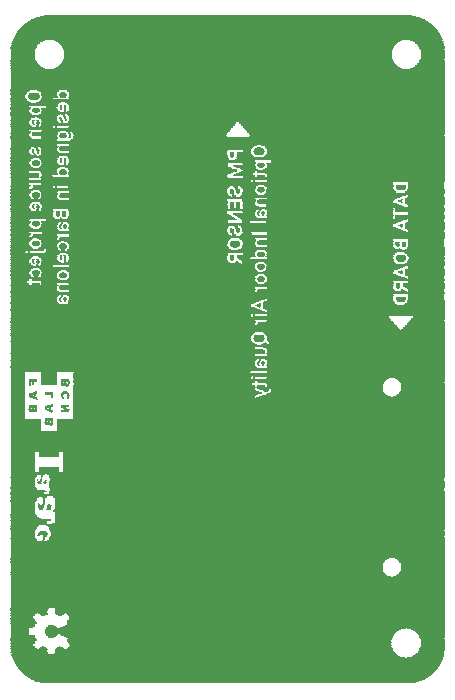
<source format=gbo>
G04 EAGLE Gerber RS-274X export*
G75*
%MOMM*%
%FSLAX34Y34*%
%LPD*%
%INBottom Silkscreen*%
%IPPOS*%
%AMOC8*
5,1,8,0,0,1.08239X$1,22.5*%
G01*
%ADD10R,31.564581X0.034037*%
%ADD11R,31.902400X0.033781*%
%ADD12R,32.105600X0.033781*%
%ADD13R,32.377381X0.034037*%
%ADD14R,32.545019X0.033781*%
%ADD15R,32.715200X0.033781*%
%ADD16R,32.849819X0.034037*%
%ADD17R,33.053019X0.033781*%
%ADD18R,33.190181X0.033781*%
%ADD19R,33.324800X0.034037*%
%ADD20R,33.459419X0.033781*%
%ADD21R,33.528000X0.033781*%
%ADD22R,33.662619X0.034037*%
%ADD23R,33.799781X0.033781*%
%ADD24R,33.865819X0.033781*%
%ADD25R,34.002981X0.034037*%
%ADD26R,34.069019X0.033781*%
%ADD27R,34.206181X0.033781*%
%ADD28R,34.272219X0.034037*%
%ADD29R,34.340800X0.033781*%
%ADD30R,34.409381X0.033781*%
%ADD31R,34.544000X0.034037*%
%ADD32R,34.612581X0.033781*%
%ADD33R,34.678619X0.033781*%
%ADD34R,34.747200X0.034037*%
%ADD35R,34.815781X0.033781*%
%ADD36R,34.881819X0.033781*%
%ADD37R,34.950400X0.034037*%
%ADD38R,35.018981X0.033781*%
%ADD39R,35.085019X0.033781*%
%ADD40R,35.153600X0.034037*%
%ADD41R,35.222181X0.033781*%
%ADD42R,35.288219X0.033781*%
%ADD43R,35.288219X0.034037*%
%ADD44R,35.356800X0.033781*%
%ADD45R,35.425381X0.033781*%
%ADD46R,35.491419X0.034037*%
%ADD47R,35.560000X0.033781*%
%ADD48R,35.628581X0.034037*%
%ADD49R,35.694619X0.033781*%
%ADD50R,35.763200X0.034037*%
%ADD51R,35.831781X0.033781*%
%ADD52R,35.897819X0.034037*%
%ADD53R,35.897819X0.033781*%
%ADD54R,35.966400X0.033781*%
%ADD55R,36.034981X0.034037*%
%ADD56R,36.034981X0.033781*%
%ADD57R,36.101019X0.033781*%
%ADD58R,36.101019X0.034037*%
%ADD59R,36.169600X0.033781*%
%ADD60R,36.238181X0.034037*%
%ADD61R,36.238181X0.033781*%
%ADD62R,36.304219X0.034037*%
%ADD63R,36.304219X0.033781*%
%ADD64R,36.372800X0.033781*%
%ADD65R,36.372800X0.034037*%
%ADD66R,36.408363X0.033781*%
%ADD67R,33.223200X0.033781*%
%ADD68R,3.014981X0.033781*%
%ADD69R,33.020000X0.034037*%
%ADD70R,2.811781X0.034037*%
%ADD71R,32.951419X0.033781*%
%ADD72R,2.743200X0.033781*%
%ADD73R,32.849819X0.033781*%
%ADD74R,2.641600X0.033781*%
%ADD75R,32.781238X0.034037*%
%ADD76R,2.573019X0.034037*%
%ADD77R,2.506981X0.033781*%
%ADD78R,2.504438X0.033781*%
%ADD79R,32.649163X0.034037*%
%ADD80R,2.438400X0.034037*%
%ADD81R,32.613600X0.033781*%
%ADD82R,2.402837X0.033781*%
%ADD83R,3.149600X0.033781*%
%ADD84R,28.956000X0.033781*%
%ADD85R,2.405381X0.033781*%
%ADD86R,3.116581X0.034037*%
%ADD87R,28.889963X0.034037*%
%ADD88R,2.336800X0.034037*%
%ADD89R,3.116581X0.033781*%
%ADD90R,28.854400X0.033781*%
%ADD91R,2.303781X0.033781*%
%ADD92R,28.821381X0.033781*%
%ADD93R,3.149600X0.034037*%
%ADD94R,28.752800X0.034037*%
%ADD95R,2.270763X0.034037*%
%ADD96R,28.717238X0.033781*%
%ADD97R,2.268219X0.033781*%
%ADD98R,3.114038X0.033781*%
%ADD99R,28.684219X0.033781*%
%ADD100R,2.235200X0.033781*%
%ADD101R,3.114038X0.034037*%
%ADD102R,28.684219X0.034037*%
%ADD103R,2.202181X0.034037*%
%ADD104R,28.651200X0.033781*%
%ADD105R,2.202181X0.033781*%
%ADD106R,28.582619X0.033781*%
%ADD107R,2.166619X0.033781*%
%ADD108R,28.582619X0.034037*%
%ADD109R,2.166619X0.034037*%
%ADD110R,28.549600X0.033781*%
%ADD111R,0.779781X0.033781*%
%ADD112R,27.668219X0.033781*%
%ADD113R,2.133600X0.033781*%
%ADD114R,2.199638X0.034037*%
%ADD115R,0.744219X0.034037*%
%ADD116R,27.602181X0.034037*%
%ADD117R,2.133600X0.034037*%
%ADD118R,0.678181X0.033781*%
%ADD119R,0.711200X0.033781*%
%ADD120R,27.569163X0.033781*%
%ADD121R,0.642619X0.033781*%
%ADD122R,0.609600X0.033781*%
%ADD123R,27.498038X0.033781*%
%ADD124R,2.098038X0.033781*%
%ADD125R,2.098038X0.034037*%
%ADD126R,0.508000X0.034037*%
%ADD127R,0.474981X0.034037*%
%ADD128R,27.465019X0.034037*%
%ADD129R,2.065019X0.033781*%
%ADD130R,0.406400X0.033781*%
%ADD131R,0.337819X0.033781*%
%ADD132R,27.432000X0.033781*%
%ADD133R,2.032000X0.033781*%
%ADD134R,0.238763X0.033781*%
%ADD135R,0.203200X0.033781*%
%ADD136R,27.363419X0.033781*%
%ADD137R,1.996438X0.034037*%
%ADD138R,0.134619X0.034037*%
%ADD139R,0.066037X0.034037*%
%ADD140R,27.330400X0.034037*%
%ADD141R,2.065019X0.034037*%
%ADD142R,1.963419X0.033781*%
%ADD143R,27.297381X0.033781*%
%ADD144R,1.930400X0.033781*%
%ADD145R,27.261819X0.033781*%
%ADD146R,1.894838X0.034037*%
%ADD147R,27.228800X0.034037*%
%ADD148R,2.032000X0.034037*%
%ADD149R,1.894838X0.033781*%
%ADD150R,27.195781X0.033781*%
%ADD151R,27.228800X0.033781*%
%ADD152R,1.930400X0.034037*%
%ADD153R,27.264363X0.033781*%
%ADD154R,27.330400X0.033781*%
%ADD155R,27.365963X0.033781*%
%ADD156R,27.398981X0.034037*%
%ADD157R,27.398981X0.033781*%
%ADD158R,27.500581X0.034037*%
%ADD159R,27.500581X0.033781*%
%ADD160R,27.465019X0.033781*%
%ADD161R,27.432000X0.034037*%
%ADD162R,27.533600X0.033781*%
%ADD163R,0.441963X0.034037*%
%ADD164R,27.635200X0.034037*%
%ADD165R,0.541019X0.033781*%
%ADD166R,27.736800X0.033781*%
%ADD167R,27.838400X0.033781*%
%ADD168R,27.940000X0.034037*%
%ADD169R,0.812800X0.033781*%
%ADD170R,28.041600X0.033781*%
%ADD171R,2.199638X0.033781*%
%ADD172R,1.760219X0.033781*%
%ADD173R,0.848363X0.033781*%
%ADD174R,28.143200X0.033781*%
%ADD175R,1.590037X0.034037*%
%ADD176R,0.914400X0.034037*%
%ADD177R,28.244800X0.034037*%
%ADD178R,2.235200X0.034037*%
%ADD179R,1.488438X0.033781*%
%ADD180R,0.947419X0.033781*%
%ADD181R,28.346400X0.033781*%
%ADD182R,1.016000X0.033781*%
%ADD183R,28.448000X0.033781*%
%ADD184R,2.301238X0.033781*%
%ADD185R,1.488438X0.034037*%
%ADD186R,29.565600X0.034037*%
%ADD187R,29.598619X0.033781*%
%ADD188R,2.369819X0.033781*%
%ADD189R,29.667200X0.033781*%
%ADD190R,29.702763X0.034037*%
%ADD191R,29.735781X0.033781*%
%ADD192R,2.471419X0.033781*%
%ADD193R,29.768800X0.033781*%
%ADD194R,29.837381X0.034037*%
%ADD195R,2.540000X0.034037*%
%ADD196R,29.870400X0.033781*%
%ADD197R,2.606038X0.033781*%
%ADD198R,29.938981X0.033781*%
%ADD199R,29.972000X0.034037*%
%ADD200R,2.707638X0.034037*%
%ADD201R,30.005019X0.033781*%
%ADD202R,2.776219X0.033781*%
%ADD203R,30.106619X0.033781*%
%ADD204R,2.877819X0.033781*%
%ADD205R,1.016000X0.034037*%
%ADD206R,29.192219X0.034037*%
%ADD207R,2.979419X0.034037*%
%ADD208R,29.362400X0.033781*%
%ADD209R,3.251200X0.033781*%
%ADD210R,1.557019X0.033781*%
%ADD211R,0.914400X0.033781*%
%ADD212R,32.578038X0.033781*%
%ADD213R,1.727200X0.034037*%
%ADD214R,0.881381X0.034037*%
%ADD215R,32.476438X0.034037*%
%ADD216R,32.410400X0.033781*%
%ADD217R,0.744219X0.033781*%
%ADD218R,32.341819X0.033781*%
%ADD219R,0.678181X0.034037*%
%ADD220R,32.240219X0.034037*%
%ADD221R,0.574037X0.033781*%
%ADD222R,32.171638X0.033781*%
%ADD223R,0.441963X0.033781*%
%ADD224R,32.070038X0.033781*%
%ADD225R,0.271781X0.034037*%
%ADD226R,32.004000X0.034037*%
%ADD227R,31.935419X0.033781*%
%ADD228R,31.935419X0.034037*%
%ADD229R,31.968438X0.033781*%
%ADD230R,31.968438X0.034037*%
%ADD231R,32.004000X0.033781*%
%ADD232R,31.902400X0.034037*%
%ADD233R,31.866838X0.033781*%
%ADD234R,1.996438X0.033781*%
%ADD235R,1.963419X0.034037*%
%ADD236R,31.833819X0.034037*%
%ADD237R,31.800800X0.033781*%
%ADD238R,31.765238X0.034037*%
%ADD239R,31.732219X0.033781*%
%ADD240R,0.101600X0.033781*%
%ADD241R,0.066037X0.033781*%
%ADD242R,31.833819X0.033781*%
%ADD243R,0.238763X0.034037*%
%ADD244R,0.170181X0.034037*%
%ADD245R,31.866838X0.034037*%
%ADD246R,0.304800X0.033781*%
%ADD247R,0.508000X0.033781*%
%ADD248R,0.609600X0.034037*%
%ADD249R,0.645163X0.033781*%
%ADD250R,32.037019X0.033781*%
%ADD251R,0.779781X0.034037*%
%ADD252R,32.070038X0.034037*%
%ADD253R,32.951419X0.034037*%
%ADD254R,32.984437X0.033781*%
%ADD255R,32.984437X0.034037*%
%ADD256R,33.020000X0.033781*%
%ADD257R,3.182619X0.034037*%
%ADD258R,36.743637X0.033781*%
%ADD259R,36.743637X0.034037*%
%ADD260R,32.138619X0.033781*%
%ADD261R,4.368800X0.033781*%
%ADD262R,4.231638X0.033781*%
%ADD263R,4.130038X0.034037*%
%ADD264R,4.064000X0.033781*%
%ADD265R,4.028437X0.033781*%
%ADD266R,3.995419X0.034037*%
%ADD267R,3.926837X0.033781*%
%ADD268R,31.699200X0.033781*%
%ADD269R,3.893819X0.033781*%
%ADD270R,31.663638X0.034037*%
%ADD271R,3.860800X0.034037*%
%ADD272R,31.630619X0.033781*%
%ADD273R,3.860800X0.033781*%
%ADD274R,31.597600X0.033781*%
%ADD275R,3.825238X0.033781*%
%ADD276R,31.562038X0.034037*%
%ADD277R,3.792219X0.034037*%
%ADD278R,31.562038X0.033781*%
%ADD279R,3.792219X0.033781*%
%ADD280R,31.529019X0.033781*%
%ADD281R,3.759200X0.033781*%
%ADD282R,31.529019X0.034037*%
%ADD283R,3.759200X0.034037*%
%ADD284R,31.496000X0.033781*%
%ADD285R,3.723638X0.033781*%
%ADD286R,31.496000X0.034037*%
%ADD287R,3.723638X0.034037*%
%ADD288R,3.690619X0.033781*%
%ADD289R,31.460438X0.033781*%
%ADD290R,31.460438X0.034037*%
%ADD291R,3.690619X0.034037*%
%ADD292R,31.630619X0.034037*%
%ADD293R,31.663638X0.033781*%
%ADD294R,31.732219X0.034037*%
%ADD295R,3.962400X0.034037*%
%ADD296R,31.765238X0.033781*%
%ADD297R,3.995419X0.033781*%
%ADD298R,4.097019X0.034037*%
%ADD299R,4.165600X0.033781*%
%ADD300R,4.267200X0.033781*%
%ADD301R,33.695638X0.034037*%
%ADD302R,33.629600X0.033781*%
%ADD303R,0.170181X0.033781*%
%ADD304R,33.594037X0.033781*%
%ADD305R,0.137162X0.034037*%
%ADD306R,33.561019X0.034037*%
%ADD307R,33.492438X0.033781*%
%ADD308R,0.101600X0.034037*%
%ADD309R,33.492438X0.034037*%
%ADD310R,33.426400X0.034037*%
%ADD311R,0.167637X0.033781*%
%ADD312R,33.426400X0.033781*%
%ADD313R,0.236219X0.033781*%
%ADD314R,0.269238X0.034037*%
%ADD315R,0.068581X0.033781*%
%ADD316R,0.340363X0.033781*%
%ADD317R,33.390838X0.033781*%
%ADD318R,0.373381X0.033781*%
%ADD319R,0.406400X0.034037*%
%ADD320R,33.390838X0.034037*%
%ADD321R,0.439419X0.033781*%
%ADD322R,0.474981X0.033781*%
%ADD323R,0.068581X0.034037*%
%ADD324R,33.459419X0.034037*%
%ADD325R,33.561019X0.033781*%
%ADD326R,2.268219X0.034037*%
%ADD327R,2.336800X0.033781*%
%ADD328R,2.369819X0.034037*%
%ADD329R,2.438400X0.033781*%
%ADD330R,33.764219X0.033781*%
%ADD331R,2.540000X0.033781*%
%ADD332R,33.256219X0.033781*%
%ADD333R,33.154619X0.033781*%
%ADD334R,33.121600X0.034037*%
%ADD335R,3.317238X0.034037*%
%ADD336R,3.418837X0.033781*%
%ADD337R,3.418837X0.034037*%
%ADD338R,2.402837X0.034037*%
%ADD339R,33.053019X0.034037*%
%ADD340R,33.086038X0.033781*%
%ADD341R,33.154619X0.034037*%
%ADD342R,33.121600X0.033781*%
%ADD343R,0.203200X0.034037*%
%ADD344R,0.304800X0.034037*%
%ADD345R,33.086038X0.034037*%
%ADD346R,0.269238X0.033781*%
%ADD347R,0.373381X0.034037*%
%ADD348R,0.370838X0.033781*%
%ADD349R,0.439419X0.034037*%
%ADD350R,0.370838X0.034037*%
%ADD351R,0.472438X0.033781*%
%ADD352R,0.472438X0.034037*%
%ADD353R,0.337819X0.034037*%
%ADD354R,0.236219X0.034037*%
%ADD355R,0.137162X0.033781*%
%ADD356R,0.033019X0.033781*%
%ADD357R,0.134619X0.033781*%
%ADD358R,33.187638X0.033781*%
%ADD359R,3.182619X0.033781*%
%ADD360R,33.289237X0.033781*%
%ADD361R,2.809238X0.034037*%
%ADD362R,2.809238X0.033781*%
%ADD363R,2.844800X0.034037*%
%ADD364R,3.012438X0.033781*%
%ADD365R,3.048000X0.033781*%
%ADD366R,2.910837X0.034037*%
%ADD367R,0.271781X0.033781*%
%ADD368R,0.167637X0.034037*%
%ADD369R,0.033019X0.034037*%
%ADD370R,0.035563X0.033781*%
%ADD371R,0.035563X0.034037*%
%ADD372R,33.528000X0.034037*%
%ADD373R,2.844800X0.033781*%
%ADD374R,33.662619X0.033781*%
%ADD375R,1.694181X0.033781*%
%ADD376R,32.308800X0.033781*%
%ADD377R,1.658619X0.034037*%
%ADD378R,32.308800X0.034037*%
%ADD379R,1.658619X0.033781*%
%ADD380R,1.625600X0.034037*%
%ADD381R,1.625600X0.033781*%
%ADD382R,32.476438X0.033781*%
%ADD383R,2.573019X0.033781*%
%ADD384R,32.816800X0.033781*%
%ADD385R,32.816800X0.034037*%
%ADD386R,1.183638X0.033781*%
%ADD387R,31.427419X0.033781*%
%ADD388R,1.183638X0.034037*%
%ADD389R,31.427419X0.034037*%
%ADD390R,0.711200X0.034037*%
%ADD391R,0.543563X0.034037*%
%ADD392R,0.543563X0.033781*%
%ADD393R,0.340363X0.034037*%
%ADD394R,15.374619X0.033781*%
%ADD395R,15.984219X0.033781*%
%ADD396R,15.882619X0.033781*%
%ADD397R,0.541019X0.034037*%
%ADD398R,15.374619X0.034037*%
%ADD399R,15.781019X0.034037*%
%ADD400R,11.107419X0.033781*%
%ADD401R,10.871200X0.033781*%
%ADD402R,10.701019X0.034037*%
%ADD403R,10.530838X0.033781*%
%ADD404R,4.097019X0.033781*%
%ADD405R,15.410181X0.033781*%
%ADD406R,10.363200X0.033781*%
%ADD407R,15.544800X0.034037*%
%ADD408R,10.226038X0.034037*%
%ADD409R,15.646400X0.033781*%
%ADD410R,10.091419X0.033781*%
%ADD411R,15.748000X0.033781*%
%ADD412R,9.956800X0.033781*%
%ADD413R,15.849600X0.034037*%
%ADD414R,9.855200X0.034037*%
%ADD415R,3.893819X0.034037*%
%ADD416R,0.576581X0.033781*%
%ADD417R,9.720581X0.033781*%
%ADD418R,15.951200X0.033781*%
%ADD419R,9.652000X0.033781*%
%ADD420R,9.618981X0.034037*%
%ADD421R,15.714981X0.033781*%
%ADD422R,9.550400X0.033781*%
%ADD423R,15.613381X0.033781*%
%ADD424R,9.481819X0.033781*%
%ADD425R,15.511781X0.034037*%
%ADD426R,9.481819X0.034037*%
%ADD427R,9.448800X0.033781*%
%ADD428R,9.448800X0.034037*%
%ADD429R,0.845819X0.033781*%
%ADD430R,9.413238X0.033781*%
%ADD431R,0.947419X0.034037*%
%ADD432R,9.413238X0.034037*%
%ADD433R,10.632437X0.033781*%
%ADD434R,10.701019X0.033781*%
%ADD435R,26.144219X0.034037*%
%ADD436R,9.786619X0.033781*%
%ADD437R,0.642619X0.034037*%
%ADD438R,9.786619X0.034037*%
%ADD439R,15.171419X0.034037*%
%ADD440R,9.822181X0.034037*%
%ADD441R,0.675638X0.033781*%
%ADD442R,15.138400X0.033781*%
%ADD443R,9.822181X0.033781*%
%ADD444R,1.353819X0.033781*%
%ADD445R,1.353819X0.034037*%
%ADD446R,15.138400X0.034037*%
%ADD447R,9.888219X0.033781*%
%ADD448R,9.923781X0.033781*%
%ADD449R,10.022837X0.034037*%
%ADD450R,10.736581X0.033781*%
%ADD451R,10.769600X0.034037*%
%ADD452R,10.802619X0.033781*%
%ADD453R,10.838181X0.033781*%
%ADD454R,26.416000X0.034037*%
%ADD455R,26.449019X0.033781*%
%ADD456R,26.484581X0.033781*%
%ADD457R,15.069819X0.034037*%
%ADD458R,15.036800X0.033781*%
%ADD459R,10.261600X0.033781*%
%ADD460R,15.003781X0.033781*%
%ADD461R,15.003781X0.034037*%
%ADD462R,10.533381X0.034037*%
%ADD463R,4.434838X0.034037*%
%ADD464R,15.069819X0.033781*%
%ADD465R,15.036800X0.034037*%
%ADD466R,15.105381X0.033781*%
%ADD467R,16.256000X0.033781*%
%ADD468R,14.968219X0.033781*%
%ADD469R,14.968219X0.034037*%
%ADD470R,15.001238X0.033781*%
%ADD471R,20.284437X0.033781*%
%ADD472R,21.539200X0.034037*%
%ADD473R,20.861019X0.033781*%
%ADD474R,20.828000X0.033781*%
%ADD475R,20.759419X0.034037*%
%ADD476R,20.759419X0.033781*%
%ADD477R,20.726400X0.033781*%
%ADD478R,20.726400X0.034037*%
%ADD479R,20.690838X0.033781*%
%ADD480R,20.690838X0.034037*%
%ADD481R,15.102838X0.034037*%
%ADD482R,15.102838X0.033781*%
%ADD483R,20.792438X0.034037*%
%ADD484R,15.171419X0.033781*%
%ADD485R,20.894037X0.033781*%
%ADD486R,15.204438X0.033781*%
%ADD487R,21.369019X0.034037*%
%ADD488R,21.437600X0.033781*%
%ADD489R,21.470619X0.033781*%
%ADD490R,21.470619X0.034037*%
%ADD491R,21.503637X0.033781*%
%ADD492R,21.503637X0.034037*%
%ADD493R,21.402038X0.033781*%
%ADD494R,15.341600X0.033781*%
%ADD495R,15.577819X0.033781*%
%ADD496R,14.935200X0.034037*%
%ADD497R,20.624800X0.033781*%
%ADD498R,14.899638X0.033781*%
%ADD499R,20.556219X0.033781*%
%ADD500R,20.523200X0.034037*%
%ADD501R,14.866619X0.034037*%
%ADD502R,20.487638X0.033781*%
%ADD503R,14.866619X0.033781*%
%ADD504R,20.454619X0.033781*%
%ADD505R,20.421600X0.034037*%
%ADD506R,20.421600X0.033781*%
%ADD507R,14.935200X0.033781*%
%ADD508R,20.386038X0.033781*%
%ADD509R,20.386038X0.034037*%
%ADD510R,0.777238X0.034037*%
%ADD511R,15.001238X0.034037*%
%ADD512R,20.353019X0.033781*%
%ADD513R,20.353019X0.034037*%
%ADD514R,20.454619X0.034037*%
%ADD515R,15.240000X0.034037*%
%ADD516R,20.589237X0.033781*%
%ADD517R,15.306038X0.033781*%
%ADD518R,20.657819X0.033781*%
%ADD519R,15.443200X0.034037*%
%ADD520R,3.657600X0.034037*%
%ADD521R,32.918400X0.033781*%
%ADD522R,3.622038X0.033781*%
%ADD523R,32.882838X0.033781*%
%ADD524R,3.589019X0.033781*%
%ADD525R,3.556000X0.034037*%
%ADD526R,3.520438X0.033781*%
%ADD527R,32.781238X0.033781*%
%ADD528R,3.487419X0.033781*%
%ADD529R,32.748219X0.034037*%
%ADD530R,3.454400X0.034037*%
%ADD531R,32.679637X0.033781*%
%ADD532R,3.385819X0.033781*%
%ADD533R,32.679637X0.034037*%
%ADD534R,3.385819X0.034037*%
%ADD535R,32.646619X0.033781*%
%ADD536R,3.352800X0.033781*%
%ADD537R,3.317238X0.033781*%
%ADD538R,11.684000X0.034037*%
%ADD539R,3.284219X0.034037*%
%ADD540R,11.650981X0.033781*%
%ADD541R,11.617963X0.033781*%
%ADD542R,3.215638X0.033781*%
%ADD543R,11.582400X0.034037*%
%ADD544R,11.549381X0.033781*%
%ADD545R,11.513819X0.033781*%
%ADD546R,11.480800X0.034037*%
%ADD547R,11.412219X0.033781*%
%ADD548R,3.081019X0.033781*%
%ADD549R,10.668000X0.033781*%
%ADD550R,10.634981X0.034037*%
%ADD551R,3.012438X0.034037*%
%ADD552R,10.599419X0.033781*%
%ADD553R,2.979419X0.033781*%
%ADD554R,10.566400X0.033781*%
%ADD555R,2.946400X0.033781*%
%ADD556R,10.566400X0.034037*%
%ADD557R,2.946400X0.034037*%
%ADD558R,10.533381X0.033781*%
%ADD559R,2.910837X0.033781*%
%ADD560R,10.497819X0.033781*%
%ADD561R,32.138619X0.034037*%
%ADD562R,32.037019X0.034037*%
%ADD563R,2.743200X0.034037*%
%ADD564R,2.707638X0.033781*%
%ADD565R,11.516363X0.034037*%
%ADD566R,10.330181X0.033781*%
%ADD567R,20.320000X0.033781*%
%ADD568R,20.320000X0.034037*%
%ADD569R,10.396219X0.034037*%
%ADD570R,2.776219X0.034037*%
%ADD571R,21.640800X0.033781*%
%ADD572R,21.369019X0.033781*%
%ADD573R,21.267419X0.034037*%
%ADD574R,21.198837X0.033781*%
%ADD575R,21.097238X0.033781*%
%ADD576R,20.995638X0.034037*%
%ADD577R,20.929600X0.033781*%
%ADD578R,15.273019X0.033781*%
%ADD579R,20.487638X0.034037*%
%ADD580R,11.447781X0.033781*%
%ADD581R,3.556000X0.033781*%
%ADD582R,11.346181X0.034037*%
%ADD583R,4.808219X0.033781*%
%ADD584R,15.443200X0.033781*%
%ADD585R,11.277600X0.033781*%
%ADD586R,4.130038X0.033781*%
%ADD587R,15.511781X0.033781*%
%ADD588R,11.209019X0.033781*%
%ADD589R,4.064000X0.034037*%
%ADD590R,15.577819X0.034037*%
%ADD591R,11.176000X0.034037*%
%ADD592R,15.679419X0.033781*%
%ADD593R,11.142981X0.033781*%
%ADD594R,15.781019X0.033781*%
%ADD595R,11.074400X0.034037*%
%ADD596R,10.939781X0.033781*%
%ADD597R,16.121381X0.033781*%
%ADD598R,3.926837X0.034037*%
%ADD599R,16.154400X0.034037*%
%ADD600R,10.736581X0.034037*%
%ADD601R,0.645163X0.034037*%
%ADD602R,16.289019X0.033781*%
%ADD603R,16.390619X0.034037*%
%ADD604R,16.492219X0.033781*%
%ADD605R,0.777238X0.033781*%
%ADD606R,16.527781X0.033781*%
%ADD607R,16.629381X0.034037*%
%ADD608R,0.812800X0.034037*%
%ADD609R,0.848363X0.034037*%
%ADD610R,3.962400X0.033781*%
%ADD611R,27.498038X0.034037*%
%ADD612R,27.566619X0.034037*%
%ADD613R,4.536437X0.033781*%
%ADD614R,32.374837X0.033781*%
%ADD615R,32.374837X0.034037*%
%ADD616R,15.849600X0.033781*%
%ADD617R,12.666981X0.033781*%
%ADD618R,11.752581X0.034037*%
%ADD619R,11.684000X0.033781*%
%ADD620R,11.546838X0.034037*%
%ADD621R,15.816581X0.033781*%
%ADD622R,16.560800X0.033781*%
%ADD623R,11.480800X0.033781*%
%ADD624R,16.593819X0.033781*%
%ADD625R,16.593819X0.034037*%
%ADD626R,3.251200X0.034037*%
%ADD627R,16.560800X0.034037*%
%ADD628R,28.244800X0.033781*%
%ADD629R,28.209238X0.033781*%
%ADD630R,4.028437X0.034037*%
%ADD631R,28.176219X0.034037*%
%ADD632R,1.590037X0.033781*%
%ADD633R,1.320800X0.033781*%
%ADD634R,1.320800X0.034037*%
%ADD635R,16.121381X0.034037*%
%ADD636R,11.038838X0.034037*%
%ADD637R,16.019781X0.033781*%
%ADD638R,10.937238X0.033781*%
%ADD639R,15.918181X0.034037*%
%ADD640R,10.835638X0.034037*%
%ADD641R,18.153381X0.033781*%
%ADD642R,10.769600X0.033781*%
%ADD643R,18.120363X0.034037*%
%ADD644R,10.734038X0.034037*%
%ADD645R,10.734038X0.033781*%
%ADD646R,18.150838X0.033781*%
%ADD647R,18.186400X0.034037*%
%ADD648R,16.052800X0.033781*%
%ADD649R,2.303781X0.034037*%
%ADD650R,15.915638X0.034037*%
%ADD651R,11.920219X0.033781*%
%ADD652R,11.818619X0.033781*%
%ADD653R,15.814038X0.033781*%
%ADD654R,1.828800X0.033781*%
%ADD655R,1.524000X0.033781*%
%ADD656R,1.760219X0.034037*%
%ADD657R,1.727200X0.033781*%
%ADD658R,1.422400X0.033781*%
%ADD659R,1.691638X0.033781*%
%ADD660R,1.386838X0.033781*%
%ADD661R,11.310619X0.033781*%
%ADD662R,15.816581X0.034037*%
%ADD663R,11.244581X0.034037*%
%ADD664R,15.885163X0.033781*%
%ADD665R,11.140438X0.033781*%
%ADD666R,1.287781X0.034037*%
%ADD667R,11.109962X0.034037*%
%ADD668R,3.352800X0.034037*%
%ADD669R,15.986763X0.033781*%
%ADD670R,11.074400X0.033781*%
%ADD671R,1.356363X0.033781*%
%ADD672R,1.356363X0.034037*%
%ADD673R,1.389381X0.033781*%
%ADD674R,16.154400X0.033781*%
%ADD675R,11.005819X0.033781*%
%ADD676R,1.457963X0.034037*%
%ADD677R,16.085819X0.034037*%
%ADD678R,10.871200X0.034037*%
%ADD679R,16.088363X0.033781*%
%ADD680R,10.835638X0.033781*%
%ADD681R,16.118838X0.033781*%
%ADD682R,10.904219X0.033781*%
%ADD683R,16.222981X0.034037*%
%ADD684R,10.972800X0.034037*%
%ADD685R,18.221963X0.033781*%
%ADD686R,18.254981X0.033781*%
%ADD687R,1.793238X0.034037*%
%ADD688R,18.252437X0.034037*%
%ADD689R,18.321019X0.033781*%
%ADD690R,18.422619X0.033781*%
%ADD691R,11.346181X0.033781*%
%ADD692R,3.520438X0.034037*%
%ADD693R,11.447781X0.034037*%
%ADD694R,11.615419X0.033781*%
%ADD695R,11.717019X0.034037*%
%ADD696R,1.861819X0.033781*%
%ADD697R,1.049019X0.033781*%
%ADD698R,1.793238X0.033781*%
%ADD699R,11.887200X0.033781*%
%ADD700R,0.980438X0.034037*%
%ADD701R,16.967200X0.034037*%
%ADD702R,1.150619X0.034037*%
%ADD703R,11.041381X0.034037*%
%ADD704R,1.150619X0.033781*%
%ADD705R,11.008363X0.033781*%
%ADD706R,15.918181X0.033781*%
%ADD707R,10.972800X0.033781*%
%ADD708R,3.284219X0.033781*%
%ADD709R,1.661163X0.034037*%
%ADD710R,13.987781X0.034037*%
%ADD711R,1.219200X0.034037*%
%ADD712R,1.559563X0.033781*%
%ADD713R,13.680438X0.033781*%
%ADD714R,1.285238X0.033781*%
%ADD715R,1.490981X0.033781*%
%ADD716R,13.614400X0.033781*%
%ADD717R,11.041381X0.033781*%
%ADD718R,1.422400X0.034037*%
%ADD719R,13.581381X0.034037*%
%ADD720R,13.512800X0.033781*%
%ADD721R,12.801600X0.033781*%
%ADD722R,13.444219X0.034037*%
%ADD723R,12.834619X0.034037*%
%ADD724R,13.444219X0.033781*%
%ADD725R,12.903200X0.033781*%
%ADD726R,12.969238X0.033781*%
%ADD727R,13.411200X0.034037*%
%ADD728R,10.668000X0.034037*%
%ADD729R,3.081019X0.034037*%
%ADD730R,13.411200X0.033781*%
%ADD731R,1.082037X0.033781*%
%ADD732R,1.691638X0.034037*%
%ADD733R,1.389381X0.034037*%
%ADD734R,1.117600X0.034037*%
%ADD735R,1.117600X0.033781*%
%ADD736R,1.455419X0.033781*%
%ADD737R,1.828800X0.034037*%
%ADD738R,1.557019X0.034037*%
%ADD739R,1.153163X0.034037*%
%ADD740R,10.802619X0.034037*%
%ADD741R,1.592581X0.033781*%
%ADD742R,13.477238X0.034037*%
%ADD743R,1.082037X0.034037*%
%ADD744R,0.576581X0.034037*%
%ADD745R,13.477238X0.033781*%
%ADD746R,13.545819X0.034037*%
%ADD747R,3.215638X0.034037*%
%ADD748R,2.677163X0.033781*%
%ADD749R,13.578838X0.033781*%
%ADD750R,1.252219X0.033781*%
%ADD751R,1.252219X0.034037*%
%ADD752R,1.254763X0.034037*%
%ADD753R,13.680438X0.034037*%
%ADD754R,10.904219X0.034037*%
%ADD755R,13.782038X0.033781*%
%ADD756R,17.744438X0.033781*%
%ADD757R,3.454400X0.033781*%
%ADD758R,17.746981X0.034037*%
%ADD759R,11.277600X0.034037*%
%ADD760R,3.622038X0.034037*%
%ADD761R,17.746981X0.033781*%
%ADD762R,16.052800X0.034037*%
%ADD763R,1.084581X0.033781*%
%ADD764R,14.020800X0.033781*%
%ADD765R,1.661163X0.033781*%
%ADD766R,15.240000X0.033781*%
%ADD767R,13.850619X0.033781*%
%ADD768R,13.751563X0.034037*%
%ADD769R,11.242038X0.034037*%
%ADD770R,0.982981X0.033781*%
%ADD771R,13.106400X0.033781*%
%ADD772R,13.004800X0.033781*%
%ADD773R,12.936219X0.034037*%
%ADD774R,12.936219X0.033781*%
%ADD775R,12.870181X0.033781*%
%ADD776R,13.446763X0.034037*%
%ADD777R,13.446763X0.033781*%
%ADD778R,1.219200X0.033781*%
%ADD779R,1.049019X0.034037*%
%ADD780R,11.445238X0.033781*%
%ADD781R,11.513819X0.034037*%
%ADD782R,13.479781X0.033781*%
%ADD783R,13.545819X0.033781*%
%ADD784R,13.578838X0.034037*%
%ADD785R,1.153163X0.033781*%
%ADD786R,13.853162X0.034037*%
%ADD787R,11.445238X0.034037*%
%ADD788R,1.186181X0.033781*%
%ADD789R,14.325600X0.034037*%
%ADD790R,14.361163X0.033781*%
%ADD791R,14.394181X0.033781*%
%ADD792R,1.524000X0.034037*%
%ADD793R,14.462763X0.034037*%
%ADD794R,14.528800X0.033781*%
%ADD795R,14.594838X0.033781*%
%ADD796R,32.578038X0.034037*%
%ADD797R,13.682981X0.033781*%
%ADD798R,17.338038X0.033781*%
%ADD799R,17.272000X0.033781*%
%ADD800R,17.236438X0.034037*%
%ADD801R,15.783563X0.034037*%
%ADD802R,15.783563X0.033781*%
%ADD803R,15.748000X0.034037*%
%ADD804R,13.749019X0.034037*%
%ADD805R,13.647419X0.033781*%
%ADD806R,13.479781X0.034037*%
%ADD807R,13.378181X0.033781*%
%ADD808R,13.309600X0.033781*%
%ADD809R,13.241019X0.034037*%
%ADD810R,13.139419X0.033781*%
%ADD811R,13.037819X0.033781*%
%ADD812R,1.455419X0.034037*%
%ADD813R,13.004800X0.034037*%
%ADD814R,12.834619X0.033781*%
%ADD815R,13.512800X0.034037*%
%ADD816R,1.287781X0.033781*%
%ADD817R,12.867638X0.033781*%
%ADD818R,13.548363X0.033781*%
%ADD819R,13.614400X0.034037*%
%ADD820R,14.259563X0.033781*%
%ADD821R,15.407637X0.033781*%
%ADD822R,10.939781X0.034037*%
%ADD823R,13.647419X0.034037*%
%ADD824R,0.675638X0.034037*%
%ADD825R,11.209019X0.034037*%
%ADD826R,11.379200X0.033781*%
%ADD827R,13.716000X0.033781*%
%ADD828R,14.427200X0.034037*%
%ADD829R,13.817600X0.034037*%
%ADD830R,0.949963X0.033781*%
%ADD831R,14.257019X0.033781*%
%ADD832R,14.155419X0.034037*%
%ADD833R,1.998981X0.034037*%
%ADD834R,4.165600X0.034037*%
%ADD835R,3.657600X0.033781*%
%ADD836R,14.089381X0.033781*%
%ADD837R,13.985238X0.033781*%
%ADD838R,13.919200X0.034037*%
%ADD839R,1.490981X0.034037*%
%ADD840R,13.883638X0.033781*%
%ADD841R,13.784581X0.033781*%
%ADD842R,3.589019X0.034037*%
%ADD843R,13.716000X0.034037*%
%ADD844R,15.882619X0.034037*%
%ADD845R,0.982981X0.034037*%
%ADD846R,12.766038X0.034037*%
%ADD847R,12.766038X0.033781*%
%ADD848R,11.549381X0.034037*%
%ADD849R,11.176000X0.033781*%
%ADD850R,15.814038X0.034037*%
%ADD851R,11.582400X0.033781*%
%ADD852R,15.915638X0.033781*%
%ADD853R,18.354038X0.033781*%
%ADD854R,1.457963X0.033781*%
%ADD855R,1.386838X0.034037*%
%ADD856R,11.107419X0.034037*%
%ADD857R,14.495781X0.034037*%
%ADD858R,14.427200X0.033781*%
%ADD859R,13.649963X0.033781*%
%ADD860R,14.358619X0.034037*%
%ADD861R,13.784581X0.034037*%
%ADD862R,14.325600X0.033781*%
%ADD863R,12.123419X0.033781*%
%ADD864R,12.090400X0.033781*%
%ADD865R,14.259563X0.034037*%
%ADD866R,12.123419X0.034037*%
%ADD867R,14.188438X0.033781*%
%ADD868R,14.155419X0.033781*%
%ADD869R,11.142981X0.034037*%
%ADD870R,3.487419X0.034037*%
%ADD871R,10.937238X0.034037*%
%ADD872R,18.354038X0.034037*%
%ADD873R,0.574037X0.034037*%
%ADD874R,16.525237X0.033781*%
%ADD875R,13.581381X0.033781*%
%ADD876R,1.694181X0.034037*%
%ADD877R,14.292581X0.034037*%
%ADD878R,14.292581X0.033781*%
%ADD879R,18.323563X0.033781*%
%ADD880R,18.389600X0.034037*%
%ADD881R,11.005819X0.034037*%
%ADD882R,29.768800X0.034037*%
%ADD883R,11.887200X0.034037*%
%ADD884R,17.815563X0.033781*%
%ADD885R,34.137600X0.033781*%
%ADD886R,34.137600X0.034037*%
%ADD887R,17.134837X0.033781*%
%ADD888R,2.301238X0.034037*%
%ADD889R,0.980438X0.033781*%
%ADD890R,13.853162X0.033781*%
%ADD891R,13.954763X0.033781*%
%ADD892R,14.056363X0.034037*%
%ADD893R,14.157963X0.033781*%
%ADD894R,17.134837X0.034037*%
%ADD895R,14.190981X0.033781*%
%ADD896R,14.122400X0.033781*%
%ADD897R,14.020800X0.034037*%
%ADD898R,15.204438X0.034037*%
%ADD899R,13.919200X0.033781*%
%ADD900R,13.850619X0.034037*%
%ADD901R,13.817600X0.033781*%
%ADD902R,1.795781X0.034037*%
%ADD903R,13.883638X0.034037*%
%ADD904R,14.696438X0.033781*%
%ADD905R,14.696438X0.034037*%
%ADD906R,17.711419X0.034037*%
%ADD907R,17.678400X0.033781*%
%ADD908R,17.642838X0.033781*%
%ADD909R,1.592581X0.034037*%
%ADD910R,17.642838X0.034037*%
%ADD911R,17.609819X0.033781*%
%ADD912R,15.476219X0.033781*%
%ADD913R,1.861819X0.034037*%
%ADD914R,1.186181X0.034037*%
%ADD915R,14.224000X0.034037*%
%ADD916R,14.224000X0.033781*%
%ADD917R,16.289019X0.034037*%
%ADD918R,16.324581X0.033781*%
%ADD919R,16.324581X0.034037*%
%ADD920R,16.357600X0.033781*%
%ADD921R,16.357600X0.034037*%
%ADD922R,15.273019X0.034037*%
%ADD923R,2.100581X0.034037*%
%ADD924R,12.870181X0.034037*%
%ADD925R,16.492219X0.034037*%
%ADD926R,2.100581X0.033781*%
%ADD927R,12.969238X0.034037*%
%ADD928R,2.169163X0.034037*%
%ADD929R,13.073381X0.034037*%
%ADD930R,16.626838X0.034037*%
%ADD931R,16.662400X0.033781*%
%ADD932R,13.174981X0.033781*%
%ADD933R,16.695419X0.033781*%
%ADD934R,16.728438X0.034037*%
%ADD935R,16.764000X0.033781*%
%ADD936R,16.797019X0.033781*%
%ADD937R,16.797019X0.034037*%
%ADD938R,16.830037X0.033781*%
%ADD939R,16.865600X0.033781*%
%ADD940R,15.986763X0.034037*%
%ADD941R,16.898619X0.034037*%
%ADD942R,18.625819X0.033781*%
%ADD943R,16.931638X0.033781*%
%ADD944R,18.658838X0.033781*%
%ADD945R,16.967200X0.033781*%
%ADD946R,17.000219X0.034037*%
%ADD947R,17.000219X0.033781*%
%ADD948R,17.033238X0.033781*%
%ADD949R,17.068800X0.034037*%
%ADD950R,13.886181X0.033781*%
%ADD951R,17.101819X0.033781*%
%ADD952R,1.051562X0.033781*%
%ADD953R,13.952219X0.034037*%
%ADD954R,17.170400X0.034037*%
%ADD955R,15.206981X0.033781*%
%ADD956R,17.203419X0.033781*%
%ADD957R,17.236438X0.033781*%
%ADD958R,16.393163X0.033781*%
%ADD959R,17.305019X0.033781*%
%ADD960R,16.426181X0.034037*%
%ADD961R,17.338038X0.034037*%
%ADD962R,17.373600X0.033781*%
%ADD963R,17.406619X0.033781*%
%ADD964R,17.439637X0.034037*%
%ADD965R,31.800800X0.034037*%
%ADD966R,34.203637X0.033781*%
%ADD967R,34.170619X0.033781*%
%ADD968R,34.170619X0.034037*%
%ADD969R,1.762763X0.033781*%
%ADD970R,32.273238X0.033781*%
%ADD971R,1.998981X0.033781*%
%ADD972R,34.406838X0.034037*%
%ADD973R,34.305238X0.033781*%
%ADD974R,34.239200X0.033781*%
%ADD975R,1.285238X0.034037*%
%ADD976R,29.532581X0.033781*%
%ADD977R,29.329381X0.034037*%
%ADD978R,29.159200X0.033781*%
%ADD979R,2.674619X0.033781*%
%ADD980R,29.022037X0.033781*%
%ADD981R,2.606038X0.034037*%
%ADD982R,28.922981X0.034037*%
%ADD983R,2.641600X0.034037*%
%ADD984R,28.785819X0.033781*%
%ADD985R,28.719781X0.033781*%
%ADD986R,2.471419X0.034037*%
%ADD987R,28.615638X0.034037*%
%ADD988R,28.483563X0.033781*%
%ADD989R,28.412438X0.034037*%
%ADD990R,28.280363X0.033781*%
%ADD991R,28.209238X0.034037*%
%ADD992R,28.176219X0.033781*%
%ADD993R,28.110181X0.033781*%
%ADD994R,28.077163X0.034037*%
%ADD995R,28.006038X0.033781*%
%ADD996R,27.973019X0.034037*%
%ADD997R,27.940000X0.033781*%
%ADD998R,27.906981X0.033781*%
%ADD999R,27.873963X0.034037*%
%ADD1000R,27.802838X0.034037*%
%ADD1001R,27.769819X0.033781*%
%ADD1002R,27.736800X0.034037*%
%ADD1003R,27.703781X0.034037*%
%ADD1004R,27.703781X0.033781*%
%ADD1005R,27.769819X0.034037*%
%ADD1006R,27.802838X0.033781*%
%ADD1007R,27.973019X0.033781*%
%ADD1008R,2.169163X0.033781*%
%ADD1009R,28.313381X0.033781*%
%ADD1010R,2.270763X0.033781*%
%ADD1011R,28.379419X0.034037*%
%ADD1012R,28.516581X0.033781*%
%ADD1013R,28.752800X0.033781*%
%ADD1014R,2.504438X0.034037*%
%ADD1015R,28.854400X0.034037*%
%ADD1016R,28.989019X0.033781*%
%ADD1017R,29.093163X0.033781*%
%ADD1018R,2.575563X0.033781*%
%ADD1019R,2.608581X0.034037*%
%ADD1020R,29.260800X0.034037*%
%ADD1021R,2.710181X0.033781*%
%ADD1022R,29.428438X0.033781*%
%ADD1023R,36.169600X0.034037*%
%ADD1024R,35.831781X0.034037*%
%ADD1025R,35.763200X0.033781*%
%ADD1026R,35.694619X0.034037*%
%ADD1027R,35.628581X0.033781*%
%ADD1028R,35.526981X0.034037*%
%ADD1029R,35.491419X0.033781*%
%ADD1030R,35.356800X0.034037*%
%ADD1031R,35.255200X0.033781*%
%ADD1032R,35.222181X0.034037*%
%ADD1033R,35.153600X0.033781*%
%ADD1034R,35.018981X0.034037*%
%ADD1035R,34.950400X0.033781*%
%ADD1036R,34.815781X0.034037*%
%ADD1037R,34.747200X0.033781*%
%ADD1038R,34.612581X0.034037*%
%ADD1039R,34.544000X0.033781*%
%ADD1040R,34.340800X0.034037*%
%ADD1041R,34.272219X0.033781*%
%ADD1042R,34.173163X0.033781*%
%ADD1043R,34.069019X0.034037*%
%ADD1044R,34.002981X0.033781*%
%ADD1045R,33.799781X0.034037*%
%ADD1046R,33.324800X0.033781*%
%ADD1047R,32.512000X0.034037*%
%ADD1048R,32.377381X0.033781*%
%ADD1049R,31.564581X0.033781*%
%ADD1050R,31.158181X0.033781*%


D10*
X183731Y0D03*
D11*
X183718Y339D03*
D12*
X183718Y677D03*
D13*
X183731Y1016D03*
D14*
X183553Y1355D03*
D15*
X183718Y1693D03*
D16*
X183731Y2032D03*
D17*
X183731Y2371D03*
D18*
X183731Y2709D03*
D19*
X183718Y3048D03*
D20*
X183731Y3387D03*
D21*
X183718Y3725D03*
D22*
X183731Y4064D03*
D23*
X183731Y4403D03*
D24*
X183731Y4741D03*
D25*
X183731Y5080D03*
D26*
X183731Y5419D03*
D27*
X183731Y5757D03*
D28*
X183731Y6096D03*
D29*
X183718Y6435D03*
D30*
X183731Y6773D03*
D31*
X183718Y7112D03*
D32*
X183731Y7451D03*
D33*
X183731Y7789D03*
D34*
X183718Y8128D03*
D35*
X183731Y8467D03*
D36*
X183731Y8805D03*
D37*
X183718Y9144D03*
D38*
X183731Y9483D03*
D39*
X183731Y9821D03*
D40*
X183718Y10160D03*
D41*
X183731Y10499D03*
D42*
X183731Y10837D03*
D43*
X183731Y11176D03*
D44*
X183718Y11515D03*
D45*
X183731Y11853D03*
D46*
X183731Y12192D03*
D47*
X183718Y12531D03*
X183718Y12869D03*
D48*
X183731Y13208D03*
D49*
X183731Y13547D03*
X183731Y13885D03*
D50*
X183718Y14224D03*
D51*
X183731Y14563D03*
X183731Y14901D03*
D52*
X183731Y15240D03*
D53*
X183731Y15579D03*
D54*
X183718Y15917D03*
D55*
X183731Y16256D03*
D56*
X183731Y16595D03*
D57*
X183731Y16933D03*
D58*
X183731Y17272D03*
D59*
X183718Y17611D03*
X183718Y17949D03*
D60*
X183731Y18288D03*
D61*
X183731Y18627D03*
X183731Y18965D03*
D62*
X183731Y19304D03*
D63*
X183731Y19643D03*
D64*
X183718Y19981D03*
D65*
X183718Y20320D03*
D66*
X183896Y20659D03*
D67*
X167640Y20997D03*
D68*
X350863Y20997D03*
D69*
X166624Y21336D03*
D70*
X351879Y21336D03*
D71*
X165951Y21675D03*
D72*
X352552Y21675D03*
D73*
X165443Y22013D03*
D74*
X353060Y22013D03*
D75*
X165100Y22352D03*
D76*
X353403Y22352D03*
D15*
X164770Y22691D03*
D77*
X353733Y22691D03*
D15*
X164414Y23029D03*
D78*
X354076Y23029D03*
D79*
X164084Y23368D03*
D80*
X354406Y23368D03*
D81*
X163906Y23707D03*
D82*
X354584Y23707D03*
D83*
X16256Y24045D03*
D84*
X181864Y24045D03*
D85*
X354927Y24045D03*
D86*
X16091Y24384D03*
D87*
X181864Y24384D03*
D88*
X355270Y24384D03*
D89*
X16091Y24723D03*
D90*
X181686Y24723D03*
D91*
X355435Y24723D03*
D89*
X16091Y25061D03*
D92*
X181521Y25061D03*
D91*
X355435Y25061D03*
D93*
X15926Y25400D03*
D94*
X181534Y25400D03*
D95*
X355600Y25400D03*
D83*
X15926Y25739D03*
D96*
X181356Y25739D03*
D97*
X355943Y25739D03*
D98*
X15748Y26077D03*
D99*
X181191Y26077D03*
D100*
X356108Y26077D03*
D101*
X15748Y26416D03*
D102*
X181191Y26416D03*
D103*
X356273Y26416D03*
D98*
X15748Y26755D03*
D104*
X181026Y26755D03*
D105*
X356273Y26755D03*
D98*
X15748Y27093D03*
D106*
X181013Y27093D03*
D107*
X356451Y27093D03*
D101*
X15748Y27432D03*
D108*
X181013Y27432D03*
D109*
X356781Y27432D03*
D98*
X15748Y27771D03*
D110*
X180848Y27771D03*
D107*
X356781Y27771D03*
D100*
X11354Y28109D03*
D111*
X27089Y28109D03*
X41999Y28109D03*
D112*
X185255Y28109D03*
D113*
X356946Y28109D03*
D114*
X11176Y28448D03*
D115*
X27267Y28448D03*
X41821Y28448D03*
D116*
X185255Y28448D03*
D117*
X356946Y28448D03*
D107*
X11011Y28787D03*
D118*
X27597Y28787D03*
D119*
X41656Y28787D03*
D120*
X185420Y28787D03*
D113*
X356946Y28787D03*
X10846Y29125D03*
D121*
X27775Y29125D03*
D122*
X41478Y29125D03*
D123*
X185420Y29125D03*
D124*
X357124Y29125D03*
D125*
X10668Y29464D03*
D126*
X27762Y29464D03*
D127*
X41821Y29464D03*
D128*
X185585Y29464D03*
D125*
X357124Y29464D03*
D129*
X10503Y29803D03*
D130*
X27610Y29803D03*
D131*
X41821Y29803D03*
D132*
X185750Y29803D03*
D129*
X357289Y29803D03*
D133*
X10338Y30141D03*
D134*
X27432Y30141D03*
D135*
X42164Y30141D03*
D136*
X185763Y30141D03*
D129*
X357289Y30141D03*
D137*
X10160Y30480D03*
D138*
X27267Y30480D03*
D139*
X42164Y30480D03*
D140*
X185928Y30480D03*
D141*
X357289Y30480D03*
D142*
X9995Y30819D03*
D143*
X186093Y30819D03*
D129*
X357289Y30819D03*
D144*
X9830Y31157D03*
D145*
X186271Y31157D03*
D133*
X357454Y31157D03*
D146*
X9652Y31496D03*
D147*
X186436Y31496D03*
D148*
X357454Y31496D03*
D149*
X9652Y31835D03*
D150*
X186271Y31835D03*
D133*
X357454Y31835D03*
D149*
X9652Y32173D03*
D151*
X186106Y32173D03*
D133*
X357454Y32173D03*
D152*
X9830Y32512D03*
D147*
X186106Y32512D03*
D148*
X357454Y32512D03*
D142*
X9995Y32851D03*
D153*
X185928Y32851D03*
D133*
X357454Y32851D03*
D142*
X9995Y33189D03*
D143*
X185763Y33189D03*
D133*
X357454Y33189D03*
D137*
X10160Y33528D03*
D140*
X185598Y33528D03*
D148*
X357454Y33528D03*
D133*
X10338Y33867D03*
D154*
X185598Y33867D03*
D133*
X357454Y33867D03*
X10338Y34205D03*
D155*
X185420Y34205D03*
D133*
X357454Y34205D03*
D141*
X10503Y34544D03*
D156*
X185255Y34544D03*
D148*
X357454Y34544D03*
D124*
X10668Y34883D03*
D157*
X185255Y34883D03*
D133*
X357454Y34883D03*
D124*
X10668Y35221D03*
D132*
X185090Y35221D03*
D133*
X357454Y35221D03*
D117*
X10846Y35560D03*
D158*
X185077Y35560D03*
D148*
X357454Y35560D03*
D107*
X11011Y35899D03*
D159*
X185077Y35899D03*
D133*
X357454Y35899D03*
D107*
X11011Y36237D03*
D160*
X185255Y36237D03*
D129*
X357289Y36237D03*
D109*
X11011Y36576D03*
D128*
X185255Y36576D03*
D141*
X357289Y36576D03*
D113*
X10846Y36915D03*
D132*
X185420Y36915D03*
D129*
X357289Y36915D03*
D113*
X10846Y37253D03*
D160*
X185585Y37253D03*
D124*
X357124Y37253D03*
D125*
X10668Y37592D03*
D161*
X185750Y37592D03*
D125*
X357124Y37592D03*
D124*
X10668Y37931D03*
D132*
X185750Y37931D03*
D124*
X357124Y37931D03*
X10668Y38269D03*
D135*
X34722Y38269D03*
D162*
X185598Y38269D03*
D113*
X356946Y38269D03*
D141*
X10503Y38608D03*
D163*
X34544Y38608D03*
D164*
X185090Y38608D03*
D117*
X356946Y38608D03*
D129*
X10503Y38947D03*
D165*
X34709Y38947D03*
D166*
X184912Y38947D03*
D107*
X356781Y38947D03*
D133*
X10338Y39285D03*
D118*
X34709Y39285D03*
D167*
X184404Y39285D03*
D107*
X356781Y39285D03*
D148*
X10338Y39624D03*
D115*
X34709Y39624D03*
D168*
X184226Y39624D03*
D114*
X356616Y39624D03*
D144*
X9830Y39963D03*
D169*
X34722Y39963D03*
D170*
X183718Y39963D03*
D171*
X356616Y39963D03*
D172*
X8979Y40301D03*
D173*
X34544Y40301D03*
D174*
X183566Y40301D03*
D100*
X356438Y40301D03*
D175*
X8128Y40640D03*
D176*
X34544Y40640D03*
D177*
X183388Y40640D03*
D178*
X356438Y40640D03*
D179*
X7620Y40979D03*
D180*
X34709Y40979D03*
D181*
X182880Y40979D03*
D97*
X356273Y40979D03*
D179*
X7620Y41317D03*
D182*
X34722Y41317D03*
D183*
X182702Y41317D03*
D184*
X356108Y41317D03*
D185*
X7620Y41656D03*
D186*
X177470Y41656D03*
D88*
X355930Y41656D03*
D179*
X7620Y41995D03*
D187*
X177635Y41995D03*
D188*
X355765Y41995D03*
D179*
X7620Y42333D03*
D189*
X177622Y42333D03*
D82*
X355600Y42333D03*
D185*
X7620Y42672D03*
D190*
X177800Y42672D03*
D80*
X355422Y42672D03*
D179*
X7620Y43011D03*
D191*
X177965Y43011D03*
D192*
X355257Y43011D03*
D179*
X7620Y43349D03*
D193*
X178130Y43349D03*
D78*
X355092Y43349D03*
D185*
X7620Y43688D03*
D194*
X178473Y43688D03*
D195*
X354914Y43688D03*
D179*
X7620Y44027D03*
D196*
X178638Y44027D03*
D197*
X354584Y44027D03*
D179*
X7620Y44365D03*
D198*
X178981Y44365D03*
D74*
X354406Y44365D03*
D185*
X7620Y44704D03*
D199*
X179146Y44704D03*
D200*
X354076Y44704D03*
D179*
X7620Y45043D03*
D201*
X179667Y45043D03*
D202*
X353733Y45043D03*
D179*
X7620Y45381D03*
D203*
X180175Y45381D03*
D204*
X353225Y45381D03*
D185*
X7620Y45720D03*
D205*
X34722Y45720D03*
D206*
X186093Y45720D03*
D207*
X352717Y45720D03*
D179*
X7620Y46059D03*
D180*
X34709Y46059D03*
D208*
X187960Y46059D03*
D209*
X351358Y46059D03*
D210*
X7963Y46397D03*
D211*
X34544Y46397D03*
D212*
X204724Y46397D03*
D213*
X8814Y46736D03*
D214*
X34709Y46736D03*
D215*
X205232Y46736D03*
D149*
X9652Y47075D03*
D169*
X34722Y47075D03*
D216*
X205562Y47075D03*
D133*
X10338Y47413D03*
D217*
X34709Y47413D03*
D218*
X205905Y47413D03*
D148*
X10338Y47752D03*
D219*
X34709Y47752D03*
D220*
X206413Y47752D03*
D129*
X10503Y48091D03*
D221*
X34544Y48091D03*
D222*
X206756Y48091D03*
D129*
X10503Y48429D03*
D223*
X34544Y48429D03*
D224*
X207264Y48429D03*
D125*
X10668Y48768D03*
D225*
X34709Y48768D03*
D226*
X207594Y48768D03*
D124*
X10668Y49107D03*
D227*
X207937Y49107D03*
D124*
X10668Y49445D03*
D11*
X208102Y49445D03*
D117*
X10846Y49784D03*
D228*
X207937Y49784D03*
D113*
X10846Y50123D03*
D227*
X207937Y50123D03*
D107*
X11011Y50461D03*
D229*
X207772Y50461D03*
D109*
X11011Y50800D03*
D230*
X207772Y50800D03*
D107*
X11011Y51139D03*
D231*
X207594Y51139D03*
D113*
X10846Y51477D03*
D231*
X207594Y51477D03*
D117*
X10846Y51816D03*
D230*
X207772Y51816D03*
D124*
X10668Y52155D03*
D227*
X207937Y52155D03*
D129*
X10503Y52493D03*
D227*
X207937Y52493D03*
D148*
X10338Y52832D03*
D232*
X208102Y52832D03*
D133*
X10338Y53171D03*
D233*
X208280Y53171D03*
D234*
X10160Y53509D03*
D233*
X208280Y53509D03*
D235*
X9995Y53848D03*
D236*
X208445Y53848D03*
D142*
X9995Y54187D03*
D237*
X208610Y54187D03*
D144*
X9830Y54525D03*
D237*
X208610Y54525D03*
D146*
X9652Y54864D03*
D238*
X208788Y54864D03*
D149*
X9652Y55203D03*
D239*
X208953Y55203D03*
D149*
X9652Y55541D03*
D239*
X208953Y55541D03*
D146*
X9652Y55880D03*
D238*
X208788Y55880D03*
D144*
X9830Y56219D03*
D237*
X208610Y56219D03*
D142*
X9995Y56557D03*
D240*
X27102Y56557D03*
D241*
X42164Y56557D03*
D242*
X208445Y56557D03*
D137*
X10160Y56896D03*
D243*
X27432Y56896D03*
D244*
X41999Y56896D03*
D245*
X208280Y56896D03*
D133*
X10338Y57235D03*
D131*
X27597Y57235D03*
D246*
X41986Y57235D03*
D11*
X208102Y57235D03*
D129*
X10503Y57573D03*
D247*
X27762Y57573D03*
D223*
X41656Y57573D03*
D227*
X207937Y57573D03*
D125*
X10668Y57912D03*
D248*
X27940Y57912D03*
X41478Y57912D03*
D230*
X207772Y57912D03*
D113*
X10846Y58251D03*
D118*
X27597Y58251D03*
D249*
X41656Y58251D03*
D231*
X207594Y58251D03*
D107*
X11011Y58589D03*
D119*
X27432Y58589D03*
D217*
X41821Y58589D03*
D250*
X207429Y58589D03*
D114*
X11176Y58928D03*
D251*
X27089Y58928D03*
X41999Y58928D03*
D252*
X207264Y58928D03*
D98*
X15748Y59267D03*
D71*
X202857Y59267D03*
D98*
X15748Y59605D03*
D71*
X202857Y59605D03*
D101*
X15748Y59944D03*
D253*
X202857Y59944D03*
D98*
X15748Y60283D03*
D254*
X202692Y60283D03*
D98*
X15748Y60621D03*
D254*
X202692Y60621D03*
D101*
X15748Y60960D03*
D255*
X202692Y60960D03*
D83*
X15926Y61299D03*
D254*
X202692Y61299D03*
D83*
X15926Y61637D03*
D254*
X202692Y61637D03*
D93*
X15926Y61976D03*
D69*
X202514Y61976D03*
D83*
X15926Y62315D03*
D256*
X202514Y62315D03*
D83*
X15926Y62653D03*
D256*
X202514Y62653D03*
D257*
X16091Y62992D03*
D69*
X202514Y62992D03*
D258*
X183896Y63331D03*
X183896Y63669D03*
D259*
X183896Y64008D03*
D258*
X183896Y64347D03*
X183896Y64685D03*
D259*
X183896Y65024D03*
D258*
X183896Y65363D03*
X183896Y65701D03*
D259*
X183896Y66040D03*
D258*
X183896Y66379D03*
X183896Y66717D03*
D259*
X183896Y67056D03*
D258*
X183896Y67395D03*
X183896Y67733D03*
D259*
X183896Y68072D03*
D258*
X183896Y68411D03*
X183896Y68749D03*
D259*
X183896Y69088D03*
D258*
X183896Y69427D03*
X183896Y69765D03*
D259*
X183896Y70104D03*
D258*
X183896Y70443D03*
X183896Y70781D03*
D259*
X183896Y71120D03*
D258*
X183896Y71459D03*
X183896Y71797D03*
D259*
X183896Y72136D03*
D258*
X183896Y72475D03*
X183896Y72813D03*
D259*
X183896Y73152D03*
D258*
X183896Y73491D03*
X183896Y73829D03*
D259*
X183896Y74168D03*
D258*
X183896Y74507D03*
X183896Y74845D03*
D259*
X183896Y75184D03*
D258*
X183896Y75523D03*
X183896Y75861D03*
D259*
X183896Y76200D03*
D258*
X183896Y76539D03*
X183896Y76877D03*
D259*
X183896Y77216D03*
D258*
X183896Y77555D03*
X183896Y77893D03*
D259*
X183896Y78232D03*
D258*
X183896Y78571D03*
X183896Y78909D03*
D259*
X183896Y79248D03*
D258*
X183896Y79587D03*
X183896Y79925D03*
D259*
X183896Y80264D03*
D258*
X183896Y80603D03*
X183896Y80941D03*
D259*
X183896Y81280D03*
D258*
X183896Y81619D03*
X183896Y81957D03*
D259*
X183896Y82296D03*
D258*
X183896Y82635D03*
X183896Y82973D03*
D259*
X183896Y83312D03*
D258*
X183896Y83651D03*
X183896Y83989D03*
D259*
X183896Y84328D03*
D258*
X183896Y84667D03*
X183896Y85005D03*
D259*
X183896Y85344D03*
D258*
X183896Y85683D03*
X183896Y86021D03*
D259*
X183896Y86360D03*
D258*
X183896Y86699D03*
X183896Y87037D03*
D259*
X183896Y87376D03*
D258*
X183896Y87715D03*
X183896Y88053D03*
D259*
X183896Y88392D03*
D258*
X183896Y88731D03*
X183896Y89069D03*
D259*
X183896Y89408D03*
D260*
X160871Y89747D03*
D261*
X345770Y89747D03*
D231*
X160198Y90085D03*
D262*
X346456Y90085D03*
D232*
X159690Y90424D03*
D263*
X346964Y90424D03*
D233*
X159512Y90763D03*
D264*
X347294Y90763D03*
D237*
X159182Y91101D03*
D265*
X347472Y91101D03*
D238*
X159004Y91440D03*
D266*
X347637Y91440D03*
D239*
X158839Y91779D03*
D267*
X347980Y91779D03*
D268*
X158674Y92117D03*
D269*
X348145Y92117D03*
D270*
X158496Y92456D03*
D271*
X348310Y92456D03*
D272*
X158331Y92795D03*
D273*
X348310Y92795D03*
D274*
X158166Y93133D03*
D275*
X348488Y93133D03*
D276*
X157988Y93472D03*
D277*
X348653Y93472D03*
D278*
X157988Y93811D03*
D279*
X348653Y93811D03*
D280*
X157823Y94149D03*
D281*
X348818Y94149D03*
D282*
X157823Y94488D03*
D283*
X348818Y94488D03*
D284*
X157658Y94827D03*
D285*
X348996Y94827D03*
D284*
X157658Y95165D03*
D285*
X348996Y95165D03*
D286*
X157658Y95504D03*
D287*
X348996Y95504D03*
D284*
X157658Y95843D03*
D288*
X349161Y95843D03*
D289*
X157480Y96181D03*
D288*
X349161Y96181D03*
D290*
X157480Y96520D03*
D291*
X349161Y96520D03*
D289*
X157480Y96859D03*
D288*
X349161Y96859D03*
D289*
X157480Y97197D03*
D288*
X349161Y97197D03*
D290*
X157480Y97536D03*
D291*
X349161Y97536D03*
D289*
X157480Y97875D03*
D288*
X349161Y97875D03*
D289*
X157480Y98213D03*
D288*
X349161Y98213D03*
D290*
X157480Y98552D03*
D291*
X349161Y98552D03*
D289*
X157480Y98891D03*
D288*
X349161Y98891D03*
D289*
X157480Y99229D03*
D288*
X349161Y99229D03*
D286*
X157658Y99568D03*
D291*
X349161Y99568D03*
D284*
X157658Y99907D03*
D285*
X348996Y99907D03*
D284*
X157658Y100245D03*
D285*
X348996Y100245D03*
D282*
X157823Y100584D03*
D287*
X348996Y100584D03*
D280*
X157823Y100923D03*
D281*
X348818Y100923D03*
D278*
X157988Y101261D03*
D281*
X348818Y101261D03*
D276*
X157988Y101600D03*
D277*
X348653Y101600D03*
D274*
X158166Y101939D03*
D275*
X348488Y101939D03*
D274*
X158166Y102277D03*
D275*
X348488Y102277D03*
D292*
X158331Y102616D03*
D271*
X348310Y102616D03*
D293*
X158496Y102955D03*
D269*
X348145Y102955D03*
D268*
X158674Y103293D03*
D267*
X347980Y103293D03*
D294*
X158839Y103632D03*
D295*
X347802Y103632D03*
D296*
X159004Y103971D03*
D297*
X347637Y103971D03*
D242*
X159347Y104309D03*
D265*
X347472Y104309D03*
D245*
X159512Y104648D03*
D298*
X347129Y104648D03*
D227*
X159855Y104987D03*
D299*
X346786Y104987D03*
D250*
X160363Y105325D03*
D300*
X346278Y105325D03*
D259*
X183896Y105664D03*
D258*
X183896Y106003D03*
X183896Y106341D03*
D259*
X183896Y106680D03*
D258*
X183896Y107019D03*
X183896Y107357D03*
D259*
X183896Y107696D03*
D258*
X183896Y108035D03*
X183896Y108373D03*
D259*
X183896Y108712D03*
D258*
X183896Y109051D03*
X183896Y109389D03*
D259*
X183896Y109728D03*
D258*
X183896Y110067D03*
X183896Y110405D03*
D259*
X183896Y110744D03*
D258*
X183896Y111083D03*
X183896Y111421D03*
D259*
X183896Y111760D03*
D258*
X183896Y112099D03*
X183896Y112437D03*
D259*
X183896Y112776D03*
D258*
X183896Y113115D03*
X183896Y113453D03*
D259*
X183896Y113792D03*
D258*
X183896Y114131D03*
X183896Y114469D03*
D259*
X183896Y114808D03*
D258*
X183896Y115147D03*
X183896Y115485D03*
D259*
X183896Y115824D03*
D258*
X183896Y116163D03*
X183896Y116501D03*
D259*
X183896Y116840D03*
D258*
X183896Y117179D03*
X183896Y117517D03*
D259*
X183896Y117856D03*
D258*
X183896Y118195D03*
X183896Y118533D03*
D259*
X183896Y118872D03*
D258*
X183896Y119211D03*
X183896Y119549D03*
D88*
X11862Y119888D03*
D243*
X27432Y119888D03*
D301*
X199136Y119888D03*
D97*
X11519Y120227D03*
D135*
X27610Y120227D03*
D302*
X199466Y120227D03*
D100*
X11354Y120565D03*
D303*
X27775Y120565D03*
D304*
X199644Y120565D03*
D114*
X11176Y120904D03*
D305*
X27940Y120904D03*
D306*
X199809Y120904D03*
D107*
X11011Y121243D03*
D240*
X28118Y121243D03*
D21*
X199974Y121243D03*
D107*
X11011Y121581D03*
D240*
X28118Y121581D03*
D307*
X200152Y121581D03*
D117*
X10846Y121920D03*
D308*
X28118Y121920D03*
D309*
X200152Y121920D03*
D113*
X10846Y122259D03*
D240*
X28118Y122259D03*
D20*
X200317Y122259D03*
D124*
X10668Y122597D03*
D240*
X28118Y122597D03*
D20*
X200317Y122597D03*
D125*
X10668Y122936D03*
D308*
X28118Y122936D03*
D310*
X200482Y122936D03*
D124*
X10668Y123275D03*
D311*
X28448Y123275D03*
D312*
X200482Y123275D03*
D129*
X10503Y123613D03*
D313*
X28791Y123613D03*
D312*
X200482Y123613D03*
D141*
X10503Y123952D03*
D314*
X28956Y123952D03*
D310*
X200482Y123952D03*
D129*
X10503Y124291D03*
D315*
X23533Y124291D03*
D316*
X28956Y124291D03*
D317*
X200660Y124291D03*
D129*
X10503Y124629D03*
D315*
X23533Y124629D03*
D318*
X29121Y124629D03*
D317*
X200660Y124629D03*
D141*
X10503Y124968D03*
D308*
X23698Y124968D03*
D319*
X28956Y124968D03*
D320*
X200660Y124968D03*
D129*
X10503Y125307D03*
D303*
X24041Y125307D03*
D321*
X28791Y125307D03*
D317*
X200660Y125307D03*
D129*
X10503Y125645D03*
D111*
X27089Y125645D03*
D317*
X200660Y125645D03*
D141*
X10503Y125984D03*
D251*
X27089Y125984D03*
D320*
X200660Y125984D03*
D129*
X10503Y126323D03*
D217*
X27267Y126323D03*
D317*
X200660Y126323D03*
D129*
X10503Y126661D03*
D119*
X27102Y126661D03*
D317*
X200660Y126661D03*
D141*
X10503Y127000D03*
D219*
X27267Y127000D03*
D320*
X200660Y127000D03*
D129*
X10503Y127339D03*
D122*
X27254Y127339D03*
D317*
X200660Y127339D03*
D129*
X10503Y127677D03*
D322*
X27267Y127677D03*
D317*
X200660Y127677D03*
D141*
X10503Y128016D03*
D323*
X27267Y128016D03*
D320*
X200660Y128016D03*
D129*
X10503Y128355D03*
D312*
X200482Y128355D03*
D124*
X10668Y128693D03*
D312*
X200482Y128693D03*
D125*
X10668Y129032D03*
D310*
X200482Y129032D03*
D124*
X10668Y129371D03*
D312*
X200482Y129371D03*
D124*
X10668Y129709D03*
D20*
X200317Y129709D03*
D117*
X10846Y130048D03*
D324*
X200317Y130048D03*
D113*
X10846Y130387D03*
D20*
X200317Y130387D03*
D107*
X11011Y130725D03*
D307*
X200152Y130725D03*
D109*
X11011Y131064D03*
D309*
X200152Y131064D03*
D171*
X11176Y131403D03*
D21*
X199974Y131403D03*
D100*
X11354Y131741D03*
D325*
X199809Y131741D03*
D326*
X11519Y132080D03*
D306*
X199809Y132080D03*
D184*
X11684Y132419D03*
D304*
X199644Y132419D03*
D327*
X11862Y132757D03*
D302*
X199466Y132757D03*
D328*
X12027Y133096D03*
D301*
X199136Y133096D03*
D329*
X12370Y133435D03*
D330*
X198793Y133435D03*
D331*
X12878Y133773D03*
D24*
X198285Y133773D03*
D259*
X183896Y134112D03*
D98*
X15748Y134451D03*
D332*
X201333Y134451D03*
D98*
X15748Y134789D03*
D333*
X201841Y134789D03*
D101*
X15748Y135128D03*
D334*
X202006Y135128D03*
D98*
X15748Y135467D03*
D17*
X202349Y135467D03*
D98*
X15748Y135805D03*
D17*
X202349Y135805D03*
D101*
X15748Y136144D03*
D69*
X202514Y136144D03*
D98*
X15748Y136483D03*
D256*
X202514Y136483D03*
D98*
X15748Y136821D03*
D254*
X202692Y136821D03*
D335*
X16764Y137160D03*
D255*
X202692Y137160D03*
D336*
X17272Y137499D03*
D254*
X202692Y137499D03*
D336*
X17272Y137837D03*
D71*
X202857Y137837D03*
D337*
X17272Y138176D03*
D253*
X202857Y138176D03*
D336*
X17272Y138515D03*
D71*
X202857Y138515D03*
D331*
X12878Y138853D03*
D71*
X202857Y138853D03*
D338*
X12192Y139192D03*
D253*
X202857Y139192D03*
D327*
X11862Y139531D03*
D71*
X202857Y139531D03*
D184*
X11684Y139869D03*
D71*
X202857Y139869D03*
D326*
X11519Y140208D03*
D253*
X202857Y140208D03*
D100*
X11354Y140547D03*
D71*
X202857Y140547D03*
D171*
X11176Y140885D03*
D71*
X202857Y140885D03*
D109*
X11011Y141224D03*
D253*
X202857Y141224D03*
D107*
X11011Y141563D03*
D71*
X202857Y141563D03*
D113*
X10846Y141901D03*
D71*
X202857Y141901D03*
D117*
X10846Y142240D03*
D253*
X202857Y142240D03*
D113*
X10846Y142579D03*
D71*
X202857Y142579D03*
D124*
X10668Y142917D03*
D254*
X202692Y142917D03*
D125*
X10668Y143256D03*
D255*
X202692Y143256D03*
D124*
X10668Y143595D03*
D254*
X202692Y143595D03*
D124*
X10668Y143933D03*
D256*
X202514Y143933D03*
D141*
X10503Y144272D03*
D339*
X202349Y144272D03*
D129*
X10503Y144611D03*
D17*
X202349Y144611D03*
D129*
X10503Y144949D03*
D340*
X202184Y144949D03*
D141*
X10503Y145288D03*
D341*
X201841Y145288D03*
D129*
X10503Y145627D03*
D333*
X201841Y145627D03*
D129*
X10503Y145965D03*
D342*
X202006Y145965D03*
D141*
X10503Y146304D03*
D343*
X25908Y146304D03*
D344*
X31496Y146304D03*
D345*
X202184Y146304D03*
D129*
X10503Y146643D03*
D346*
X25908Y146643D03*
D316*
X32004Y146643D03*
D340*
X202184Y146643D03*
D129*
X10503Y146981D03*
D316*
X25908Y146981D03*
D318*
X32169Y146981D03*
D17*
X202349Y146981D03*
D141*
X10503Y147320D03*
D347*
X25743Y147320D03*
X32169Y147320D03*
D69*
X202514Y147320D03*
D129*
X10503Y147659D03*
D130*
X25908Y147659D03*
D348*
X32512Y147659D03*
D256*
X202514Y147659D03*
D129*
X10503Y147997D03*
D321*
X25743Y147997D03*
D348*
X32512Y147997D03*
D256*
X202514Y147997D03*
D141*
X10503Y148336D03*
D349*
X25743Y148336D03*
D350*
X32512Y148336D03*
D255*
X202692Y148336D03*
D129*
X10503Y148675D03*
D351*
X25908Y148675D03*
D131*
X32677Y148675D03*
D254*
X202692Y148675D03*
D129*
X10503Y149013D03*
D351*
X25908Y149013D03*
D131*
X32677Y149013D03*
D254*
X202692Y149013D03*
D141*
X10503Y149352D03*
D352*
X25908Y149352D03*
D353*
X32677Y149352D03*
D253*
X202857Y149352D03*
D129*
X10503Y149691D03*
D351*
X25908Y149691D03*
D246*
X32842Y149691D03*
D71*
X202857Y149691D03*
D129*
X10503Y150029D03*
D351*
X25908Y150029D03*
D346*
X33020Y150029D03*
D71*
X202857Y150029D03*
D141*
X10503Y150368D03*
D138*
X24219Y150368D03*
D343*
X27610Y150368D03*
D354*
X32855Y150368D03*
D253*
X202857Y150368D03*
D129*
X10503Y150707D03*
D240*
X24054Y150707D03*
D303*
X27775Y150707D03*
X32855Y150707D03*
D71*
X202857Y150707D03*
D129*
X10503Y151045D03*
D241*
X23876Y151045D03*
D355*
X27940Y151045D03*
D71*
X202857Y151045D03*
D125*
X10668Y151384D03*
D139*
X23876Y151384D03*
D308*
X28118Y151384D03*
D253*
X202857Y151384D03*
D124*
X10668Y151723D03*
D356*
X23711Y151723D03*
D240*
X28118Y151723D03*
D71*
X202857Y151723D03*
D124*
X10668Y152061D03*
D315*
X28283Y152061D03*
D71*
X202857Y152061D03*
D125*
X10668Y152400D03*
D323*
X28283Y152400D03*
D253*
X202857Y152400D03*
D124*
X10668Y152739D03*
D240*
X28448Y152739D03*
D71*
X202857Y152739D03*
D113*
X10846Y153077D03*
D240*
X28448Y153077D03*
D71*
X202857Y153077D03*
D117*
X10846Y153416D03*
D323*
X28613Y153416D03*
D253*
X202857Y153416D03*
D113*
X10846Y153755D03*
D315*
X28613Y153755D03*
D71*
X202857Y153755D03*
D113*
X10846Y154093D03*
D240*
X28448Y154093D03*
D71*
X202857Y154093D03*
D109*
X11011Y154432D03*
D138*
X28613Y154432D03*
D253*
X202857Y154432D03*
D107*
X11011Y154771D03*
D357*
X28613Y154771D03*
D254*
X202692Y154771D03*
D171*
X11176Y155109D03*
D357*
X28613Y155109D03*
D254*
X202692Y155109D03*
D114*
X11176Y155448D03*
D138*
X28613Y155448D03*
D255*
X202692Y155448D03*
D100*
X11354Y155787D03*
D135*
X28626Y155787D03*
D256*
X202514Y155787D03*
D100*
X11354Y156125D03*
D135*
X28626Y156125D03*
D256*
X202514Y156125D03*
D326*
X11519Y156464D03*
D225*
X28613Y156464D03*
D339*
X202349Y156464D03*
D184*
X11684Y156803D03*
D246*
X28778Y156803D03*
D340*
X202184Y156803D03*
D188*
X12027Y157141D03*
D348*
X28448Y157141D03*
D342*
X202006Y157141D03*
D80*
X12370Y157480D03*
D127*
X28283Y157480D03*
D341*
X201841Y157480D03*
D98*
X15748Y157819D03*
D358*
X201676Y157819D03*
D359*
X16091Y158157D03*
D360*
X201168Y158157D03*
D259*
X183896Y158496D03*
D258*
X183896Y158835D03*
X183896Y159173D03*
D361*
X14224Y159512D03*
D301*
X199136Y159512D03*
D362*
X14224Y159851D03*
D325*
X199809Y159851D03*
D362*
X14224Y160189D03*
D21*
X199974Y160189D03*
D361*
X14224Y160528D03*
D309*
X200152Y160528D03*
D362*
X14224Y160867D03*
D307*
X200152Y160867D03*
D362*
X14224Y161205D03*
D20*
X200317Y161205D03*
D363*
X14402Y161544D03*
D324*
X200317Y161544D03*
D364*
X15240Y161883D03*
D20*
X200317Y161883D03*
D365*
X15418Y162221D03*
D312*
X200482Y162221D03*
D366*
X14732Y162560D03*
D310*
X200482Y162560D03*
D327*
X11862Y162899D03*
D312*
X200482Y162899D03*
D97*
X11519Y163237D03*
D312*
X200482Y163237D03*
D114*
X11176Y163576D03*
D310*
X200482Y163576D03*
D107*
X11011Y163915D03*
D312*
X200482Y163915D03*
D107*
X11011Y164253D03*
D312*
X200482Y164253D03*
D117*
X10846Y164592D03*
D310*
X200482Y164592D03*
D113*
X10846Y164931D03*
D312*
X200482Y164931D03*
D124*
X10668Y165269D03*
D312*
X200482Y165269D03*
D125*
X10668Y165608D03*
D324*
X200317Y165608D03*
D124*
X10668Y165947D03*
D20*
X200317Y165947D03*
D124*
X10668Y166285D03*
D20*
X200317Y166285D03*
D141*
X10503Y166624D03*
D309*
X200152Y166624D03*
D129*
X10503Y166963D03*
D21*
X199974Y166963D03*
D129*
X10503Y167301D03*
D325*
X199809Y167301D03*
D141*
X10503Y167640D03*
D306*
X199809Y167640D03*
D129*
X10503Y167979D03*
D21*
X199974Y167979D03*
D129*
X10503Y168317D03*
D135*
X24562Y168317D03*
D313*
X28791Y168317D03*
D21*
X199974Y168317D03*
D141*
X10503Y168656D03*
D243*
X24384Y168656D03*
D354*
X29121Y168656D03*
D309*
X200152Y168656D03*
D129*
X10503Y168995D03*
D367*
X24549Y168995D03*
D313*
X29121Y168995D03*
D307*
X200152Y168995D03*
D129*
X10503Y169333D03*
D246*
X24384Y169333D03*
D367*
X29299Y169333D03*
D20*
X200317Y169333D03*
D141*
X10503Y169672D03*
D344*
X24384Y169672D03*
D243*
X29464Y169672D03*
D324*
X200317Y169672D03*
D129*
X10503Y170011D03*
D131*
X24549Y170011D03*
D134*
X29464Y170011D03*
D20*
X200317Y170011D03*
D129*
X10503Y170349D03*
D131*
X24549Y170349D03*
D134*
X29464Y170349D03*
D312*
X200482Y170349D03*
D141*
X10503Y170688D03*
D353*
X24549Y170688D03*
D368*
X29464Y170688D03*
D310*
X200482Y170688D03*
D129*
X10503Y171027D03*
D315*
X23203Y171027D03*
D240*
X25730Y171027D03*
D357*
X29629Y171027D03*
D312*
X200482Y171027D03*
D129*
X10503Y171365D03*
D356*
X23025Y171365D03*
D241*
X25908Y171365D03*
D312*
X200482Y171365D03*
D125*
X10668Y171704D03*
D369*
X23025Y171704D03*
X26073Y171704D03*
D310*
X200482Y171704D03*
D124*
X10668Y172043D03*
D315*
X26251Y172043D03*
D312*
X200482Y172043D03*
D124*
X10668Y172381D03*
D370*
X26416Y172381D03*
D312*
X200482Y172381D03*
D125*
X10668Y172720D03*
D371*
X26416Y172720D03*
D310*
X200482Y172720D03*
D124*
X10668Y173059D03*
D370*
X26416Y173059D03*
D312*
X200482Y173059D03*
D113*
X10846Y173397D03*
D370*
X26416Y173397D03*
D312*
X200482Y173397D03*
D117*
X10846Y173736D03*
D371*
X26416Y173736D03*
D324*
X200317Y173736D03*
D113*
X10846Y174075D03*
D315*
X26581Y174075D03*
D20*
X200317Y174075D03*
D107*
X11011Y174413D03*
D240*
X26416Y174413D03*
D20*
X200317Y174413D03*
D109*
X11011Y174752D03*
D308*
X26416Y174752D03*
D324*
X200317Y174752D03*
D171*
X11176Y175091D03*
D357*
X26581Y175091D03*
D307*
X200152Y175091D03*
D100*
X11354Y175429D03*
D311*
X26416Y175429D03*
D21*
X199974Y175429D03*
D326*
X11519Y175768D03*
D243*
X26416Y175768D03*
D372*
X199974Y175768D03*
D188*
X12027Y176107D03*
D131*
X26251Y176107D03*
D304*
X199644Y176107D03*
D373*
X14402Y176445D03*
D374*
X199301Y176445D03*
D259*
X183896Y176784D03*
D258*
X183896Y177123D03*
X183896Y177461D03*
D259*
X183896Y177800D03*
D258*
X183896Y178139D03*
D129*
X10503Y178477D03*
D375*
X32677Y178477D03*
D376*
X206070Y178477D03*
D141*
X10503Y178816D03*
D377*
X32855Y178816D03*
D378*
X206070Y178816D03*
D129*
X10503Y179155D03*
D379*
X32855Y179155D03*
D376*
X206070Y179155D03*
D129*
X10503Y179493D03*
D379*
X32855Y179493D03*
D376*
X206070Y179493D03*
D141*
X10503Y179832D03*
D380*
X32690Y179832D03*
D378*
X206070Y179832D03*
D129*
X10503Y180171D03*
D381*
X32690Y180171D03*
D376*
X206070Y180171D03*
D129*
X10503Y180509D03*
D381*
X32690Y180509D03*
D376*
X206070Y180509D03*
D141*
X10503Y180848D03*
D380*
X32690Y180848D03*
D378*
X206070Y180848D03*
D129*
X10503Y181187D03*
D381*
X32690Y181187D03*
D376*
X206070Y181187D03*
D129*
X10503Y181525D03*
D381*
X32690Y181525D03*
D376*
X206070Y181525D03*
D141*
X10503Y181864D03*
D380*
X32690Y181864D03*
D378*
X206070Y181864D03*
D129*
X10503Y182203D03*
D381*
X32690Y182203D03*
D376*
X206070Y182203D03*
D129*
X10503Y182541D03*
D376*
X206070Y182541D03*
D141*
X10503Y182880D03*
D378*
X206070Y182880D03*
D129*
X10503Y183219D03*
D376*
X206070Y183219D03*
D129*
X10503Y183557D03*
D376*
X206070Y183557D03*
D141*
X10503Y183896D03*
D378*
X206070Y183896D03*
D129*
X10503Y184235D03*
D376*
X206070Y184235D03*
D129*
X10503Y184573D03*
D376*
X206070Y184573D03*
D141*
X10503Y184912D03*
D378*
X206070Y184912D03*
D129*
X10503Y185251D03*
D376*
X206070Y185251D03*
D129*
X10503Y185589D03*
D376*
X206070Y185589D03*
D141*
X10503Y185928D03*
D378*
X206070Y185928D03*
D129*
X10503Y186267D03*
D376*
X206070Y186267D03*
D129*
X10503Y186605D03*
D376*
X206070Y186605D03*
D141*
X10503Y186944D03*
D378*
X206070Y186944D03*
D129*
X10503Y187283D03*
D376*
X206070Y187283D03*
D129*
X10503Y187621D03*
D376*
X206070Y187621D03*
D141*
X10503Y187960D03*
D378*
X206070Y187960D03*
D129*
X10503Y188299D03*
D376*
X206070Y188299D03*
D129*
X10503Y188637D03*
D376*
X206070Y188637D03*
D141*
X10503Y188976D03*
D378*
X206070Y188976D03*
D129*
X10503Y189315D03*
D376*
X206070Y189315D03*
D129*
X10503Y189653D03*
D376*
X206070Y189653D03*
D141*
X10503Y189992D03*
D378*
X206070Y189992D03*
D129*
X10503Y190331D03*
D376*
X206070Y190331D03*
D129*
X10503Y190669D03*
D376*
X206070Y190669D03*
D141*
X10503Y191008D03*
D378*
X206070Y191008D03*
D129*
X10503Y191347D03*
D210*
X32677Y191347D03*
D376*
X206070Y191347D03*
D129*
X10503Y191685D03*
D381*
X32690Y191685D03*
D376*
X206070Y191685D03*
D141*
X10503Y192024D03*
D380*
X32690Y192024D03*
D378*
X206070Y192024D03*
D129*
X10503Y192363D03*
D381*
X32690Y192363D03*
D376*
X206070Y192363D03*
D129*
X10503Y192701D03*
D381*
X32690Y192701D03*
D376*
X206070Y192701D03*
D141*
X10503Y193040D03*
D377*
X32855Y193040D03*
D378*
X206070Y193040D03*
D129*
X10503Y193379D03*
D379*
X32855Y193379D03*
D376*
X206070Y193379D03*
D129*
X10503Y193717D03*
D379*
X32855Y193717D03*
D376*
X206070Y193717D03*
D141*
X10503Y194056D03*
D377*
X32855Y194056D03*
D378*
X206070Y194056D03*
D129*
X10503Y194395D03*
D379*
X32855Y194395D03*
D376*
X206070Y194395D03*
D129*
X10503Y194733D03*
D379*
X32855Y194733D03*
D376*
X206070Y194733D03*
D141*
X10503Y195072D03*
D377*
X32855Y195072D03*
D378*
X206070Y195072D03*
D124*
X10668Y195411D03*
D375*
X32677Y195411D03*
D382*
X205232Y195411D03*
D258*
X183896Y195749D03*
D259*
X183896Y196088D03*
D258*
X183896Y196427D03*
X183896Y196765D03*
D259*
X183896Y197104D03*
D258*
X183896Y197443D03*
X183896Y197781D03*
D259*
X183896Y198120D03*
D258*
X183896Y198459D03*
X183896Y198797D03*
D259*
X183896Y199136D03*
D258*
X183896Y199475D03*
X183896Y199813D03*
D259*
X183896Y200152D03*
D258*
X183896Y200491D03*
X183896Y200829D03*
D259*
X183896Y201168D03*
D258*
X183896Y201507D03*
X183896Y201845D03*
D259*
X183896Y202184D03*
D258*
X183896Y202523D03*
X183896Y202861D03*
D259*
X183896Y203200D03*
D258*
X183896Y203539D03*
X183896Y203877D03*
D259*
X183896Y204216D03*
D258*
X183896Y204555D03*
X183896Y204893D03*
D259*
X183896Y205232D03*
D258*
X183896Y205571D03*
X183896Y205909D03*
D259*
X183896Y206248D03*
D258*
X183896Y206587D03*
X183896Y206925D03*
D259*
X183896Y207264D03*
D258*
X183896Y207603D03*
X183896Y207941D03*
D259*
X183896Y208280D03*
D258*
X183896Y208619D03*
X183896Y208957D03*
D259*
X183896Y209296D03*
D258*
X183896Y209635D03*
X183896Y209973D03*
D259*
X183896Y210312D03*
D258*
X183896Y210651D03*
X183896Y210989D03*
D259*
X183896Y211328D03*
D258*
X183896Y211667D03*
X183896Y212005D03*
D259*
X183896Y212344D03*
D383*
X13043Y212683D03*
D384*
X203530Y212683D03*
D383*
X13043Y213021D03*
D384*
X203530Y213021D03*
D76*
X13043Y213360D03*
D385*
X203530Y213360D03*
D383*
X13043Y213699D03*
D384*
X203530Y213699D03*
D383*
X13043Y214037D03*
D384*
X203530Y214037D03*
D76*
X13043Y214376D03*
D385*
X203530Y214376D03*
D383*
X13043Y214715D03*
D384*
X203530Y214715D03*
D383*
X13043Y215053D03*
D384*
X203530Y215053D03*
D76*
X13043Y215392D03*
D385*
X203530Y215392D03*
D383*
X13043Y215731D03*
D384*
X203530Y215731D03*
D383*
X13043Y216069D03*
D384*
X203530Y216069D03*
D76*
X13043Y216408D03*
D385*
X203530Y216408D03*
D383*
X13043Y216747D03*
D384*
X203530Y216747D03*
D383*
X13043Y217085D03*
D384*
X203530Y217085D03*
D76*
X13043Y217424D03*
D385*
X203530Y217424D03*
D383*
X13043Y217763D03*
D384*
X203530Y217763D03*
D383*
X13043Y218101D03*
D355*
X34036Y218101D03*
D384*
X203530Y218101D03*
D76*
X13043Y218440D03*
D138*
X30645Y218440D03*
D354*
X34201Y218440D03*
D385*
X203530Y218440D03*
D383*
X13043Y218779D03*
D367*
X30645Y218779D03*
D246*
X34214Y218779D03*
D384*
X203530Y218779D03*
D383*
X13043Y219117D03*
D246*
X30810Y219117D03*
X34214Y219117D03*
D384*
X203530Y219117D03*
D76*
X13043Y219456D03*
D219*
X32347Y219456D03*
D385*
X203530Y219456D03*
D383*
X13043Y219795D03*
D118*
X32347Y219795D03*
D384*
X203530Y219795D03*
D383*
X13043Y220133D03*
D321*
X31153Y220133D03*
D303*
X34887Y220133D03*
D384*
X203530Y220133D03*
D76*
X13043Y220472D03*
D244*
X29807Y220472D03*
X32169Y220472D03*
D305*
X35052Y220472D03*
D385*
X203530Y220472D03*
D383*
X13043Y220811D03*
D357*
X29629Y220811D03*
X32347Y220811D03*
D240*
X35230Y220811D03*
D384*
X203530Y220811D03*
D383*
X13043Y221149D03*
D357*
X29629Y221149D03*
X32347Y221149D03*
D240*
X35230Y221149D03*
D384*
X203530Y221149D03*
D76*
X13043Y221488D03*
D138*
X29629Y221488D03*
X32347Y221488D03*
D308*
X35230Y221488D03*
D385*
X203530Y221488D03*
D383*
X13043Y221827D03*
D357*
X29629Y221827D03*
X32347Y221827D03*
D240*
X35230Y221827D03*
D384*
X203530Y221827D03*
D383*
X13043Y222165D03*
D118*
X32347Y222165D03*
D384*
X203530Y222165D03*
D195*
X12878Y222504D03*
D219*
X32347Y222504D03*
D385*
X203530Y222504D03*
D386*
X6096Y222843D03*
D118*
X32347Y222843D03*
D387*
X210477Y222843D03*
D386*
X6096Y223181D03*
D118*
X32347Y223181D03*
D387*
X210477Y223181D03*
D388*
X6096Y223520D03*
D219*
X32347Y223520D03*
D389*
X210477Y223520D03*
D386*
X6096Y223859D03*
D118*
X32347Y223859D03*
D387*
X210477Y223859D03*
D386*
X6096Y224197D03*
D387*
X210477Y224197D03*
D388*
X6096Y224536D03*
D389*
X210477Y224536D03*
D386*
X6096Y224875D03*
D387*
X210477Y224875D03*
D386*
X6096Y225213D03*
D387*
X210477Y225213D03*
D388*
X6096Y225552D03*
D389*
X210477Y225552D03*
D386*
X6096Y225891D03*
D387*
X210477Y225891D03*
D386*
X6096Y226229D03*
D387*
X210477Y226229D03*
D388*
X6096Y226568D03*
D389*
X210477Y226568D03*
D386*
X6096Y226907D03*
D387*
X210477Y226907D03*
D386*
X6096Y227245D03*
D387*
X210477Y227245D03*
D388*
X6096Y227584D03*
D389*
X210477Y227584D03*
D386*
X6096Y227923D03*
D387*
X210477Y227923D03*
D386*
X6096Y228261D03*
D387*
X210477Y228261D03*
D388*
X6096Y228600D03*
D389*
X210477Y228600D03*
D386*
X6096Y228939D03*
D315*
X35395Y228939D03*
D387*
X210477Y228939D03*
D386*
X6096Y229277D03*
D135*
X20828Y229277D03*
D303*
X34887Y229277D03*
D119*
X46406Y229277D03*
D387*
X210477Y229277D03*
D388*
X6096Y229616D03*
D343*
X17450Y229616D03*
D314*
X20828Y229616D03*
D225*
X34379Y229616D03*
D390*
X46406Y229616D03*
D389*
X210477Y229616D03*
D386*
X6096Y229955D03*
D367*
X17437Y229955D03*
D246*
X20650Y229955D03*
D316*
X34036Y229955D03*
D119*
X46406Y229955D03*
D387*
X210477Y229955D03*
D386*
X6096Y230293D03*
D118*
X19139Y230293D03*
D223*
X33528Y230293D03*
D119*
X46406Y230293D03*
D387*
X210477Y230293D03*
D388*
X6096Y230632D03*
D219*
X19139Y230632D03*
D391*
X33020Y230632D03*
D390*
X46406Y230632D03*
D389*
X210477Y230632D03*
D386*
X6096Y230971D03*
D119*
X18974Y230971D03*
D392*
X32004Y230971D03*
D246*
X48438Y230971D03*
D387*
X210477Y230971D03*
D386*
X6096Y231309D03*
D321*
X17615Y231309D03*
D303*
X21679Y231309D03*
D165*
X31661Y231309D03*
D246*
X47752Y231309D03*
D387*
X210477Y231309D03*
D388*
X6096Y231648D03*
D368*
X16256Y231648D03*
D305*
X18796Y231648D03*
X21844Y231648D03*
D353*
X30645Y231648D03*
D138*
X33693Y231648D03*
D344*
X47066Y231648D03*
D389*
X210477Y231648D03*
D386*
X6096Y231987D03*
D357*
X16091Y231987D03*
D240*
X18974Y231987D03*
D355*
X21844Y231987D03*
D135*
X29972Y231987D03*
D357*
X33693Y231987D03*
D246*
X46406Y231987D03*
D387*
X210477Y231987D03*
D386*
X6096Y232325D03*
D357*
X16091Y232325D03*
D240*
X18974Y232325D03*
D355*
X21844Y232325D03*
D357*
X29629Y232325D03*
X33693Y232325D03*
D131*
X45885Y232325D03*
D387*
X210477Y232325D03*
D388*
X6096Y232664D03*
D138*
X16091Y232664D03*
D308*
X18974Y232664D03*
D305*
X21844Y232664D03*
D354*
X30137Y232664D03*
D138*
X33693Y232664D03*
D393*
X45212Y232664D03*
D389*
X210477Y232664D03*
D386*
X6096Y233003D03*
D357*
X16091Y233003D03*
D240*
X18974Y233003D03*
D355*
X21844Y233003D03*
D131*
X30645Y233003D03*
D357*
X33693Y233003D03*
D131*
X44539Y233003D03*
D387*
X210477Y233003D03*
D386*
X6096Y233341D03*
D119*
X18974Y233341D03*
D165*
X31661Y233341D03*
D346*
X44196Y233341D03*
D387*
X210477Y233341D03*
D388*
X6096Y233680D03*
D390*
X18974Y233680D03*
D391*
X32004Y233680D03*
D390*
X46406Y233680D03*
D389*
X210477Y233680D03*
D386*
X6096Y234019D03*
D119*
X18974Y234019D03*
D392*
X33020Y234019D03*
D119*
X46406Y234019D03*
D387*
X210477Y234019D03*
D386*
X6096Y234357D03*
D119*
X18974Y234357D03*
D223*
X33528Y234357D03*
D119*
X46406Y234357D03*
D387*
X210477Y234357D03*
D388*
X6096Y234696D03*
D390*
X18974Y234696D03*
D393*
X34036Y234696D03*
D390*
X46406Y234696D03*
D389*
X210477Y234696D03*
D386*
X6096Y235035D03*
D119*
X18974Y235035D03*
D134*
X34544Y235035D03*
D119*
X46406Y235035D03*
D387*
X210477Y235035D03*
D386*
X6096Y235373D03*
D355*
X35052Y235373D03*
D387*
X210477Y235373D03*
D388*
X6096Y235712D03*
D371*
X35560Y235712D03*
D389*
X210477Y235712D03*
D386*
X6096Y236051D03*
D387*
X210477Y236051D03*
D386*
X6096Y236389D03*
D387*
X210477Y236389D03*
D388*
X6096Y236728D03*
D389*
X210477Y236728D03*
D386*
X6096Y237067D03*
D387*
X210477Y237067D03*
D386*
X6096Y237405D03*
D387*
X210477Y237405D03*
D388*
X6096Y237744D03*
D389*
X210477Y237744D03*
D386*
X6096Y238083D03*
D387*
X210477Y238083D03*
D386*
X6096Y238421D03*
D387*
X210477Y238421D03*
D388*
X6096Y238760D03*
D389*
X210477Y238760D03*
D386*
X6096Y239099D03*
D387*
X210477Y239099D03*
D386*
X6096Y239437D03*
D387*
X210477Y239437D03*
D388*
X6096Y239776D03*
D371*
X22352Y239776D03*
D389*
X210477Y239776D03*
D386*
X6096Y240115D03*
D240*
X22022Y240115D03*
D387*
X210477Y240115D03*
D386*
X6096Y240453D03*
D135*
X21514Y240453D03*
D241*
X44196Y240453D03*
D315*
X48603Y240453D03*
D387*
X210477Y240453D03*
D388*
X6096Y240792D03*
D344*
X21006Y240792D03*
D305*
X44196Y240792D03*
D138*
X48603Y240792D03*
D389*
X210477Y240792D03*
D386*
X6096Y241131D03*
D130*
X20498Y241131D03*
D355*
X35052Y241131D03*
D135*
X44196Y241131D03*
D303*
X48425Y241131D03*
D394*
X130213Y241131D03*
D395*
X287693Y241131D03*
D386*
X6096Y241469D03*
D247*
X19990Y241469D03*
D355*
X35052Y241469D03*
D135*
X44196Y241469D03*
X48590Y241469D03*
D394*
X130213Y241469D03*
D396*
X288201Y241469D03*
D388*
X6096Y241808D03*
D397*
X19139Y241808D03*
D305*
X35052Y241808D03*
D244*
X44031Y241808D03*
D343*
X48590Y241808D03*
D398*
X130213Y241808D03*
D399*
X288709Y241808D03*
D386*
X6096Y242147D03*
D165*
X18453Y242147D03*
D355*
X35052Y242147D03*
D135*
X43866Y242147D03*
D311*
X48768Y242147D03*
D394*
X130213Y242147D03*
D400*
X266027Y242147D03*
D261*
X345770Y242147D03*
D386*
X6096Y242485D03*
D221*
X18288Y242485D03*
D355*
X35052Y242485D03*
D311*
X43688Y242485D03*
D135*
X48946Y242485D03*
D394*
X130213Y242485D03*
D401*
X265862Y242485D03*
D262*
X346456Y242485D03*
D388*
X6096Y242824D03*
D344*
X16942Y242824D03*
D138*
X20485Y242824D03*
D305*
X35052Y242824D03*
D368*
X43688Y242824D03*
D244*
X49111Y242824D03*
D398*
X130213Y242824D03*
D402*
X266027Y242824D03*
D263*
X346964Y242824D03*
D386*
X6096Y243163D03*
D135*
X16434Y243163D03*
D357*
X20485Y243163D03*
D355*
X35052Y243163D03*
D311*
X43688Y243163D03*
D303*
X49111Y243163D03*
D394*
X130213Y243163D03*
D403*
X266192Y243163D03*
D404*
X347129Y243163D03*
D386*
X6096Y243501D03*
D311*
X16256Y243501D03*
D357*
X20485Y243501D03*
D355*
X35052Y243501D03*
D311*
X43688Y243501D03*
D135*
X48946Y243501D03*
D405*
X130391Y243501D03*
D406*
X266370Y243501D03*
D265*
X347472Y243501D03*
D388*
X6096Y243840D03*
D344*
X16942Y243840D03*
D138*
X20485Y243840D03*
D219*
X32347Y243840D03*
D343*
X43866Y243840D03*
D368*
X48768Y243840D03*
D407*
X131064Y243840D03*
D408*
X266700Y243840D03*
D266*
X347637Y243840D03*
D386*
X6096Y244179D03*
D221*
X18288Y244179D03*
D118*
X32347Y244179D03*
D135*
X44196Y244179D03*
X48590Y244179D03*
D409*
X131572Y244179D03*
D410*
X267043Y244179D03*
D267*
X347980Y244179D03*
D386*
X6096Y244517D03*
D221*
X18288Y244517D03*
D118*
X32347Y244517D03*
D313*
X44361Y244517D03*
X48425Y244517D03*
D411*
X132080Y244517D03*
D412*
X267386Y244517D03*
D269*
X348145Y244517D03*
D388*
X6096Y244856D03*
D397*
X19139Y244856D03*
D219*
X32347Y244856D03*
D248*
X46228Y244856D03*
D413*
X132588Y244856D03*
D414*
X267538Y244856D03*
D415*
X348145Y244856D03*
D386*
X6096Y245195D03*
D247*
X19990Y245195D03*
D118*
X32347Y245195D03*
D416*
X46393Y245195D03*
D395*
X133261Y245195D03*
D417*
X267881Y245195D03*
D273*
X348310Y245195D03*
D386*
X6096Y245533D03*
D130*
X20498Y245533D03*
D118*
X32347Y245533D03*
D247*
X46406Y245533D03*
D418*
X133096Y245533D03*
D419*
X267894Y245533D03*
D275*
X348488Y245533D03*
D388*
X6096Y245872D03*
D344*
X21006Y245872D03*
D349*
X46393Y245872D03*
D413*
X132588Y245872D03*
D420*
X268059Y245872D03*
D277*
X348653Y245872D03*
D386*
X6096Y246211D03*
D135*
X21514Y246211D03*
D246*
X46406Y246211D03*
D421*
X131915Y246211D03*
D422*
X268046Y246211D03*
D279*
X348653Y246211D03*
D386*
X6096Y246549D03*
D355*
X21844Y246549D03*
D240*
X46406Y246549D03*
D423*
X131407Y246549D03*
D240*
X216738Y246549D03*
D424*
X268059Y246549D03*
D281*
X348818Y246549D03*
D388*
X6096Y246888D03*
D371*
X22352Y246888D03*
D425*
X130899Y246888D03*
D225*
X216573Y246888D03*
D426*
X268059Y246888D03*
D283*
X348818Y246888D03*
D386*
X6096Y247227D03*
D405*
X130391Y247227D03*
D223*
X216408Y247227D03*
D424*
X268059Y247227D03*
D285*
X348996Y247227D03*
D386*
X6096Y247565D03*
D394*
X130213Y247565D03*
D247*
X216078Y247565D03*
D427*
X267894Y247565D03*
D285*
X348996Y247565D03*
D388*
X6096Y247904D03*
D398*
X130213Y247904D03*
D248*
X215570Y247904D03*
D428*
X267894Y247904D03*
D287*
X348996Y247904D03*
D386*
X6096Y248243D03*
D394*
X130213Y248243D03*
D217*
X215227Y248243D03*
D427*
X267894Y248243D03*
D288*
X349161Y248243D03*
D386*
X6096Y248581D03*
D394*
X130213Y248581D03*
D429*
X214719Y248581D03*
D430*
X267716Y248581D03*
D288*
X349161Y248581D03*
D388*
X6096Y248920D03*
D398*
X130213Y248920D03*
D431*
X214211Y248920D03*
D432*
X267716Y248920D03*
D291*
X349161Y248920D03*
D386*
X6096Y249259D03*
D394*
X130213Y249259D03*
D433*
X261620Y249259D03*
D288*
X349161Y249259D03*
D386*
X6096Y249597D03*
D394*
X130213Y249597D03*
D434*
X261277Y249597D03*
D288*
X349161Y249597D03*
D388*
X6096Y249936D03*
D435*
X184061Y249936D03*
D291*
X349161Y249936D03*
D386*
X6096Y250275D03*
D405*
X130391Y250275D03*
D121*
X212001Y250275D03*
D436*
X265849Y250275D03*
D288*
X349161Y250275D03*
D386*
X6096Y250613D03*
D394*
X130213Y250613D03*
D121*
X212001Y250613D03*
D436*
X265849Y250613D03*
D288*
X349161Y250613D03*
D388*
X6096Y250952D03*
D244*
X48095Y250952D03*
D398*
X130213Y250952D03*
D437*
X212001Y250952D03*
D438*
X265849Y250952D03*
D291*
X349161Y250952D03*
D386*
X6096Y251291D03*
D311*
X44704Y251291D03*
D313*
X48095Y251291D03*
D394*
X130213Y251291D03*
D121*
X212001Y251291D03*
D436*
X265849Y251291D03*
D288*
X349161Y251291D03*
D386*
X6096Y251629D03*
D367*
X44539Y251629D03*
D246*
X48082Y251629D03*
D394*
X130213Y251629D03*
D122*
X211836Y251629D03*
D436*
X265849Y251629D03*
D288*
X349161Y251629D03*
D388*
X6096Y251968D03*
D308*
X16256Y251968D03*
D344*
X44704Y251968D03*
X48082Y251968D03*
D439*
X129197Y251968D03*
D440*
X266027Y251968D03*
D291*
X349161Y251968D03*
D386*
X6096Y252307D03*
D357*
X16091Y252307D03*
D441*
X46228Y252307D03*
D442*
X129032Y252307D03*
D443*
X266027Y252307D03*
D285*
X348996Y252307D03*
D386*
X6096Y252645D03*
D357*
X16091Y252645D03*
X19139Y252645D03*
D444*
X32677Y252645D03*
D119*
X46406Y252645D03*
D442*
X129032Y252645D03*
D443*
X266027Y252645D03*
D285*
X348996Y252645D03*
D388*
X6096Y252984D03*
D138*
X16091Y252984D03*
X19139Y252984D03*
D445*
X32677Y252984D03*
D349*
X45047Y252984D03*
D244*
X49111Y252984D03*
D446*
X129032Y252984D03*
D414*
X266192Y252984D03*
D287*
X348996Y252984D03*
D386*
X6096Y253323D03*
D357*
X16091Y253323D03*
X19139Y253323D03*
D444*
X32677Y253323D03*
D311*
X43688Y253323D03*
D303*
X46063Y253323D03*
D355*
X49276Y253323D03*
D442*
X129032Y253323D03*
D447*
X266027Y253323D03*
D281*
X348818Y253323D03*
D386*
X6096Y253661D03*
D357*
X16091Y253661D03*
X19139Y253661D03*
D444*
X32677Y253661D03*
D357*
X43523Y253661D03*
D355*
X46228Y253661D03*
X49276Y253661D03*
D442*
X129032Y253661D03*
D448*
X265849Y253661D03*
D281*
X348818Y253661D03*
D388*
X6096Y254000D03*
D138*
X16091Y254000D03*
X19139Y254000D03*
D445*
X32677Y254000D03*
D138*
X43523Y254000D03*
D305*
X46228Y254000D03*
X49276Y254000D03*
D446*
X129032Y254000D03*
D449*
X265684Y254000D03*
D277*
X348653Y254000D03*
D386*
X6096Y254339D03*
D357*
X16091Y254339D03*
X19139Y254339D03*
D444*
X32677Y254339D03*
D357*
X43523Y254339D03*
D355*
X46228Y254339D03*
X49276Y254339D03*
D394*
X130213Y254339D03*
D450*
X262471Y254339D03*
D279*
X348653Y254339D03*
D386*
X6096Y254677D03*
D357*
X16091Y254677D03*
X19139Y254677D03*
D444*
X32677Y254677D03*
D357*
X43523Y254677D03*
D355*
X46228Y254677D03*
X49276Y254677D03*
D394*
X130213Y254677D03*
D450*
X262471Y254677D03*
D275*
X348488Y254677D03*
D388*
X6096Y255016D03*
D390*
X18974Y255016D03*
D445*
X32677Y255016D03*
D390*
X46406Y255016D03*
D398*
X130213Y255016D03*
D451*
X262636Y255016D03*
D271*
X348310Y255016D03*
D386*
X6096Y255355D03*
D119*
X18974Y255355D03*
D444*
X32677Y255355D03*
D119*
X46406Y255355D03*
D394*
X130213Y255355D03*
D452*
X262801Y255355D03*
D269*
X348145Y255355D03*
D386*
X6096Y255693D03*
D119*
X18974Y255693D03*
D444*
X32677Y255693D03*
D119*
X46406Y255693D03*
D394*
X130213Y255693D03*
D453*
X262979Y255693D03*
D267*
X347980Y255693D03*
D388*
X6096Y256032D03*
D390*
X18974Y256032D03*
D445*
X32677Y256032D03*
D390*
X46406Y256032D03*
D454*
X185420Y256032D03*
D295*
X347802Y256032D03*
D386*
X6096Y256371D03*
D119*
X18974Y256371D03*
D444*
X32677Y256371D03*
D119*
X46406Y256371D03*
D455*
X185585Y256371D03*
D297*
X347637Y256371D03*
D386*
X6096Y256709D03*
D119*
X18974Y256709D03*
D444*
X32677Y256709D03*
D119*
X46406Y256709D03*
D456*
X185763Y256709D03*
D265*
X347472Y256709D03*
D388*
X6096Y257048D03*
D445*
X32677Y257048D03*
D457*
X128689Y257048D03*
D343*
X206426Y257048D03*
D408*
X267716Y257048D03*
D298*
X347129Y257048D03*
D386*
X6096Y257387D03*
D444*
X32677Y257387D03*
D458*
X128524Y257387D03*
D357*
X206413Y257387D03*
D459*
X268224Y257387D03*
D299*
X346786Y257387D03*
D386*
X6096Y257725D03*
D444*
X32677Y257725D03*
D460*
X128359Y257725D03*
D357*
X206413Y257725D03*
D406*
X268732Y257725D03*
D300*
X346278Y257725D03*
D388*
X6096Y258064D03*
D445*
X32677Y258064D03*
D461*
X128359Y258064D03*
D138*
X206413Y258064D03*
D462*
X269583Y258064D03*
D463*
X345440Y258064D03*
D386*
X6096Y258403D03*
D444*
X32677Y258403D03*
D460*
X128359Y258403D03*
D357*
X206413Y258403D03*
D464*
X292265Y258403D03*
D386*
X6096Y258741D03*
D444*
X32677Y258741D03*
D458*
X128524Y258741D03*
D357*
X206413Y258741D03*
D464*
X292265Y258741D03*
D388*
X6096Y259080D03*
D445*
X32677Y259080D03*
D465*
X128524Y259080D03*
D368*
X206248Y259080D03*
D457*
X292265Y259080D03*
D386*
X6096Y259419D03*
D444*
X32677Y259419D03*
D466*
X128867Y259419D03*
D467*
X286334Y259419D03*
D386*
X6096Y259757D03*
D444*
X32677Y259757D03*
D387*
X210477Y259757D03*
D388*
X6096Y260096D03*
D445*
X32677Y260096D03*
D389*
X210477Y260096D03*
D386*
X6096Y260435D03*
D444*
X32677Y260435D03*
D387*
X210477Y260435D03*
D386*
X6096Y260773D03*
D444*
X32677Y260773D03*
D387*
X210477Y260773D03*
D388*
X6096Y261112D03*
D445*
X32677Y261112D03*
D389*
X210477Y261112D03*
D386*
X6096Y261451D03*
D444*
X32677Y261451D03*
D387*
X210477Y261451D03*
D386*
X6096Y261789D03*
D444*
X32677Y261789D03*
D468*
X128181Y261789D03*
D464*
X292265Y261789D03*
D388*
X6096Y262128D03*
D445*
X32677Y262128D03*
D469*
X128181Y262128D03*
D457*
X292265Y262128D03*
D386*
X6096Y262467D03*
D444*
X32677Y262467D03*
D468*
X128181Y262467D03*
D464*
X292265Y262467D03*
D386*
X6096Y262805D03*
D444*
X32677Y262805D03*
D468*
X128181Y262805D03*
D464*
X292265Y262805D03*
D388*
X6096Y263144D03*
D445*
X32677Y263144D03*
D469*
X128181Y263144D03*
D457*
X292265Y263144D03*
D386*
X6096Y263483D03*
D444*
X32677Y263483D03*
D470*
X128016Y263483D03*
D464*
X292265Y263483D03*
D471*
X101600Y263821D03*
D464*
X292265Y263821D03*
D259*
X183896Y264160D03*
D258*
X183896Y264499D03*
X183896Y264837D03*
D259*
X183896Y265176D03*
D258*
X183896Y265515D03*
X183896Y265853D03*
D472*
X107874Y266192D03*
D457*
X292265Y266192D03*
D473*
X104483Y266531D03*
D464*
X292265Y266531D03*
D474*
X104318Y266869D03*
D464*
X292265Y266869D03*
D475*
X103975Y267208D03*
D457*
X292265Y267208D03*
D476*
X103975Y267547D03*
D464*
X292265Y267547D03*
D477*
X103810Y267885D03*
D464*
X292265Y267885D03*
D478*
X103810Y268224D03*
D457*
X292265Y268224D03*
D479*
X103632Y268563D03*
D442*
X291922Y268563D03*
D479*
X103632Y268901D03*
D303*
X209969Y268901D03*
D135*
X213538Y268901D03*
D442*
X291922Y268901D03*
D480*
X103632Y269240D03*
D343*
X209804Y269240D03*
D354*
X213703Y269240D03*
D481*
X292100Y269240D03*
D479*
X103632Y269579D03*
D135*
X209804Y269579D03*
D313*
X213703Y269579D03*
D464*
X292265Y269579D03*
D479*
X103632Y269917D03*
D135*
X209804Y269917D03*
D346*
X213868Y269917D03*
D464*
X292265Y269917D03*
D480*
X103632Y270256D03*
D343*
X209804Y270256D03*
D314*
X213868Y270256D03*
D457*
X292265Y270256D03*
D479*
X103632Y270595D03*
D135*
X209804Y270595D03*
D346*
X213868Y270595D03*
D464*
X292265Y270595D03*
D479*
X103632Y270933D03*
D135*
X209804Y270933D03*
D346*
X213868Y270933D03*
D464*
X292265Y270933D03*
D480*
X103632Y271272D03*
D244*
X209969Y271272D03*
D354*
X213703Y271272D03*
D457*
X292265Y271272D03*
D479*
X103632Y271611D03*
D311*
X210312Y271611D03*
D135*
X213868Y271611D03*
D464*
X292265Y271611D03*
D479*
X103632Y271949D03*
D240*
X210642Y271949D03*
D241*
X213868Y271949D03*
D464*
X292265Y271949D03*
D478*
X103810Y272288D03*
D308*
X210642Y272288D03*
D457*
X292265Y272288D03*
D477*
X103810Y272627D03*
D355*
X210820Y272627D03*
D482*
X292100Y272627D03*
D476*
X103975Y272965D03*
D355*
X210820Y272965D03*
D482*
X292100Y272965D03*
D483*
X104140Y273304D03*
D244*
X210985Y273304D03*
D446*
X291922Y273304D03*
D474*
X104318Y273643D03*
D135*
X211150Y273643D03*
D484*
X291757Y273643D03*
D485*
X104648Y273981D03*
D134*
X211328Y273981D03*
D486*
X291592Y273981D03*
D259*
X183896Y274320D03*
D258*
X183896Y274659D03*
X183896Y274997D03*
D259*
X183896Y275336D03*
D258*
X183896Y275675D03*
X183896Y276013D03*
D480*
X103632Y276352D03*
D457*
X292265Y276352D03*
D479*
X103632Y276691D03*
D464*
X292265Y276691D03*
D479*
X103632Y277029D03*
D464*
X292265Y277029D03*
D480*
X103632Y277368D03*
D457*
X292265Y277368D03*
D479*
X103632Y277707D03*
D464*
X292265Y277707D03*
D479*
X103632Y278045D03*
D464*
X292265Y278045D03*
D487*
X107023Y278384D03*
D446*
X291922Y278384D03*
D488*
X107366Y278723D03*
D442*
X291922Y278723D03*
D489*
X107531Y279061D03*
D482*
X292100Y279061D03*
D490*
X107531Y279400D03*
D457*
X292265Y279400D03*
D491*
X107696Y279739D03*
D464*
X292265Y279739D03*
D491*
X107696Y280077D03*
D464*
X292265Y280077D03*
D492*
X107696Y280416D03*
D457*
X292265Y280416D03*
D491*
X107696Y280755D03*
D464*
X292265Y280755D03*
D489*
X107531Y281093D03*
D464*
X292265Y281093D03*
D490*
X107531Y281432D03*
D457*
X292265Y281432D03*
D493*
X107188Y281771D03*
D464*
X292265Y281771D03*
D479*
X103632Y282109D03*
D464*
X292265Y282109D03*
D480*
X103632Y282448D03*
D457*
X292265Y282448D03*
D479*
X103632Y282787D03*
D482*
X292100Y282787D03*
D479*
X103632Y283125D03*
D442*
X291922Y283125D03*
D480*
X103632Y283464D03*
D439*
X291757Y283464D03*
D479*
X103632Y283803D03*
D486*
X291592Y283803D03*
D479*
X103632Y284141D03*
D494*
X290906Y284141D03*
D259*
X183896Y284480D03*
D258*
X183896Y284819D03*
X183896Y285157D03*
D259*
X183896Y285496D03*
D258*
X183896Y285835D03*
D473*
X104483Y286173D03*
D495*
X289725Y286173D03*
D480*
X103632Y286512D03*
D350*
X215392Y286512D03*
D496*
X292938Y286512D03*
D497*
X103302Y286851D03*
D246*
X215722Y286851D03*
D498*
X293116Y286851D03*
D499*
X102959Y287189D03*
D135*
X215900Y287189D03*
D498*
X293116Y287189D03*
D500*
X102794Y287528D03*
D305*
X215900Y287528D03*
D501*
X293281Y287528D03*
D502*
X102616Y287867D03*
D241*
X215900Y287867D03*
D503*
X293281Y287867D03*
D504*
X102451Y288205D03*
D498*
X293116Y288205D03*
D505*
X102286Y288544D03*
D243*
X210312Y288544D03*
D496*
X292938Y288544D03*
D506*
X102286Y288883D03*
D221*
X210312Y288883D03*
D507*
X292938Y288883D03*
D508*
X102108Y289221D03*
D119*
X210312Y289221D03*
D468*
X292773Y289221D03*
D509*
X102108Y289560D03*
D510*
X210312Y289560D03*
D511*
X292608Y289560D03*
D512*
X101943Y289899D03*
D173*
X210312Y289899D03*
D458*
X292430Y289899D03*
D512*
X101943Y290237D03*
D211*
X210312Y290237D03*
D464*
X292265Y290237D03*
D513*
X101943Y290576D03*
D176*
X210312Y290576D03*
D457*
X292265Y290576D03*
D512*
X101943Y290915D03*
D211*
X210312Y290915D03*
D464*
X292265Y290915D03*
D512*
X101943Y291253D03*
D211*
X210312Y291253D03*
D464*
X292265Y291253D03*
D513*
X101943Y291592D03*
D431*
X210477Y291592D03*
D457*
X292265Y291592D03*
D512*
X101943Y291931D03*
D211*
X210312Y291931D03*
D464*
X292265Y291931D03*
D512*
X101943Y292269D03*
D211*
X210312Y292269D03*
D464*
X292265Y292269D03*
D513*
X101943Y292608D03*
D176*
X210312Y292608D03*
D457*
X292265Y292608D03*
D512*
X101943Y292947D03*
D173*
X210312Y292947D03*
D464*
X292265Y292947D03*
D512*
X101943Y293285D03*
D173*
X210312Y293285D03*
D464*
X292265Y293285D03*
D509*
X102108Y293624D03*
D510*
X210312Y293624D03*
D481*
X292100Y293624D03*
D508*
X102108Y293963D03*
D249*
X210312Y293963D03*
D482*
X292100Y293963D03*
D506*
X102286Y294301D03*
D247*
X210312Y294301D03*
D442*
X291922Y294301D03*
D514*
X102451Y294640D03*
D446*
X291922Y294640D03*
D504*
X102451Y294979D03*
D484*
X291757Y294979D03*
D502*
X102616Y295317D03*
D486*
X291592Y295317D03*
D500*
X102794Y295656D03*
D515*
X291414Y295656D03*
D516*
X103124Y295995D03*
D517*
X291084Y295995D03*
D518*
X103467Y296333D03*
D394*
X290741Y296333D03*
D478*
X103810Y296672D03*
D519*
X290398Y296672D03*
D258*
X183896Y297011D03*
X183896Y297349D03*
D259*
X183896Y297688D03*
D258*
X183896Y298027D03*
X183896Y298365D03*
D253*
X164935Y298704D03*
D520*
X349326Y298704D03*
D521*
X164770Y299043D03*
D522*
X349504Y299043D03*
D523*
X164592Y299381D03*
D524*
X349669Y299381D03*
D16*
X164427Y299720D03*
D525*
X349834Y299720D03*
D384*
X164262Y300059D03*
D526*
X350012Y300059D03*
D527*
X164084Y300397D03*
D528*
X350177Y300397D03*
D529*
X163919Y300736D03*
D530*
X350342Y300736D03*
D15*
X163754Y301075D03*
D336*
X350520Y301075D03*
D531*
X163576Y301413D03*
D532*
X350685Y301413D03*
D533*
X163576Y301752D03*
D534*
X350685Y301752D03*
D535*
X163411Y302091D03*
D536*
X350850Y302091D03*
D81*
X163246Y302429D03*
D537*
X351028Y302429D03*
D480*
X103632Y302768D03*
D538*
X267538Y302768D03*
D539*
X351193Y302768D03*
D479*
X103632Y303107D03*
D540*
X267373Y303107D03*
D209*
X351358Y303107D03*
D479*
X103632Y303445D03*
D541*
X267208Y303445D03*
D542*
X351536Y303445D03*
D480*
X103632Y303784D03*
D543*
X267030Y303784D03*
D257*
X351701Y303784D03*
D479*
X103632Y304123D03*
D544*
X266865Y304123D03*
D83*
X351866Y304123D03*
D479*
X103632Y304461D03*
D545*
X267043Y304461D03*
D83*
X351866Y304461D03*
D478*
X103810Y304800D03*
D546*
X266878Y304800D03*
D101*
X352044Y304800D03*
D476*
X103975Y305139D03*
D547*
X266865Y305139D03*
D548*
X352209Y305139D03*
D476*
X103975Y305477D03*
D549*
X270256Y305477D03*
D365*
X352374Y305477D03*
D480*
X103632Y305816D03*
D550*
X270091Y305816D03*
D551*
X352552Y305816D03*
D479*
X103632Y306155D03*
D552*
X269913Y306155D03*
D553*
X352717Y306155D03*
D479*
X103632Y306493D03*
D554*
X269748Y306493D03*
D555*
X352882Y306493D03*
D480*
X103632Y306832D03*
D556*
X269748Y306832D03*
D557*
X352882Y306832D03*
D479*
X103632Y307171D03*
D558*
X269583Y307171D03*
D559*
X353060Y307171D03*
D479*
X103632Y307509D03*
D560*
X269405Y307509D03*
D204*
X353225Y307509D03*
D561*
X160871Y307848D03*
D363*
X353390Y307848D03*
D12*
X160706Y308187D03*
D362*
X353568Y308187D03*
D224*
X160528Y308525D03*
D202*
X353733Y308525D03*
D562*
X160363Y308864D03*
D563*
X353898Y308864D03*
D231*
X160198Y309203D03*
D564*
X354076Y309203D03*
D231*
X160198Y309541D03*
D564*
X354076Y309541D03*
D509*
X102108Y309880D03*
D565*
X262636Y309880D03*
D200*
X354076Y309880D03*
D512*
X101943Y310219D03*
D357*
X206413Y310219D03*
D566*
X268567Y310219D03*
D564*
X354076Y310219D03*
D567*
X101778Y310557D03*
D357*
X206413Y310557D03*
D566*
X268567Y310557D03*
D72*
X353898Y310557D03*
D568*
X101778Y310896D03*
D138*
X206413Y310896D03*
D569*
X268897Y310896D03*
D570*
X353733Y310896D03*
D567*
X101778Y311235D03*
D357*
X206413Y311235D03*
D464*
X292265Y311235D03*
D567*
X101778Y311573D03*
D357*
X206413Y311573D03*
D464*
X292265Y311573D03*
D513*
X101943Y311912D03*
D138*
X206413Y311912D03*
D457*
X292265Y311912D03*
D508*
X102108Y312251D03*
D467*
X286334Y312251D03*
D258*
X183896Y312589D03*
D259*
X183896Y312928D03*
D258*
X183896Y313267D03*
D571*
X108382Y313605D03*
D464*
X292265Y313605D03*
D472*
X107874Y313944D03*
D457*
X292265Y313944D03*
D489*
X107531Y314283D03*
D464*
X292265Y314283D03*
D572*
X107023Y314621D03*
D464*
X292265Y314621D03*
D573*
X106515Y314960D03*
D457*
X292265Y314960D03*
D574*
X106172Y315299D03*
D464*
X292265Y315299D03*
D575*
X105664Y315637D03*
D464*
X292265Y315637D03*
D576*
X105156Y315976D03*
D457*
X292265Y315976D03*
D577*
X104826Y316315D03*
D484*
X291757Y316315D03*
D474*
X104318Y316653D03*
D578*
X291249Y316653D03*
D478*
X103810Y316992D03*
D398*
X290741Y316992D03*
D518*
X103467Y317331D03*
D394*
X290741Y317331D03*
D499*
X102959Y317669D03*
D394*
X290741Y317669D03*
D579*
X102616Y318008D03*
D323*
X211493Y318008D03*
D398*
X290741Y318008D03*
D508*
X102108Y318347D03*
D303*
X210985Y318347D03*
D394*
X290741Y318347D03*
D512*
X101943Y318685D03*
D367*
X210477Y318685D03*
D394*
X290741Y318685D03*
D513*
X101943Y319024D03*
D347*
X209969Y319024D03*
D398*
X290741Y319024D03*
D512*
X101943Y319363D03*
D322*
X209461Y319363D03*
D394*
X290741Y319363D03*
D512*
X101943Y319701D03*
D321*
X209639Y319701D03*
D580*
X271107Y319701D03*
D581*
X349834Y319701D03*
D513*
X101943Y320040D03*
D353*
X210147Y320040D03*
D582*
X270599Y320040D03*
D530*
X350342Y320040D03*
D583*
X24219Y320379D03*
D584*
X126492Y320379D03*
D313*
X210655Y320379D03*
D585*
X270256Y320379D03*
D532*
X350685Y320379D03*
D586*
X20828Y320717D03*
D587*
X126835Y320717D03*
D357*
X211163Y320717D03*
D588*
X269913Y320717D03*
D537*
X351028Y320717D03*
D589*
X20498Y321056D03*
D590*
X127165Y321056D03*
D369*
X211671Y321056D03*
D591*
X269748Y321056D03*
D539*
X351193Y321056D03*
D297*
X20155Y321395D03*
D592*
X127673Y321395D03*
D593*
X269583Y321395D03*
D209*
X351358Y321395D03*
D297*
X20155Y321733D03*
D594*
X128181Y321733D03*
D400*
X269405Y321733D03*
D542*
X351536Y321733D03*
D295*
X19990Y322072D03*
D413*
X128524Y322072D03*
D595*
X269570Y322072D03*
D257*
X351701Y322072D03*
D267*
X19812Y322411D03*
D418*
X129032Y322411D03*
D596*
X269913Y322411D03*
D246*
X330200Y322411D03*
D359*
X351701Y322411D03*
D267*
X19812Y322749D03*
D597*
X129197Y322749D03*
D453*
X270421Y322749D03*
D247*
X330200Y322749D03*
D83*
X351866Y322749D03*
D598*
X19812Y323088D03*
D244*
X42329Y323088D03*
D343*
X45898Y323088D03*
D599*
X129718Y323088D03*
D600*
X270599Y323088D03*
D601*
X330200Y323088D03*
D93*
X351866Y323088D03*
D267*
X19812Y323427D03*
D135*
X42164Y323427D03*
D313*
X46063Y323427D03*
D467*
X130226Y323427D03*
D450*
X270599Y323427D03*
D119*
X330200Y323427D03*
D83*
X351866Y323427D03*
D269*
X19647Y323765D03*
D135*
X42164Y323765D03*
D313*
X46063Y323765D03*
D602*
X130721Y323765D03*
D434*
X270421Y323765D03*
D217*
X330365Y323765D03*
D98*
X352044Y323765D03*
D415*
X19647Y324104D03*
D343*
X42164Y324104D03*
D314*
X46228Y324104D03*
D603*
X131229Y324104D03*
D402*
X270421Y324104D03*
D510*
X330200Y324104D03*
D101*
X352044Y324104D03*
D269*
X19647Y324443D03*
D135*
X42164Y324443D03*
D346*
X46228Y324443D03*
D604*
X131737Y324443D03*
D434*
X270421Y324443D03*
D605*
X330200Y324443D03*
D98*
X352044Y324443D03*
D269*
X19647Y324781D03*
D135*
X42164Y324781D03*
D346*
X46228Y324781D03*
D606*
X132245Y324781D03*
D434*
X270421Y324781D03*
D169*
X330378Y324781D03*
D98*
X352044Y324781D03*
D415*
X19647Y325120D03*
D343*
X42164Y325120D03*
D314*
X46228Y325120D03*
D607*
X132753Y325120D03*
D402*
X270421Y325120D03*
D608*
X330378Y325120D03*
D101*
X352044Y325120D03*
D267*
X19812Y325459D03*
D135*
X42164Y325459D03*
D346*
X46228Y325459D03*
D132*
X186766Y325459D03*
D173*
X330200Y325459D03*
D98*
X352044Y325459D03*
D267*
X19812Y325797D03*
D135*
X42494Y325797D03*
X46228Y325797D03*
D132*
X186766Y325797D03*
D173*
X330200Y325797D03*
D98*
X352044Y325797D03*
D598*
X19812Y326136D03*
D138*
X42837Y326136D03*
D305*
X46228Y326136D03*
D128*
X186601Y326136D03*
D609*
X330200Y326136D03*
D101*
X352044Y326136D03*
D610*
X19990Y326475D03*
D240*
X43002Y326475D03*
D160*
X186601Y326475D03*
D169*
X330378Y326475D03*
D98*
X352044Y326475D03*
D610*
X19990Y326813D03*
D355*
X43180Y326813D03*
D160*
X186601Y326813D03*
D98*
X352044Y326813D03*
D266*
X20155Y327152D03*
D305*
X43180Y327152D03*
D611*
X186436Y327152D03*
D101*
X352044Y327152D03*
D265*
X20320Y327491D03*
D303*
X43345Y327491D03*
D123*
X186436Y327491D03*
D98*
X352044Y327491D03*
D264*
X20498Y327829D03*
D135*
X43510Y327829D03*
D162*
X186258Y327829D03*
D98*
X352044Y327829D03*
D298*
X20663Y328168D03*
D243*
X43688Y328168D03*
D612*
X186093Y328168D03*
D101*
X352044Y328168D03*
D613*
X22860Y328507D03*
D112*
X185585Y328507D03*
D98*
X352044Y328507D03*
D614*
X162052Y328845D03*
D98*
X352044Y328845D03*
D615*
X162052Y329184D03*
D101*
X352044Y329184D03*
D258*
X183896Y329523D03*
X183896Y329861D03*
D259*
X183896Y330200D03*
D299*
X21006Y330539D03*
D594*
X128181Y330539D03*
D616*
X288366Y330539D03*
D264*
X20498Y330877D03*
D594*
X128181Y330877D03*
D617*
X272453Y330877D03*
D98*
X352044Y330877D03*
D266*
X20155Y331216D03*
D399*
X128181Y331216D03*
D618*
X267881Y331216D03*
D248*
X332054Y331216D03*
D101*
X352044Y331216D03*
D610*
X19990Y331555D03*
D594*
X128181Y331555D03*
D619*
X267538Y331555D03*
D247*
X332232Y331555D03*
D98*
X352044Y331555D03*
D610*
X19990Y331893D03*
D594*
X128181Y331893D03*
D541*
X267208Y331893D03*
D348*
X332232Y331893D03*
D98*
X352044Y331893D03*
D598*
X19812Y332232D03*
D399*
X128181Y332232D03*
D620*
X267208Y332232D03*
D225*
X332067Y332232D03*
D101*
X352044Y332232D03*
D267*
X19812Y332571D03*
D621*
X128359Y332571D03*
D545*
X267043Y332571D03*
D135*
X331724Y332571D03*
D98*
X352044Y332571D03*
D267*
X19812Y332909D03*
D622*
X124968Y332909D03*
D623*
X267208Y332909D03*
D240*
X331546Y332909D03*
D98*
X352044Y332909D03*
D415*
X19647Y333248D03*
D607*
X124625Y333248D03*
D600*
X270599Y333248D03*
D101*
X352044Y333248D03*
D269*
X19647Y333587D03*
D622*
X124282Y333587D03*
D450*
X270599Y333587D03*
D98*
X352044Y333587D03*
D269*
X19647Y333925D03*
D624*
X124117Y333925D03*
D450*
X270599Y333925D03*
D357*
X328003Y333925D03*
D359*
X351701Y333925D03*
D598*
X19812Y334264D03*
D625*
X124117Y334264D03*
D402*
X270421Y334264D03*
D225*
X328003Y334264D03*
D626*
X351358Y334264D03*
D267*
X19812Y334603D03*
D624*
X124117Y334603D03*
D434*
X270421Y334603D03*
D246*
X327838Y334603D03*
D537*
X351028Y334603D03*
D267*
X19812Y334941D03*
D624*
X124117Y334941D03*
D434*
X270421Y334941D03*
D131*
X328003Y334941D03*
D532*
X350685Y334941D03*
D598*
X19812Y335280D03*
D627*
X124282Y335280D03*
D402*
X270421Y335280D03*
D353*
X328003Y335280D03*
D530*
X350342Y335280D03*
D610*
X19990Y335619D03*
D628*
X182702Y335619D03*
D131*
X328003Y335619D03*
D526*
X350012Y335619D03*
D297*
X20155Y335957D03*
D629*
X182880Y335957D03*
D318*
X327825Y335957D03*
D581*
X349834Y335957D03*
D630*
X20320Y336296D03*
D631*
X183045Y336296D03*
D347*
X327825Y336296D03*
D525*
X349834Y336296D03*
D381*
X8306Y336635D03*
D118*
X21171Y336635D03*
D444*
X32677Y336635D03*
D160*
X186601Y336635D03*
D318*
X327825Y336635D03*
D581*
X349834Y336635D03*
D632*
X8128Y336973D03*
D122*
X21158Y336973D03*
D633*
X32842Y336973D03*
D160*
X186601Y336973D03*
D318*
X327825Y336973D03*
D581*
X349834Y336973D03*
D175*
X8128Y337312D03*
D601*
X21336Y337312D03*
D634*
X32842Y337312D03*
D635*
X129883Y337312D03*
D636*
X268732Y337312D03*
D347*
X327825Y337312D03*
D525*
X349834Y337312D03*
D632*
X8128Y337651D03*
D122*
X21158Y337651D03*
D633*
X32842Y337651D03*
D637*
X129375Y337651D03*
D638*
X269240Y337651D03*
D318*
X327825Y337651D03*
D581*
X349834Y337651D03*
D632*
X8128Y337989D03*
D122*
X21158Y337989D03*
D633*
X32842Y337989D03*
D418*
X129032Y337989D03*
D401*
X269570Y337989D03*
D98*
X352044Y337989D03*
D175*
X8128Y338328D03*
D391*
X20828Y338328D03*
D634*
X32842Y338328D03*
D639*
X128867Y338328D03*
D640*
X269748Y338328D03*
D101*
X352044Y338328D03*
D444*
X6947Y338667D03*
D633*
X32842Y338667D03*
D396*
X128689Y338667D03*
D452*
X269913Y338667D03*
D98*
X352044Y338667D03*
D444*
X6947Y339005D03*
D641*
X117005Y339005D03*
D642*
X270078Y339005D03*
D98*
X352044Y339005D03*
D445*
X6947Y339344D03*
D643*
X116840Y339344D03*
D644*
X270256Y339344D03*
D101*
X352044Y339344D03*
D444*
X6947Y339683D03*
D641*
X116675Y339683D03*
D246*
X212014Y339683D03*
D645*
X270256Y339683D03*
D98*
X352044Y339683D03*
D444*
X6947Y340021D03*
D646*
X116332Y340021D03*
D321*
X212001Y340021D03*
D434*
X270421Y340021D03*
D98*
X352044Y340021D03*
D445*
X6947Y340360D03*
D647*
X116154Y340360D03*
D126*
X212014Y340360D03*
D402*
X270421Y340360D03*
D101*
X352044Y340360D03*
D632*
X8128Y340699D03*
D85*
X30137Y340699D03*
D648*
X126822Y340699D03*
D416*
X212001Y340699D03*
D464*
X292265Y340699D03*
D632*
X8128Y341037D03*
D327*
X29794Y341037D03*
D395*
X127165Y341037D03*
D121*
X212001Y341037D03*
D464*
X292265Y341037D03*
D175*
X8128Y341376D03*
D649*
X29629Y341376D03*
D650*
X127508Y341376D03*
D437*
X212001Y341376D03*
D457*
X292265Y341376D03*
D632*
X8128Y341715D03*
D100*
X29286Y341715D03*
D396*
X127673Y341715D03*
D121*
X212001Y341715D03*
D651*
X276517Y341715D03*
D98*
X352044Y341715D03*
D632*
X8128Y342053D03*
D105*
X29121Y342053D03*
D616*
X127838Y342053D03*
D121*
X212001Y342053D03*
D652*
X276009Y342053D03*
D98*
X352044Y342053D03*
D266*
X20155Y342392D03*
D413*
X127838Y342392D03*
D437*
X212001Y342392D03*
D618*
X275679Y342392D03*
D101*
X352044Y342392D03*
D610*
X19990Y342731D03*
D355*
X44196Y342731D03*
D653*
X128016Y342731D03*
D416*
X212001Y342731D03*
D540*
X275171Y342731D03*
D98*
X352044Y342731D03*
D654*
X9322Y343069D03*
D246*
X21336Y343069D03*
D655*
X31826Y343069D03*
D318*
X44361Y343069D03*
D594*
X128181Y343069D03*
D392*
X211836Y343069D03*
D544*
X274663Y343069D03*
D98*
X352044Y343069D03*
D656*
X8979Y343408D03*
D344*
X21336Y343408D03*
D185*
X32004Y343408D03*
D126*
X44374Y343408D03*
D399*
X128181Y343408D03*
D349*
X212001Y343408D03*
D546*
X274320Y343408D03*
D101*
X352044Y343408D03*
D657*
X8814Y343747D03*
D246*
X21336Y343747D03*
D658*
X32334Y343747D03*
D416*
X44361Y343747D03*
D621*
X128359Y343747D03*
D246*
X212014Y343747D03*
D547*
X273647Y343747D03*
D98*
X352044Y343747D03*
D659*
X8636Y344085D03*
D246*
X21336Y344085D03*
D660*
X32512Y344085D03*
D122*
X44526Y344085D03*
D621*
X128359Y344085D03*
D661*
X273139Y344085D03*
D98*
X352044Y344085D03*
D377*
X8471Y344424D03*
D344*
X21336Y344424D03*
D445*
X32347Y344424D03*
D437*
X44361Y344424D03*
D662*
X128689Y344424D03*
D663*
X272453Y344424D03*
D101*
X352044Y344424D03*
D381*
X8306Y344763D03*
D246*
X21336Y344763D03*
D633*
X32512Y344763D03*
D121*
X44361Y344763D03*
D616*
X128854Y344763D03*
D588*
X271945Y344763D03*
D359*
X351701Y344763D03*
D381*
X8306Y345101D03*
D223*
X21336Y345101D03*
D633*
X32512Y345101D03*
D121*
X44361Y345101D03*
D664*
X129032Y345101D03*
D665*
X271272Y345101D03*
D537*
X351028Y345101D03*
D380*
X8306Y345440D03*
D397*
X21171Y345440D03*
D666*
X32677Y345440D03*
D437*
X44361Y345440D03*
D639*
X129197Y345440D03*
D667*
X270764Y345440D03*
D668*
X350850Y345440D03*
D632*
X8128Y345779D03*
D221*
X21336Y345779D03*
D633*
X32842Y345779D03*
D121*
X44361Y345779D03*
D669*
X129540Y345779D03*
D670*
X269926Y345779D03*
D536*
X350850Y345779D03*
D632*
X8128Y346117D03*
D122*
X21158Y346117D03*
D633*
X32842Y346117D03*
D416*
X44361Y346117D03*
D597*
X129883Y346117D03*
D670*
X268910Y346117D03*
D536*
X350850Y346117D03*
D175*
X8128Y346456D03*
D601*
X21336Y346456D03*
D634*
X32842Y346456D03*
D126*
X44374Y346456D03*
D128*
X186601Y346456D03*
D138*
X331051Y346456D03*
D668*
X350850Y346456D03*
D632*
X8128Y346795D03*
D249*
X21336Y346795D03*
D633*
X32842Y346795D03*
D321*
X44361Y346795D03*
D160*
X186601Y346795D03*
D135*
X330708Y346795D03*
D536*
X350850Y346795D03*
D632*
X8128Y347133D03*
D249*
X21336Y347133D03*
D671*
X33020Y347133D03*
D313*
X44361Y347133D03*
D123*
X186436Y347133D03*
D246*
X330200Y347133D03*
D536*
X350850Y347133D03*
D175*
X8128Y347472D03*
D248*
X21158Y347472D03*
D672*
X33020Y347472D03*
D611*
X186436Y347472D03*
D319*
X329692Y347472D03*
D668*
X350850Y347472D03*
D632*
X8128Y347811D03*
D122*
X21158Y347811D03*
D673*
X33185Y347811D03*
D674*
X129362Y347811D03*
D675*
X268897Y347811D03*
D131*
X330035Y347811D03*
D536*
X350850Y347811D03*
D632*
X8128Y348149D03*
D221*
X21336Y348149D03*
D658*
X33350Y348149D03*
D597*
X128867Y348149D03*
D638*
X269240Y348149D03*
D313*
X330543Y348149D03*
D536*
X350850Y348149D03*
D380*
X8306Y348488D03*
D127*
X21171Y348488D03*
D676*
X33528Y348488D03*
D677*
X128359Y348488D03*
D678*
X269570Y348488D03*
D138*
X331051Y348488D03*
D668*
X350850Y348488D03*
D381*
X8306Y348827D03*
D131*
X21171Y348827D03*
D210*
X33693Y348827D03*
D679*
X128016Y348827D03*
D680*
X269748Y348827D03*
D356*
X331559Y348827D03*
D536*
X350850Y348827D03*
D379*
X8471Y349165D03*
D381*
X34036Y349165D03*
D681*
X127508Y349165D03*
D682*
X270421Y349165D03*
D536*
X350850Y349165D03*
D377*
X8471Y349504D03*
D656*
X34379Y349504D03*
D683*
X126657Y349504D03*
D684*
X271094Y349504D03*
D668*
X350850Y349504D03*
D659*
X8636Y349843D03*
D685*
X116332Y349843D03*
D675*
X271615Y349843D03*
D537*
X351028Y349843D03*
D657*
X8814Y350181D03*
D686*
X116167Y350181D03*
D318*
X212001Y350181D03*
D400*
X272123Y350181D03*
D542*
X351536Y350181D03*
D687*
X9144Y350520D03*
D688*
X115824Y350520D03*
D126*
X212014Y350520D03*
D591*
X272796Y350520D03*
D101*
X352044Y350520D03*
D654*
X9322Y350859D03*
D689*
X115481Y350859D03*
D416*
X212001Y350859D03*
D585*
X273304Y350859D03*
D98*
X352044Y350859D03*
D144*
X9830Y351197D03*
D690*
X114973Y351197D03*
D416*
X212001Y351197D03*
D691*
X273647Y351197D03*
D98*
X352044Y351197D03*
D692*
X17780Y351536D03*
D399*
X128181Y351536D03*
D437*
X212001Y351536D03*
D693*
X274155Y351536D03*
D101*
X352044Y351536D03*
D526*
X17780Y351875D03*
D594*
X128181Y351875D03*
D121*
X212001Y351875D03*
D544*
X274663Y351875D03*
D98*
X352044Y351875D03*
D526*
X17780Y352213D03*
D594*
X128181Y352213D03*
D121*
X212001Y352213D03*
D694*
X274993Y352213D03*
D98*
X352044Y352213D03*
D137*
X10160Y352552D03*
D445*
X28613Y352552D03*
D399*
X128181Y352552D03*
D437*
X212001Y352552D03*
D695*
X275501Y352552D03*
D101*
X352044Y352552D03*
D696*
X9487Y352891D03*
D313*
X23025Y352891D03*
D697*
X30137Y352891D03*
D594*
X128181Y352891D03*
D122*
X211836Y352891D03*
D652*
X276009Y352891D03*
D98*
X352044Y352891D03*
D698*
X9144Y353229D03*
D135*
X22860Y353229D03*
D182*
X30302Y353229D03*
D594*
X128181Y353229D03*
D416*
X212001Y353229D03*
D699*
X276352Y353229D03*
D98*
X352044Y353229D03*
D213*
X8814Y353568D03*
D244*
X22695Y353568D03*
D700*
X30480Y353568D03*
D399*
X128181Y353568D03*
D126*
X212014Y353568D03*
D457*
X292265Y353568D03*
D659*
X8636Y353907D03*
D357*
X22517Y353907D03*
D646*
X116332Y353907D03*
D321*
X212001Y353907D03*
D482*
X292100Y353907D03*
D379*
X8471Y354245D03*
D303*
X22695Y354245D03*
D641*
X116675Y354245D03*
D313*
X212001Y354245D03*
D400*
X272123Y354245D03*
D528*
X350177Y354245D03*
D377*
X8471Y354584D03*
D343*
X22860Y354584D03*
D701*
X110744Y354584D03*
D702*
X202019Y354584D03*
D703*
X271437Y354584D03*
D534*
X350685Y354584D03*
D381*
X8306Y354923D03*
D241*
X19812Y354923D03*
D313*
X23025Y354923D03*
D637*
X106337Y354923D03*
D121*
X191681Y354923D03*
D704*
X202019Y354923D03*
D705*
X271272Y354923D03*
D537*
X351028Y354923D03*
D381*
X8306Y355261D03*
D357*
X19469Y355261D03*
D313*
X23025Y355261D03*
D706*
X105829Y355261D03*
D322*
X191859Y355261D03*
D386*
X202184Y355261D03*
D707*
X270764Y355261D03*
D708*
X351193Y355261D03*
D175*
X8128Y355600D03*
D368*
X19304Y355600D03*
D354*
X23025Y355600D03*
D709*
X34544Y355600D03*
D710*
X115151Y355600D03*
D347*
X191681Y355600D03*
D711*
X202362Y355600D03*
D684*
X270434Y355600D03*
D626*
X351358Y355600D03*
D632*
X8128Y355939D03*
D135*
X19126Y355939D03*
D367*
X23203Y355939D03*
D712*
X34036Y355939D03*
D135*
X46228Y355939D03*
D713*
X116332Y355939D03*
D246*
X191694Y355939D03*
D714*
X202692Y355939D03*
D675*
X269913Y355939D03*
D542*
X351536Y355939D03*
D632*
X8128Y356277D03*
D135*
X19126Y356277D03*
D367*
X23203Y356277D03*
D715*
X33693Y356277D03*
D303*
X46063Y356277D03*
D716*
X116332Y356277D03*
D135*
X191516Y356277D03*
D444*
X203035Y356277D03*
D717*
X269405Y356277D03*
D359*
X351701Y356277D03*
D175*
X8128Y356616D03*
D343*
X19126Y356616D03*
D225*
X23203Y356616D03*
D718*
X33350Y356616D03*
D138*
X45885Y356616D03*
D719*
X116497Y356616D03*
D308*
X191338Y356616D03*
D185*
X203708Y356616D03*
D591*
X268732Y356616D03*
D93*
X351866Y356616D03*
D632*
X8128Y356955D03*
D135*
X19126Y356955D03*
D367*
X23203Y356955D03*
D673*
X33185Y356955D03*
D357*
X45885Y356955D03*
D720*
X116510Y356955D03*
D721*
X260274Y356955D03*
D223*
X330200Y356955D03*
D83*
X351866Y356955D03*
D632*
X8128Y357293D03*
D135*
X19126Y357293D03*
D313*
X23025Y357293D03*
D671*
X33020Y357293D03*
D303*
X46063Y357293D03*
D720*
X116510Y357293D03*
D721*
X260274Y357293D03*
D122*
X330378Y357293D03*
D98*
X352044Y357293D03*
D175*
X8128Y357632D03*
D343*
X19126Y357632D03*
D354*
X23025Y357632D03*
D672*
X33020Y357632D03*
D343*
X46228Y357632D03*
D722*
X116497Y357632D03*
D138*
X187795Y357632D03*
D723*
X259753Y357632D03*
D390*
X330200Y357632D03*
D101*
X352044Y357632D03*
D632*
X8128Y357971D03*
D311*
X19304Y357971D03*
D135*
X22860Y357971D03*
D633*
X32842Y357971D03*
D240*
X43002Y357971D03*
D135*
X46228Y357971D03*
D724*
X116497Y357971D03*
D313*
X187617Y357971D03*
D725*
X259410Y357971D03*
D605*
X330200Y357971D03*
D98*
X352044Y357971D03*
D381*
X8306Y358309D03*
D357*
X19469Y358309D03*
D303*
X22695Y358309D03*
D444*
X32677Y358309D03*
D311*
X42672Y358309D03*
D313*
X46393Y358309D03*
D724*
X116497Y358309D03*
D246*
X187630Y358309D03*
D726*
X259080Y358309D03*
D169*
X330378Y358309D03*
D548*
X352209Y358309D03*
D380*
X8306Y358648D03*
D139*
X19812Y358648D03*
D308*
X22352Y358648D03*
D445*
X32677Y358648D03*
D343*
X42494Y358648D03*
D354*
X46393Y358648D03*
D727*
X116662Y358648D03*
D353*
X187795Y358648D03*
D431*
X198285Y358648D03*
D728*
X270256Y358648D03*
D609*
X330200Y358648D03*
D729*
X352209Y358648D03*
D379*
X8471Y358987D03*
D660*
X32512Y358987D03*
D313*
X42329Y358987D03*
X46393Y358987D03*
D730*
X116662Y358987D03*
D318*
X187617Y358987D03*
D182*
X197942Y358987D03*
D549*
X270256Y358987D03*
D173*
X330200Y358987D03*
D548*
X352209Y358987D03*
D379*
X8471Y359325D03*
D444*
X32347Y359325D03*
D313*
X42329Y359325D03*
X46393Y359325D03*
D730*
X116662Y359325D03*
D318*
X187617Y359325D03*
D731*
X197612Y359325D03*
D549*
X270256Y359325D03*
D173*
X330200Y359325D03*
D548*
X352209Y359325D03*
D732*
X8636Y359664D03*
D733*
X32169Y359664D03*
D354*
X42329Y359664D03*
X46393Y359664D03*
D727*
X116662Y359664D03*
D347*
X187617Y359664D03*
D734*
X197434Y359664D03*
D728*
X270256Y359664D03*
D609*
X330200Y359664D03*
D729*
X352209Y359664D03*
D657*
X8814Y360003D03*
D658*
X32004Y360003D03*
D313*
X42329Y360003D03*
X46393Y360003D03*
D730*
X116662Y360003D03*
D318*
X187617Y360003D03*
D735*
X197434Y360003D03*
D549*
X270256Y360003D03*
D173*
X330200Y360003D03*
D548*
X352209Y360003D03*
D698*
X9144Y360341D03*
D736*
X31839Y360341D03*
D313*
X42329Y360341D03*
X46393Y360341D03*
D730*
X116662Y360341D03*
D318*
X187617Y360341D03*
D735*
X197434Y360341D03*
D434*
X270421Y360341D03*
D169*
X330378Y360341D03*
D548*
X352209Y360341D03*
D737*
X9322Y360680D03*
D738*
X31661Y360680D03*
D343*
X42494Y360680D03*
X46228Y360680D03*
D722*
X116497Y360680D03*
D347*
X187617Y360680D03*
D739*
X197612Y360680D03*
D740*
X269913Y360680D03*
D510*
X330200Y360680D03*
D101*
X352044Y360680D03*
D144*
X9830Y361019D03*
D381*
X31318Y361019D03*
D135*
X42494Y361019D03*
D303*
X46063Y361019D03*
D724*
X116497Y361019D03*
D318*
X187617Y361019D03*
D741*
X199809Y361019D03*
D247*
X212014Y361019D03*
D642*
X270078Y361019D03*
D119*
X330200Y361019D03*
D98*
X352044Y361019D03*
D267*
X19812Y361357D03*
D357*
X42837Y361357D03*
X45885Y361357D03*
D724*
X116497Y361357D03*
D318*
X187617Y361357D03*
D712*
X199644Y361357D03*
D416*
X212001Y361357D03*
D645*
X270256Y361357D03*
D249*
X330200Y361357D03*
D98*
X352044Y361357D03*
D295*
X19990Y361696D03*
D139*
X43180Y361696D03*
D323*
X45555Y361696D03*
D742*
X116332Y361696D03*
D743*
X201676Y361696D03*
D744*
X212001Y361696D03*
D600*
X270599Y361696D03*
D126*
X330200Y361696D03*
D93*
X351866Y361696D03*
D610*
X19990Y362035D03*
D745*
X116332Y362035D03*
D731*
X201676Y362035D03*
D121*
X212001Y362035D03*
D450*
X270599Y362035D03*
D83*
X351866Y362035D03*
D297*
X20155Y362373D03*
D720*
X116154Y362373D03*
D731*
X201676Y362373D03*
D121*
X212001Y362373D03*
D642*
X270764Y362373D03*
D359*
X351701Y362373D03*
D630*
X20320Y362712D03*
D746*
X115989Y362712D03*
D743*
X201676Y362712D03*
D437*
X212001Y362712D03*
D740*
X270929Y362712D03*
D747*
X351536Y362712D03*
D633*
X6782Y363051D03*
D748*
X27432Y363051D03*
D749*
X115824Y363051D03*
D731*
X201676Y363051D03*
D121*
X212001Y363051D03*
D453*
X271107Y363051D03*
D209*
X351358Y363051D03*
D714*
X6604Y363389D03*
D357*
X15405Y363389D03*
D750*
X34887Y363389D03*
D716*
X115646Y363389D03*
D731*
X201676Y363389D03*
D416*
X212001Y363389D03*
D401*
X271272Y363389D03*
D708*
X351193Y363389D03*
D751*
X6439Y363728D03*
D308*
X15570Y363728D03*
D752*
X35560Y363728D03*
D753*
X115316Y363728D03*
D743*
X201676Y363728D03*
D744*
X212001Y363728D03*
D754*
X271437Y363728D03*
D335*
X351028Y363728D03*
D750*
X6439Y364067D03*
D240*
X15570Y364067D03*
D633*
X36246Y364067D03*
D755*
X114808Y364067D03*
D731*
X201676Y364067D03*
D247*
X212014Y364067D03*
D707*
X271780Y364067D03*
D532*
X350685Y364067D03*
D750*
X6439Y364405D03*
D240*
X15570Y364405D03*
D756*
X118364Y364405D03*
D318*
X212001Y364405D03*
D717*
X272123Y364405D03*
D757*
X350342Y364405D03*
D751*
X6439Y364744D03*
D308*
X15570Y364744D03*
D758*
X118707Y364744D03*
D759*
X272974Y364744D03*
D760*
X349504Y364744D03*
D750*
X6439Y365083D03*
D357*
X15405Y365083D03*
D761*
X118707Y365083D03*
D482*
X292100Y365083D03*
D714*
X6604Y365421D03*
D135*
X15418Y365421D03*
D750*
X36233Y365421D03*
D131*
X44539Y365421D03*
D597*
X127165Y365421D03*
D442*
X291922Y365421D03*
D570*
X14059Y365760D03*
D702*
X35725Y365760D03*
D225*
X44539Y365760D03*
D762*
X127838Y365760D03*
D439*
X291757Y365760D03*
D362*
X14224Y366099D03*
D763*
X35395Y366099D03*
D367*
X44539Y366099D03*
D764*
X118034Y366099D03*
D765*
X200152Y366099D03*
D766*
X291414Y366099D03*
D362*
X14224Y366437D03*
D697*
X35217Y366437D03*
D367*
X44539Y366437D03*
D767*
X117513Y366437D03*
D381*
X200990Y366437D03*
D619*
X273304Y366437D03*
D537*
X351028Y366437D03*
D361*
X14224Y366776D03*
D205*
X35052Y366776D03*
D225*
X44539Y366776D03*
D768*
X117348Y366776D03*
D380*
X202006Y366776D03*
D769*
X269748Y366776D03*
D354*
X329857Y366776D03*
D539*
X351193Y366776D03*
D362*
X14224Y367115D03*
D770*
X34887Y367115D03*
D367*
X44539Y367115D03*
D713*
X117348Y367115D03*
D771*
X259766Y367115D03*
D357*
X330035Y367115D03*
D542*
X351536Y367115D03*
D144*
X9830Y367453D03*
D375*
X31331Y367453D03*
D367*
X44539Y367453D03*
D716*
X117018Y367453D03*
D772*
X259918Y367453D03*
D315*
X330035Y367453D03*
D359*
X351701Y367453D03*
D737*
X9322Y367792D03*
D738*
X31661Y367792D03*
D349*
X44361Y367792D03*
D746*
X117005Y367792D03*
D773*
X259931Y367792D03*
D369*
X329857Y367792D03*
D257*
X351701Y367792D03*
D698*
X9144Y368131D03*
D179*
X32004Y368131D03*
D165*
X44539Y368131D03*
D720*
X116840Y368131D03*
D774*
X259931Y368131D03*
D83*
X351866Y368131D03*
D657*
X8814Y368469D03*
D736*
X32169Y368469D03*
D416*
X44361Y368469D03*
D720*
X116840Y368469D03*
D775*
X259931Y368469D03*
D83*
X351866Y368469D03*
D732*
X8636Y368808D03*
D733*
X32169Y368808D03*
D437*
X44361Y368808D03*
D776*
X116840Y368808D03*
D344*
X189992Y368808D03*
D634*
X202514Y368808D03*
D600*
X270599Y368808D03*
D101*
X352044Y368808D03*
D659*
X8636Y369147D03*
D444*
X32347Y369147D03*
D121*
X44361Y369147D03*
D777*
X116840Y369147D03*
D221*
X189992Y369147D03*
D778*
X202006Y369147D03*
D450*
X270599Y369147D03*
D135*
X332740Y369147D03*
D98*
X352044Y369147D03*
D379*
X8471Y369485D03*
D633*
X32512Y369485D03*
D121*
X44361Y369485D03*
D730*
X116662Y369485D03*
D249*
X189992Y369485D03*
D704*
X202019Y369485D03*
D434*
X270421Y369485D03*
D135*
X327660Y369485D03*
D346*
X332740Y369485D03*
D98*
X352044Y369485D03*
D380*
X8306Y369824D03*
D353*
X21171Y369824D03*
D634*
X32512Y369824D03*
D437*
X44361Y369824D03*
D727*
X116662Y369824D03*
D115*
X189827Y369824D03*
D734*
X201854Y369824D03*
D402*
X270421Y369824D03*
D314*
X327660Y369824D03*
X332740Y369824D03*
D101*
X352044Y369824D03*
D381*
X8306Y370163D03*
D322*
X21171Y370163D03*
D444*
X32677Y370163D03*
D121*
X44361Y370163D03*
D730*
X116662Y370163D03*
D605*
X189992Y370163D03*
D735*
X201854Y370163D03*
D434*
X270421Y370163D03*
D346*
X327660Y370163D03*
D316*
X332740Y370163D03*
D98*
X352044Y370163D03*
D381*
X8306Y370501D03*
D165*
X21171Y370501D03*
D633*
X32842Y370501D03*
D416*
X44361Y370501D03*
D730*
X116332Y370501D03*
D173*
X189992Y370501D03*
D731*
X201676Y370501D03*
D434*
X270421Y370501D03*
D346*
X327660Y370501D03*
D316*
X332740Y370501D03*
D98*
X352044Y370501D03*
D175*
X8128Y370840D03*
D248*
X21158Y370840D03*
D634*
X32842Y370840D03*
D744*
X44361Y370840D03*
D727*
X116332Y370840D03*
D609*
X189992Y370840D03*
D779*
X201841Y370840D03*
D402*
X270421Y370840D03*
D314*
X327660Y370840D03*
D393*
X332740Y370840D03*
D101*
X352044Y370840D03*
D632*
X8128Y371179D03*
D122*
X21158Y371179D03*
D633*
X32842Y371179D03*
D321*
X44361Y371179D03*
D730*
X116332Y371179D03*
D173*
X189992Y371179D03*
D697*
X201841Y371179D03*
D780*
X266700Y371179D03*
D246*
X327482Y371179D03*
D316*
X332740Y371179D03*
D98*
X352044Y371179D03*
D632*
X8128Y371517D03*
D249*
X21336Y371517D03*
D671*
X33020Y371517D03*
D367*
X44539Y371517D03*
D724*
X116167Y371517D03*
D173*
X189992Y371517D03*
D697*
X201841Y371517D03*
D623*
X266522Y371517D03*
D246*
X327482Y371517D03*
D316*
X332740Y371517D03*
D98*
X352044Y371517D03*
D175*
X8128Y371856D03*
D601*
X21336Y371856D03*
D672*
X33020Y371856D03*
D722*
X116167Y371856D03*
D609*
X189992Y371856D03*
D779*
X201841Y371856D03*
D781*
X266357Y371856D03*
D344*
X327482Y371856D03*
D393*
X332740Y371856D03*
D101*
X352044Y371856D03*
D632*
X8128Y372195D03*
D249*
X21336Y372195D03*
D673*
X33185Y372195D03*
D782*
X115989Y372195D03*
D173*
X189992Y372195D03*
D731*
X201676Y372195D03*
D545*
X266357Y372195D03*
D246*
X327482Y372195D03*
D316*
X332740Y372195D03*
D98*
X352044Y372195D03*
D632*
X8128Y372533D03*
D122*
X21158Y372533D03*
D658*
X33350Y372533D03*
D783*
X115989Y372533D03*
D605*
X189992Y372533D03*
D731*
X201676Y372533D03*
D545*
X266357Y372533D03*
D246*
X327482Y372533D03*
D316*
X332740Y372533D03*
D98*
X352044Y372533D03*
D175*
X8128Y372872D03*
D248*
X21158Y372872D03*
D676*
X33528Y372872D03*
D784*
X115824Y372872D03*
D115*
X189827Y372872D03*
D743*
X201676Y372872D03*
D781*
X266357Y372872D03*
D314*
X327660Y372872D03*
D393*
X332740Y372872D03*
D101*
X352044Y372872D03*
D381*
X8306Y373211D03*
D165*
X21171Y373211D03*
D715*
X33693Y373211D03*
D716*
X115646Y373211D03*
D118*
X189827Y373211D03*
D731*
X201676Y373211D03*
D545*
X266357Y373211D03*
D98*
X352044Y373211D03*
D381*
X8306Y373549D03*
D322*
X21171Y373549D03*
D741*
X33871Y373549D03*
D713*
X115316Y373549D03*
D221*
X189992Y373549D03*
D785*
X201676Y373549D03*
D623*
X266522Y373549D03*
D98*
X352044Y373549D03*
D380*
X8306Y373888D03*
D353*
X21171Y373888D03*
D213*
X34544Y373888D03*
D786*
X114808Y373888D03*
D350*
X189992Y373888D03*
D739*
X201676Y373888D03*
D787*
X266700Y373888D03*
D101*
X352044Y373888D03*
D379*
X8471Y374227D03*
D616*
X105156Y374227D03*
D778*
X201676Y374227D03*
D547*
X266865Y374227D03*
D98*
X352044Y374227D03*
D379*
X8471Y374565D03*
D396*
X104991Y374565D03*
D788*
X201511Y374565D03*
D434*
X270421Y374565D03*
D98*
X352044Y374565D03*
D732*
X8636Y374904D03*
D718*
X32334Y374904D03*
D789*
X113106Y374904D03*
D388*
X201168Y374904D03*
D402*
X270421Y374904D03*
D101*
X352044Y374904D03*
D657*
X8814Y375243D03*
D658*
X32004Y375243D03*
D790*
X113284Y375243D03*
D778*
X200990Y375243D03*
D434*
X270421Y375243D03*
D98*
X352044Y375243D03*
D698*
X9144Y375581D03*
D736*
X31839Y375581D03*
D791*
X113449Y375581D03*
D714*
X200660Y375581D03*
D434*
X270421Y375581D03*
D98*
X352044Y375581D03*
D737*
X9322Y375920D03*
D792*
X31496Y375920D03*
D793*
X113792Y375920D03*
D634*
X200482Y375920D03*
D457*
X292265Y375920D03*
D144*
X9830Y376259D03*
D379*
X31153Y376259D03*
D794*
X114122Y376259D03*
D660*
X200152Y376259D03*
D464*
X292265Y376259D03*
D267*
X19812Y376597D03*
D795*
X114808Y376597D03*
D179*
X199644Y376597D03*
D464*
X292265Y376597D03*
D295*
X19990Y376936D03*
D796*
X204724Y376936D03*
D632*
X8128Y377275D03*
D107*
X29299Y377275D03*
D14*
X204889Y377275D03*
D632*
X8128Y377613D03*
D107*
X29299Y377613D03*
D242*
X208445Y377613D03*
D175*
X8128Y377952D03*
D125*
X28956Y377952D03*
D236*
X208445Y377952D03*
D632*
X8128Y378291D03*
D124*
X28956Y378291D03*
D797*
X117691Y378291D03*
D130*
X189484Y378291D03*
D798*
X280924Y378291D03*
D632*
X8128Y378629D03*
D124*
X28956Y378629D03*
D716*
X117348Y378629D03*
D131*
X189141Y378629D03*
D799*
X281254Y378629D03*
D380*
X8306Y378968D03*
D125*
X28956Y378968D03*
D746*
X117005Y378968D03*
D344*
X188976Y378968D03*
D800*
X281432Y378968D03*
D381*
X8306Y379307D03*
D129*
X29121Y379307D03*
D783*
X117005Y379307D03*
D367*
X188811Y379307D03*
D169*
X199644Y379307D03*
D464*
X292265Y379307D03*
D379*
X8471Y379645D03*
D133*
X29286Y379645D03*
D720*
X116840Y379645D03*
D313*
X188633Y379645D03*
D111*
X199809Y379645D03*
D464*
X292265Y379645D03*
D732*
X8636Y379984D03*
D801*
X105156Y379984D03*
D354*
X188633Y379984D03*
D251*
X199809Y379984D03*
D457*
X292265Y379984D03*
D632*
X8128Y380323D03*
D802*
X105156Y380323D03*
D135*
X188468Y380323D03*
D111*
X199809Y380323D03*
D464*
X292265Y380323D03*
D632*
X8128Y380661D03*
D411*
X104978Y380661D03*
D135*
X188468Y380661D03*
D217*
X199987Y380661D03*
D464*
X292265Y380661D03*
D175*
X8128Y381000D03*
D803*
X104978Y381000D03*
D225*
X187795Y381000D03*
D138*
X192875Y381000D03*
D115*
X199987Y381000D03*
D457*
X292265Y381000D03*
D632*
X8128Y381339D03*
D411*
X104978Y381339D03*
D246*
X187630Y381339D03*
D135*
X192862Y381339D03*
D217*
X199987Y381339D03*
D699*
X276352Y381339D03*
D98*
X352044Y381339D03*
D632*
X8128Y381677D03*
D421*
X104813Y381677D03*
D246*
X187274Y381677D03*
D367*
X192875Y381677D03*
D767*
X265519Y381677D03*
D98*
X352044Y381677D03*
D175*
X8128Y382016D03*
D117*
X36906Y382016D03*
D727*
X116332Y382016D03*
D344*
X187274Y382016D03*
D225*
X192875Y382016D03*
D804*
X265341Y382016D03*
D101*
X352044Y382016D03*
D404*
X20663Y382355D03*
D730*
X116332Y382355D03*
D246*
X187274Y382355D03*
X192710Y382355D03*
D805*
X264833Y382355D03*
D98*
X352044Y382355D03*
D265*
X20320Y382693D03*
D730*
X116332Y382693D03*
D367*
X187109Y382693D03*
D246*
X192710Y382693D03*
D783*
X264325Y382693D03*
D98*
X352044Y382693D03*
D266*
X20155Y383032D03*
D727*
X116332Y383032D03*
D225*
X187109Y383032D03*
D344*
X192710Y383032D03*
D806*
X263995Y383032D03*
D101*
X352044Y383032D03*
D297*
X20155Y383371D03*
D730*
X116332Y383371D03*
D367*
X187109Y383371D03*
D316*
X192532Y383371D03*
D807*
X263487Y383371D03*
D98*
X352044Y383371D03*
D610*
X19990Y383709D03*
D730*
X116332Y383709D03*
D134*
X186944Y383709D03*
D316*
X192532Y383709D03*
D808*
X262814Y383709D03*
D98*
X352044Y383709D03*
D137*
X10160Y384048D03*
D732*
X30988Y384048D03*
D722*
X116497Y384048D03*
D343*
X187122Y384048D03*
D344*
X192354Y384048D03*
D809*
X262471Y384048D03*
D93*
X351866Y384048D03*
D696*
X9487Y384387D03*
D210*
X31661Y384387D03*
D720*
X116154Y384387D03*
D311*
X186944Y384387D03*
D131*
X192189Y384387D03*
D810*
X261963Y384387D03*
D542*
X351536Y384387D03*
D172*
X8979Y384725D03*
D179*
X32004Y384725D03*
D303*
X42329Y384725D03*
D135*
X45898Y384725D03*
D745*
X116332Y384725D03*
D246*
X192024Y384725D03*
D811*
X261455Y384725D03*
D537*
X351028Y384725D03*
D213*
X8814Y385064D03*
D812*
X32169Y385064D03*
D343*
X42164Y385064D03*
D354*
X46063Y385064D03*
D742*
X116332Y385064D03*
D354*
X191351Y385064D03*
D813*
X260934Y385064D03*
D668*
X350850Y385064D03*
D659*
X8636Y385403D03*
D673*
X32169Y385403D03*
D135*
X42164Y385403D03*
D313*
X46063Y385403D03*
D782*
X116675Y385403D03*
D135*
X191186Y385403D03*
D725*
X260426Y385403D03*
D536*
X350850Y385403D03*
D379*
X8471Y385741D03*
D444*
X32347Y385741D03*
D135*
X42164Y385741D03*
D346*
X46228Y385741D03*
D782*
X116675Y385741D03*
D134*
X191008Y385741D03*
D814*
X259753Y385741D03*
D356*
X331559Y385741D03*
D536*
X350850Y385741D03*
D380*
X8306Y386080D03*
D634*
X32512Y386080D03*
D343*
X42164Y386080D03*
D314*
X46228Y386080D03*
D815*
X116840Y386080D03*
D225*
X190843Y386080D03*
D723*
X259753Y386080D03*
D138*
X331051Y386080D03*
D668*
X350850Y386080D03*
D381*
X8306Y386419D03*
D134*
X21336Y386419D03*
D816*
X32677Y386419D03*
D135*
X42164Y386419D03*
D346*
X46228Y386419D03*
D720*
X117170Y386419D03*
D246*
X190678Y386419D03*
D817*
X259588Y386419D03*
D313*
X330543Y386419D03*
D536*
X350850Y386419D03*
D632*
X8128Y386757D03*
D223*
X21336Y386757D03*
D633*
X32842Y386757D03*
D135*
X42164Y386757D03*
D346*
X46228Y386757D03*
D818*
X117348Y386757D03*
D316*
X190500Y386757D03*
D725*
X259410Y386757D03*
D131*
X330035Y386757D03*
D536*
X350850Y386757D03*
D175*
X8128Y387096D03*
D397*
X21171Y387096D03*
D634*
X32842Y387096D03*
D343*
X42164Y387096D03*
D314*
X46228Y387096D03*
D819*
X117678Y387096D03*
D347*
X190335Y387096D03*
D773*
X259245Y387096D03*
D319*
X329692Y387096D03*
D668*
X350850Y387096D03*
D632*
X8128Y387435D03*
D221*
X21336Y387435D03*
D633*
X32842Y387435D03*
D135*
X42494Y387435D03*
X46228Y387435D03*
D820*
X120904Y387435D03*
D772*
X258902Y387435D03*
D246*
X330200Y387435D03*
D536*
X350850Y387435D03*
D632*
X8128Y387773D03*
D122*
X21158Y387773D03*
D633*
X32842Y387773D03*
D357*
X42837Y387773D03*
D240*
X46406Y387773D03*
D160*
X186601Y387773D03*
D135*
X330708Y387773D03*
D536*
X350850Y387773D03*
D175*
X8128Y388112D03*
D601*
X21336Y388112D03*
D672*
X33020Y388112D03*
D308*
X43002Y388112D03*
D128*
X186601Y388112D03*
D308*
X331216Y388112D03*
D668*
X350850Y388112D03*
D632*
X8128Y388451D03*
D249*
X21336Y388451D03*
D671*
X33020Y388451D03*
D355*
X43180Y388451D03*
D159*
X186779Y388451D03*
D536*
X350850Y388451D03*
D632*
X8128Y388789D03*
D249*
X21336Y388789D03*
D673*
X33185Y388789D03*
D355*
X43180Y388789D03*
D821*
X125984Y388789D03*
D453*
X271107Y388789D03*
D536*
X350850Y388789D03*
D380*
X8306Y389128D03*
D248*
X21158Y389128D03*
D718*
X33350Y389128D03*
D244*
X43345Y389128D03*
D519*
X125806Y389128D03*
D822*
X271615Y389128D03*
D668*
X350850Y389128D03*
D381*
X8306Y389467D03*
D122*
X21158Y389467D03*
D715*
X33363Y389467D03*
D135*
X43510Y389467D03*
D720*
X116154Y389467D03*
D441*
X199644Y389467D03*
D675*
X271945Y389467D03*
D708*
X351193Y389467D03*
D379*
X8471Y389805D03*
D165*
X21171Y389805D03*
D210*
X33693Y389805D03*
D134*
X43688Y389805D03*
D749*
X115824Y389805D03*
D441*
X199644Y389805D03*
D400*
X272453Y389805D03*
D359*
X351701Y389805D03*
D377*
X8471Y390144D03*
D127*
X21171Y390144D03*
D148*
X35738Y390144D03*
D823*
X115481Y390144D03*
D824*
X199644Y390144D03*
D825*
X272961Y390144D03*
D101*
X352044Y390144D03*
D379*
X8471Y390483D03*
D394*
X106845Y390483D03*
D441*
X199644Y390483D03*
D585*
X273304Y390483D03*
D98*
X352044Y390483D03*
D632*
X8128Y390821D03*
D394*
X106845Y390821D03*
D441*
X199644Y390821D03*
D826*
X273812Y390821D03*
D98*
X352044Y390821D03*
D175*
X8128Y391160D03*
D398*
X106845Y391160D03*
D746*
X263995Y391160D03*
D101*
X352044Y391160D03*
D632*
X8128Y391499D03*
D394*
X106845Y391499D03*
D716*
X264338Y391499D03*
D98*
X352044Y391499D03*
D632*
X8128Y391837D03*
D394*
X106845Y391837D03*
D827*
X264846Y391837D03*
D98*
X352044Y391837D03*
D175*
X8128Y392176D03*
D431*
X34709Y392176D03*
D319*
X41834Y392176D03*
D828*
X119380Y392176D03*
D829*
X265354Y392176D03*
D101*
X352044Y392176D03*
D381*
X8306Y392515D03*
D169*
X34036Y392515D03*
D313*
X42329Y392515D03*
D790*
X119380Y392515D03*
D814*
X259753Y392515D03*
D830*
X330708Y392515D03*
D98*
X352044Y392515D03*
D285*
X18796Y392853D03*
D303*
X42329Y392853D03*
D831*
X119215Y392853D03*
D725*
X259410Y392853D03*
D182*
X331038Y392853D03*
D98*
X352044Y392853D03*
D291*
X18631Y393192D03*
D308*
X42342Y393192D03*
D832*
X119037Y393192D03*
D833*
X204559Y393192D03*
D402*
X270421Y393192D03*
D834*
X346786Y393192D03*
D835*
X18466Y393531D03*
D356*
X42329Y393531D03*
D836*
X119037Y393531D03*
D715*
X201333Y393531D03*
D434*
X270421Y393531D03*
D299*
X346786Y393531D03*
D835*
X18466Y393869D03*
D837*
X118872Y393869D03*
D179*
X200660Y393869D03*
D434*
X270421Y393869D03*
D299*
X346786Y393869D03*
D760*
X18288Y394208D03*
D838*
X118542Y394208D03*
D839*
X200317Y394208D03*
D402*
X270421Y394208D03*
D834*
X346786Y394208D03*
D522*
X18288Y394547D03*
D313*
X45377Y394547D03*
D840*
X118364Y394547D03*
D210*
X199987Y394547D03*
D434*
X270421Y394547D03*
D299*
X346786Y394547D03*
D522*
X18288Y394885D03*
D135*
X39802Y394885D03*
D246*
X45390Y394885D03*
D841*
X118199Y394885D03*
D741*
X199479Y394885D03*
D434*
X270421Y394885D03*
D299*
X346786Y394885D03*
D842*
X18123Y395224D03*
D225*
X39789Y395224D03*
D347*
X45377Y395224D03*
D843*
X117856Y395224D03*
D175*
X199136Y395224D03*
D644*
X270256Y395224D03*
D834*
X346786Y395224D03*
D524*
X18123Y395563D03*
D131*
X39789Y395563D03*
D318*
X45377Y395563D03*
D797*
X117691Y395563D03*
D379*
X198793Y395563D03*
D240*
X210312Y395563D03*
D311*
X213360Y395563D03*
D642*
X270078Y395563D03*
D299*
X346786Y395563D03*
D524*
X18123Y395901D03*
D131*
X39789Y395901D03*
D318*
X45377Y395901D03*
D716*
X117348Y395901D03*
D659*
X198628Y395901D03*
D303*
X209969Y395901D03*
D135*
X213538Y395901D03*
D645*
X270256Y395901D03*
D299*
X346786Y395901D03*
D842*
X18123Y396240D03*
D353*
X39789Y396240D03*
D347*
X45377Y396240D03*
D719*
X117183Y396240D03*
D656*
X198285Y396240D03*
D343*
X209804Y396240D03*
D354*
X213703Y396240D03*
D644*
X270256Y396240D03*
D101*
X352044Y396240D03*
D524*
X18123Y396579D03*
D131*
X39789Y396579D03*
D318*
X45377Y396579D03*
D720*
X116840Y396579D03*
D654*
X197942Y396579D03*
D135*
X209804Y396579D03*
D313*
X213703Y396579D03*
D434*
X270421Y396579D03*
D98*
X352044Y396579D03*
D524*
X18123Y396917D03*
D131*
X39789Y396917D03*
D318*
X45377Y396917D03*
D724*
X116497Y396917D03*
D696*
X197777Y396917D03*
D135*
X209804Y396917D03*
D346*
X213868Y396917D03*
D434*
X270421Y396917D03*
D98*
X352044Y396917D03*
D842*
X18123Y397256D03*
D353*
X39789Y397256D03*
D347*
X45377Y397256D03*
D722*
X116497Y397256D03*
D743*
X201676Y397256D03*
D343*
X209804Y397256D03*
D314*
X213868Y397256D03*
D402*
X270421Y397256D03*
D101*
X352044Y397256D03*
D524*
X18123Y397595D03*
D131*
X39789Y397595D03*
D318*
X45377Y397595D03*
D724*
X116497Y397595D03*
D731*
X201676Y397595D03*
D135*
X209804Y397595D03*
D346*
X213868Y397595D03*
D434*
X270421Y397595D03*
D98*
X352044Y397595D03*
D524*
X18123Y397933D03*
D131*
X39789Y397933D03*
D318*
X45377Y397933D03*
D724*
X116497Y397933D03*
D731*
X201676Y397933D03*
D135*
X209804Y397933D03*
D346*
X213868Y397933D03*
D434*
X270421Y397933D03*
D98*
X352044Y397933D03*
D842*
X18123Y398272D03*
D353*
X39789Y398272D03*
D347*
X45377Y398272D03*
D722*
X116497Y398272D03*
D743*
X201676Y398272D03*
D343*
X210134Y398272D03*
X213868Y398272D03*
D402*
X270421Y398272D03*
D101*
X352044Y398272D03*
D524*
X18123Y398611D03*
D131*
X39789Y398611D03*
D318*
X45377Y398611D03*
D724*
X116497Y398611D03*
D731*
X201676Y398611D03*
D311*
X210312Y398611D03*
D135*
X213868Y398611D03*
D434*
X270421Y398611D03*
D98*
X352044Y398611D03*
D142*
X9995Y398949D03*
D658*
X28956Y398949D03*
D131*
X39789Y398949D03*
D318*
X45377Y398949D03*
D724*
X116497Y398949D03*
D735*
X201854Y398949D03*
D240*
X210642Y398949D03*
D434*
X270421Y398949D03*
D299*
X346786Y398949D03*
D737*
X9322Y399288D03*
D354*
X23025Y399288D03*
D734*
X30480Y399288D03*
D722*
X116497Y399288D03*
D734*
X201854Y399288D03*
D308*
X210642Y399288D03*
D402*
X270421Y399288D03*
D834*
X346786Y399288D03*
D172*
X8979Y399627D03*
D135*
X22860Y399627D03*
D763*
X30645Y399627D03*
D724*
X116497Y399627D03*
D704*
X202019Y399627D03*
D355*
X210820Y399627D03*
D645*
X270256Y399627D03*
D299*
X346786Y399627D03*
D657*
X8814Y399965D03*
D303*
X22695Y399965D03*
D697*
X30823Y399965D03*
D616*
X128524Y399965D03*
D355*
X210820Y399965D03*
D645*
X270256Y399965D03*
D299*
X346786Y399965D03*
D732*
X8636Y400304D03*
D138*
X22517Y400304D03*
D779*
X30823Y400304D03*
D844*
X128689Y400304D03*
D244*
X210985Y400304D03*
D451*
X270078Y400304D03*
D834*
X346786Y400304D03*
D379*
X8471Y400643D03*
D303*
X22695Y400643D03*
D182*
X30988Y400643D03*
D418*
X129032Y400643D03*
D135*
X211150Y400643D03*
D452*
X269913Y400643D03*
D299*
X346786Y400643D03*
D381*
X8306Y400981D03*
D135*
X22860Y400981D03*
D182*
X30988Y400981D03*
D637*
X129375Y400981D03*
D246*
X211328Y400981D03*
D401*
X269570Y400981D03*
D299*
X346786Y400981D03*
D380*
X8306Y401320D03*
D139*
X19812Y401320D03*
D354*
X23025Y401320D03*
D845*
X31153Y401320D03*
D722*
X116497Y401320D03*
D609*
X189992Y401320D03*
D846*
X260096Y401320D03*
D834*
X346786Y401320D03*
D381*
X8306Y401659D03*
D357*
X19469Y401659D03*
D313*
X23025Y401659D03*
D411*
X104978Y401659D03*
D173*
X189992Y401659D03*
D847*
X260096Y401659D03*
D299*
X346786Y401659D03*
D632*
X8128Y401997D03*
D311*
X19304Y401997D03*
D313*
X23025Y401997D03*
D411*
X104978Y401997D03*
D246*
X187274Y401997D03*
D316*
X192532Y401997D03*
D847*
X260096Y401997D03*
D182*
X331038Y401997D03*
D98*
X352044Y401997D03*
D175*
X8128Y402336D03*
D343*
X19126Y402336D03*
D225*
X23203Y402336D03*
D803*
X104978Y402336D03*
D344*
X187274Y402336D03*
D393*
X192532Y402336D03*
D846*
X260096Y402336D03*
D176*
X330530Y402336D03*
D101*
X352044Y402336D03*
D632*
X8128Y402675D03*
D135*
X19126Y402675D03*
D367*
X23203Y402675D03*
D411*
X104978Y402675D03*
D246*
X187274Y402675D03*
D316*
X192532Y402675D03*
D755*
X265176Y402675D03*
D98*
X352044Y402675D03*
D632*
X8128Y403013D03*
D135*
X19126Y403013D03*
D367*
X23203Y403013D03*
D411*
X104978Y403013D03*
D246*
X187274Y403013D03*
D316*
X192532Y403013D03*
D660*
X203200Y403013D03*
D619*
X275006Y403013D03*
D98*
X352044Y403013D03*
D175*
X8128Y403352D03*
D343*
X19126Y403352D03*
D225*
X23203Y403352D03*
D803*
X104978Y403352D03*
D344*
X187274Y403352D03*
D393*
X192532Y403352D03*
D711*
X202362Y403352D03*
D848*
X274663Y403352D03*
D101*
X352044Y403352D03*
D632*
X8128Y403691D03*
D135*
X19126Y403691D03*
D313*
X23025Y403691D03*
D411*
X104978Y403691D03*
D246*
X187274Y403691D03*
D316*
X192532Y403691D03*
D386*
X202184Y403691D03*
D580*
X274155Y403691D03*
D98*
X352044Y403691D03*
D632*
X8128Y404029D03*
D135*
X19126Y404029D03*
D313*
X23025Y404029D03*
D411*
X104978Y404029D03*
D246*
X187274Y404029D03*
D316*
X192532Y404029D03*
D704*
X202019Y404029D03*
D826*
X273812Y404029D03*
D98*
X352044Y404029D03*
D380*
X8306Y404368D03*
D368*
X19304Y404368D03*
D343*
X22860Y404368D03*
D803*
X104978Y404368D03*
D344*
X187274Y404368D03*
D393*
X192532Y404368D03*
D734*
X201854Y404368D03*
D759*
X273304Y404368D03*
D101*
X352044Y404368D03*
D381*
X8306Y404707D03*
D357*
X19469Y404707D03*
D303*
X22695Y404707D03*
D594*
X104813Y404707D03*
D246*
X187274Y404707D03*
D316*
X192532Y404707D03*
D731*
X201676Y404707D03*
D849*
X272796Y404707D03*
D98*
X352044Y404707D03*
D381*
X8306Y405045D03*
D241*
X19812Y405045D03*
D240*
X22352Y405045D03*
D594*
X104813Y405045D03*
D246*
X187274Y405045D03*
D316*
X192532Y405045D03*
D731*
X201676Y405045D03*
D400*
X272453Y405045D03*
D542*
X351536Y405045D03*
D377*
X8471Y405384D03*
D850*
X104648Y405384D03*
D344*
X187274Y405384D03*
D393*
X192532Y405384D03*
D743*
X201676Y405384D03*
D695*
X268389Y405384D03*
D335*
X351028Y405384D03*
D659*
X8636Y405723D03*
D653*
X104648Y405723D03*
D246*
X187274Y405723D03*
D316*
X192532Y405723D03*
D731*
X201676Y405723D03*
D619*
X267538Y405723D03*
D536*
X350850Y405723D03*
D659*
X8636Y406061D03*
D616*
X104470Y406061D03*
D246*
X187274Y406061D03*
D316*
X192532Y406061D03*
D731*
X201676Y406061D03*
D851*
X267030Y406061D03*
D536*
X350850Y406061D03*
D213*
X8814Y406400D03*
D844*
X104305Y406400D03*
D344*
X187274Y406400D03*
D393*
X192532Y406400D03*
D743*
X201676Y406400D03*
D848*
X266535Y406400D03*
D369*
X331559Y406400D03*
D668*
X350850Y406400D03*
D698*
X9144Y406739D03*
D852*
X104140Y406739D03*
D246*
X187274Y406739D03*
D316*
X192532Y406739D03*
D731*
X201676Y406739D03*
D545*
X266357Y406739D03*
D357*
X331051Y406739D03*
D536*
X350850Y406739D03*
D696*
X9487Y407077D03*
D395*
X103797Y407077D03*
D731*
X201676Y407077D03*
D545*
X266357Y407077D03*
D313*
X330543Y407077D03*
D536*
X350850Y407077D03*
D152*
X9830Y407416D03*
D677*
X103289Y407416D03*
D743*
X201676Y407416D03*
D781*
X266357Y407416D03*
D353*
X330035Y407416D03*
D668*
X350850Y407416D03*
D853*
X91948Y407755D03*
D735*
X201854Y407755D03*
D623*
X266522Y407755D03*
D130*
X329692Y407755D03*
D536*
X350850Y407755D03*
D853*
X91948Y408093D03*
D735*
X201854Y408093D03*
D623*
X266522Y408093D03*
D131*
X330035Y408093D03*
D536*
X350850Y408093D03*
D834*
X21006Y408432D03*
D722*
X116497Y408432D03*
D702*
X202019Y408432D03*
D787*
X266700Y408432D03*
D354*
X330543Y408432D03*
D668*
X350850Y408432D03*
D264*
X20498Y408771D03*
D724*
X116497Y408771D03*
D386*
X202184Y408771D03*
D547*
X266865Y408771D03*
D357*
X331051Y408771D03*
D536*
X350850Y408771D03*
D698*
X9144Y409109D03*
D246*
X21336Y409109D03*
D741*
X32169Y409109D03*
D724*
X116497Y409109D03*
D731*
X201676Y409109D03*
D450*
X270599Y409109D03*
D356*
X331559Y409109D03*
D536*
X350850Y409109D03*
D656*
X8979Y409448D03*
D344*
X21336Y409448D03*
D839*
X32347Y409448D03*
D722*
X116497Y409448D03*
D743*
X201676Y409448D03*
D740*
X270929Y409448D03*
D668*
X350850Y409448D03*
D657*
X8814Y409787D03*
D246*
X21336Y409787D03*
D854*
X32512Y409787D03*
D594*
X128181Y409787D03*
D682*
X271437Y409787D03*
D536*
X350850Y409787D03*
D659*
X8636Y410125D03*
D246*
X21336Y410125D03*
D660*
X32512Y410125D03*
D594*
X128181Y410125D03*
D675*
X271945Y410125D03*
D537*
X351028Y410125D03*
D377*
X8471Y410464D03*
D344*
X21336Y410464D03*
D855*
X32512Y410464D03*
D399*
X128181Y410464D03*
D856*
X272453Y410464D03*
D747*
X351536Y410464D03*
D381*
X8306Y410803D03*
D246*
X21336Y410803D03*
D633*
X32512Y410803D03*
D604*
X124625Y410803D03*
D849*
X272796Y410803D03*
D98*
X352044Y410803D03*
D381*
X8306Y411141D03*
D223*
X21336Y411141D03*
D633*
X32512Y411141D03*
D92*
X185585Y411141D03*
D98*
X352044Y411141D03*
D380*
X8306Y411480D03*
D397*
X21171Y411480D03*
D666*
X32677Y411480D03*
D857*
X113627Y411480D03*
D319*
X189484Y411480D03*
D823*
X262471Y411480D03*
D101*
X352044Y411480D03*
D632*
X8128Y411819D03*
D122*
X21158Y411819D03*
D816*
X32677Y411819D03*
D858*
X113284Y411819D03*
D131*
X189141Y411819D03*
D859*
X263144Y411819D03*
D98*
X352044Y411819D03*
D632*
X8128Y412157D03*
D122*
X21158Y412157D03*
D633*
X32842Y412157D03*
D791*
X113119Y412157D03*
D246*
X188976Y412157D03*
D827*
X263830Y412157D03*
D98*
X352044Y412157D03*
D175*
X8128Y412496D03*
D601*
X21336Y412496D03*
D634*
X32842Y412496D03*
D860*
X112941Y412496D03*
D225*
X188811Y412496D03*
D861*
X264503Y412496D03*
D101*
X352044Y412496D03*
D632*
X8128Y412835D03*
D249*
X21336Y412835D03*
D633*
X32842Y412835D03*
D862*
X112776Y412835D03*
D313*
X188633Y412835D03*
D210*
X203365Y412835D03*
D863*
X273469Y412835D03*
D98*
X352044Y412835D03*
D632*
X8128Y413173D03*
D249*
X21336Y413173D03*
D633*
X32842Y413173D03*
D820*
X112776Y413173D03*
D313*
X188633Y413173D03*
D673*
X202857Y413173D03*
D864*
X274650Y413173D03*
D98*
X352044Y413173D03*
D175*
X8128Y413512D03*
D248*
X21158Y413512D03*
D672*
X33020Y413512D03*
D865*
X112776Y413512D03*
D343*
X188468Y413512D03*
D634*
X202514Y413512D03*
D866*
X275501Y413512D03*
D101*
X352044Y413512D03*
D632*
X8128Y413851D03*
D122*
X21158Y413851D03*
D673*
X33185Y413851D03*
D867*
X112776Y413851D03*
D135*
X188468Y413851D03*
D778*
X202362Y413851D03*
D486*
X291592Y413851D03*
D381*
X8306Y414189D03*
D165*
X21171Y414189D03*
D658*
X33350Y414189D03*
D868*
X112941Y414189D03*
D367*
X187795Y414189D03*
D357*
X192875Y414189D03*
D386*
X202184Y414189D03*
D484*
X291757Y414189D03*
D380*
X8306Y414528D03*
D127*
X21171Y414528D03*
D445*
X32677Y414528D03*
D722*
X116497Y414528D03*
D344*
X187630Y414528D03*
D343*
X192862Y414528D03*
D702*
X202019Y414528D03*
D869*
X271945Y414528D03*
D870*
X350177Y414528D03*
D381*
X8306Y414867D03*
D246*
X21336Y414867D03*
D444*
X32677Y414867D03*
D730*
X116332Y414867D03*
D316*
X187452Y414867D03*
D367*
X192875Y414867D03*
D704*
X202019Y414867D03*
D670*
X271602Y414867D03*
D336*
X350520Y414867D03*
D379*
X8471Y415205D03*
D660*
X32512Y415205D03*
D730*
X116332Y415205D03*
D246*
X187274Y415205D03*
D367*
X192875Y415205D03*
D763*
X202019Y415205D03*
D313*
X212001Y415205D03*
D707*
X271450Y415205D03*
D536*
X350850Y415205D03*
D377*
X8471Y415544D03*
D855*
X32512Y415544D03*
D727*
X116332Y415544D03*
D344*
X187274Y415544D03*
X192710Y415544D03*
D779*
X201841Y415544D03*
D349*
X212001Y415544D03*
D871*
X271272Y415544D03*
D335*
X351028Y415544D03*
D659*
X8636Y415883D03*
D658*
X32334Y415883D03*
D730*
X116332Y415883D03*
D367*
X187109Y415883D03*
D246*
X192710Y415883D03*
D697*
X201841Y415883D03*
D247*
X212014Y415883D03*
D401*
X271272Y415883D03*
D209*
X351358Y415883D03*
D657*
X8814Y416221D03*
D736*
X32169Y416221D03*
D730*
X116332Y416221D03*
D367*
X187109Y416221D03*
D246*
X192710Y416221D03*
D697*
X201841Y416221D03*
D416*
X212001Y416221D03*
D453*
X271107Y416221D03*
D209*
X351358Y416221D03*
D687*
X9144Y416560D03*
D844*
X103975Y416560D03*
D225*
X187109Y416560D03*
D393*
X192532Y416560D03*
D779*
X201841Y416560D03*
D248*
X211836Y416560D03*
D740*
X270929Y416560D03*
D747*
X351536Y416560D03*
D696*
X9487Y416899D03*
D418*
X103632Y416899D03*
D134*
X186944Y416899D03*
D316*
X192532Y416899D03*
D731*
X201676Y416899D03*
D121*
X212001Y416899D03*
D642*
X270764Y416899D03*
D359*
X351701Y416899D03*
D142*
X9995Y417237D03*
D681*
X103124Y417237D03*
D135*
X187122Y417237D03*
D246*
X192354Y417237D03*
D731*
X201676Y417237D03*
D121*
X212001Y417237D03*
D642*
X270764Y417237D03*
D223*
X330200Y417237D03*
D359*
X351701Y417237D03*
D872*
X91948Y417576D03*
D368*
X186944Y417576D03*
D353*
X192189Y417576D03*
D743*
X201676Y417576D03*
D437*
X212001Y417576D03*
D600*
X270599Y417576D03*
D873*
X330200Y417576D03*
D93*
X351866Y417576D03*
D853*
X91948Y417915D03*
D246*
X192024Y417915D03*
D731*
X201676Y417915D03*
D121*
X212001Y417915D03*
D450*
X270599Y417915D03*
D249*
X330200Y417915D03*
D83*
X351866Y417915D03*
D632*
X8128Y418253D03*
D874*
X101092Y418253D03*
D313*
X191351Y418253D03*
D735*
X201498Y418253D03*
D416*
X212001Y418253D03*
D450*
X270599Y418253D03*
D119*
X330200Y418253D03*
D98*
X352044Y418253D03*
D175*
X8128Y418592D03*
D627*
X101270Y418592D03*
D343*
X191186Y418592D03*
D734*
X201498Y418592D03*
D744*
X212001Y418592D03*
D402*
X270421Y418592D03*
D510*
X330200Y418592D03*
D101*
X352044Y418592D03*
D632*
X8128Y418931D03*
D172*
X27267Y418931D03*
D311*
X38608Y418931D03*
D782*
X116675Y418931D03*
D134*
X191008Y418931D03*
D704*
X201333Y418931D03*
D247*
X212014Y418931D03*
D434*
X270421Y418931D03*
D605*
X330200Y418931D03*
D98*
X352044Y418931D03*
D632*
X8128Y419269D03*
D657*
X27102Y419269D03*
D357*
X38773Y419269D03*
D720*
X116840Y419269D03*
D367*
X190843Y419269D03*
D788*
X201511Y419269D03*
D318*
X212001Y419269D03*
D645*
X270256Y419269D03*
D169*
X330378Y419269D03*
D98*
X352044Y419269D03*
D175*
X8128Y419608D03*
D213*
X27102Y419608D03*
D138*
X38773Y419608D03*
D746*
X117005Y419608D03*
D225*
X190843Y419608D03*
D711*
X201346Y419608D03*
D644*
X270256Y419608D03*
D608*
X330378Y419608D03*
D101*
X352044Y419608D03*
D381*
X8306Y419947D03*
D657*
X27102Y419947D03*
D357*
X38773Y419947D03*
D875*
X117183Y419947D03*
D316*
X190500Y419947D03*
D816*
X201333Y419947D03*
D642*
X270078Y419947D03*
D169*
X330378Y419947D03*
D98*
X352044Y419947D03*
D381*
X8306Y420285D03*
D375*
X27267Y420285D03*
D357*
X38773Y420285D03*
D805*
X117513Y420285D03*
D318*
X190335Y420285D03*
D444*
X201333Y420285D03*
D452*
X269913Y420285D03*
D173*
X330200Y420285D03*
D98*
X352044Y420285D03*
D377*
X8471Y420624D03*
D876*
X27267Y420624D03*
D138*
X38773Y420624D03*
D877*
X120739Y420624D03*
D676*
X201168Y420624D03*
D640*
X269748Y420624D03*
D609*
X330200Y420624D03*
D101*
X352044Y420624D03*
D659*
X8636Y420963D03*
D182*
X30988Y420963D03*
D311*
X38608Y420963D03*
D878*
X120739Y420963D03*
D741*
X200825Y420963D03*
D401*
X269570Y420963D03*
D173*
X330200Y420963D03*
D98*
X352044Y420963D03*
D632*
X8128Y421301D03*
D879*
X117856Y421301D03*
D638*
X269240Y421301D03*
D98*
X352044Y421301D03*
D175*
X8128Y421640D03*
D880*
X118186Y421640D03*
D881*
X268897Y421640D03*
D101*
X352044Y421640D03*
D632*
X8128Y421979D03*
D193*
X175082Y421979D03*
D98*
X352044Y421979D03*
D632*
X8128Y422317D03*
D193*
X175082Y422317D03*
D98*
X352044Y422317D03*
D175*
X8128Y422656D03*
D882*
X175082Y422656D03*
D101*
X352044Y422656D03*
D632*
X8128Y422995D03*
D193*
X175082Y422995D03*
D98*
X352044Y422995D03*
D614*
X162052Y423333D03*
D98*
X352044Y423333D03*
D509*
X102108Y423672D03*
D883*
X264490Y423672D03*
D101*
X352044Y423672D03*
D512*
X101943Y424011D03*
D357*
X206413Y424011D03*
D464*
X292265Y424011D03*
D567*
X101778Y424349D03*
D357*
X206413Y424349D03*
D464*
X292265Y424349D03*
D568*
X101778Y424688D03*
D138*
X206413Y424688D03*
D457*
X292265Y424688D03*
D567*
X101778Y425027D03*
D357*
X206413Y425027D03*
D464*
X292265Y425027D03*
D567*
X101778Y425365D03*
D357*
X206413Y425365D03*
D464*
X292265Y425365D03*
D175*
X8128Y425704D03*
D758*
X114973Y425704D03*
D138*
X206413Y425704D03*
D457*
X292265Y425704D03*
D632*
X8128Y426043D03*
D884*
X115316Y426043D03*
D467*
X286334Y426043D03*
D632*
X8128Y426381D03*
D885*
X196926Y426381D03*
D175*
X8128Y426720D03*
D886*
X196926Y426720D03*
D632*
X8128Y427059D03*
D411*
X104978Y427059D03*
D887*
X281940Y427059D03*
D632*
X8128Y427397D03*
D411*
X104978Y427397D03*
D887*
X281940Y427397D03*
D888*
X11684Y427736D03*
D413*
X104470Y427736D03*
D743*
X201676Y427736D03*
D437*
X212001Y427736D03*
D457*
X292265Y427736D03*
D188*
X12027Y428075D03*
D889*
X30480Y428075D03*
D724*
X116497Y428075D03*
D731*
X201676Y428075D03*
D121*
X212001Y428075D03*
D464*
X292265Y428075D03*
D82*
X12192Y428413D03*
D180*
X30645Y428413D03*
D724*
X116497Y428413D03*
D731*
X201676Y428413D03*
D121*
X212001Y428413D03*
D464*
X292265Y428413D03*
D338*
X12192Y428752D03*
D176*
X30810Y428752D03*
D722*
X116497Y428752D03*
D743*
X201676Y428752D03*
D437*
X212001Y428752D03*
D457*
X292265Y428752D03*
D82*
X12192Y429091D03*
D211*
X30810Y429091D03*
D724*
X116497Y429091D03*
D731*
X201676Y429091D03*
D122*
X211836Y429091D03*
D464*
X292265Y429091D03*
D329*
X12370Y429429D03*
D211*
X30810Y429429D03*
D724*
X116497Y429429D03*
D429*
X200495Y429429D03*
D464*
X292265Y429429D03*
D80*
X12370Y429768D03*
D176*
X30810Y429768D03*
D722*
X116497Y429768D03*
D377*
X196431Y429768D03*
D457*
X292265Y429768D03*
D329*
X12370Y430107D03*
D211*
X30810Y430107D03*
D724*
X116497Y430107D03*
D210*
X196939Y430107D03*
D464*
X292265Y430107D03*
D82*
X12192Y430445D03*
D673*
X33185Y430445D03*
D321*
X44361Y430445D03*
D720*
X116154Y430445D03*
D715*
X197269Y430445D03*
D464*
X292265Y430445D03*
D338*
X12192Y430784D03*
D672*
X33020Y430784D03*
D126*
X44374Y430784D03*
D746*
X116675Y430784D03*
D733*
X197777Y430784D03*
D481*
X292100Y430784D03*
D327*
X11862Y431123D03*
D671*
X33020Y431123D03*
D416*
X44361Y431123D03*
D805*
X117183Y431123D03*
D816*
X198285Y431123D03*
D442*
X291922Y431123D03*
D381*
X8306Y431461D03*
D633*
X32842Y431461D03*
D121*
X44361Y431461D03*
D827*
X117856Y431461D03*
D788*
X198793Y431461D03*
D486*
X291592Y431461D03*
D175*
X8128Y431800D03*
D634*
X32842Y431800D03*
D437*
X44361Y431800D03*
D829*
X118364Y431800D03*
D634*
X200482Y431800D03*
D844*
X288201Y431800D03*
D632*
X8128Y432139D03*
D444*
X32677Y432139D03*
D121*
X44361Y432139D03*
D890*
X118872Y432139D03*
D750*
X200825Y432139D03*
D396*
X288201Y432139D03*
D632*
X8128Y432477D03*
D444*
X32347Y432477D03*
D121*
X44361Y432477D03*
D891*
X119380Y432477D03*
D704*
X201333Y432477D03*
D396*
X288201Y432477D03*
D175*
X8128Y432816D03*
D733*
X32169Y432816D03*
D437*
X44361Y432816D03*
D892*
X119888Y432816D03*
D743*
X201676Y432816D03*
D844*
X288201Y432816D03*
D632*
X8128Y433155D03*
D658*
X32004Y433155D03*
D416*
X44361Y433155D03*
D893*
X120396Y433155D03*
D731*
X201676Y433155D03*
D396*
X288201Y433155D03*
D381*
X8306Y433493D03*
D210*
X31661Y433493D03*
D416*
X44361Y433493D03*
D820*
X120904Y433493D03*
D887*
X281940Y433493D03*
D598*
X19812Y433832D03*
D127*
X44539Y433832D03*
D877*
X120739Y433832D03*
D894*
X281940Y433832D03*
D267*
X19812Y434171D03*
D246*
X44374Y434171D03*
D895*
X120231Y434171D03*
D444*
X203035Y434171D03*
D494*
X290906Y434171D03*
D610*
X19990Y434509D03*
D896*
X119558Y434509D03*
D750*
X202527Y434509D03*
D578*
X291249Y434509D03*
D295*
X19990Y434848D03*
D897*
X119050Y434848D03*
D666*
X202019Y434848D03*
D898*
X291592Y434848D03*
D297*
X20155Y435187D03*
D891*
X118364Y435187D03*
D444*
X201333Y435187D03*
D484*
X291757Y435187D03*
D144*
X9830Y435525D03*
D657*
X31826Y435525D03*
D899*
X117856Y435525D03*
D673*
X200825Y435525D03*
D442*
X291922Y435525D03*
D737*
X9322Y435864D03*
D876*
X32347Y435864D03*
D900*
X117183Y435864D03*
D676*
X200152Y435864D03*
D481*
X292100Y435864D03*
D698*
X9144Y436203D03*
D659*
X33020Y436203D03*
D901*
X116332Y436203D03*
D655*
X199466Y436203D03*
D356*
X212001Y436203D03*
D482*
X292100Y436203D03*
D657*
X8814Y436541D03*
D172*
X33693Y436541D03*
D767*
X115151Y436541D03*
D381*
X198958Y436541D03*
D318*
X212001Y436541D03*
D464*
X292265Y436541D03*
D732*
X8636Y436880D03*
D413*
X104470Y436880D03*
D732*
X198628Y436880D03*
D126*
X212014Y436880D03*
D457*
X292265Y436880D03*
D379*
X8471Y437219D03*
D653*
X104648Y437219D03*
D698*
X198120Y437219D03*
D416*
X212001Y437219D03*
D464*
X292265Y437219D03*
D379*
X8471Y437557D03*
D594*
X104813Y437557D03*
D149*
X197612Y437557D03*
D416*
X212001Y437557D03*
D464*
X292265Y437557D03*
D380*
X8306Y437896D03*
D353*
X21171Y437896D03*
D902*
X34887Y437896D03*
D903*
X114300Y437896D03*
D743*
X201676Y437896D03*
D437*
X212001Y437896D03*
D457*
X292265Y437896D03*
D381*
X8306Y438235D03*
D322*
X21171Y438235D03*
D712*
X34036Y438235D03*
D135*
X46228Y438235D03*
D749*
X115824Y438235D03*
D731*
X201676Y438235D03*
D121*
X212001Y438235D03*
D464*
X292265Y438235D03*
D381*
X8306Y438573D03*
D165*
X21171Y438573D03*
D715*
X33693Y438573D03*
D303*
X46063Y438573D03*
D783*
X115989Y438573D03*
D731*
X201676Y438573D03*
D121*
X212001Y438573D03*
D464*
X292265Y438573D03*
D175*
X8128Y438912D03*
D248*
X21158Y438912D03*
D676*
X33528Y438912D03*
D244*
X46063Y438912D03*
D815*
X116154Y438912D03*
D743*
X201676Y438912D03*
D437*
X212001Y438912D03*
D457*
X292265Y438912D03*
D632*
X8128Y439251D03*
D122*
X21158Y439251D03*
D658*
X33350Y439251D03*
D357*
X45885Y439251D03*
D745*
X116332Y439251D03*
D731*
X201676Y439251D03*
D416*
X212001Y439251D03*
D482*
X292100Y439251D03*
D632*
X8128Y439589D03*
D249*
X21336Y439589D03*
D673*
X33185Y439589D03*
D357*
X45885Y439589D03*
D745*
X116332Y439589D03*
D735*
X201854Y439589D03*
D416*
X212001Y439589D03*
D482*
X292100Y439589D03*
D175*
X8128Y439928D03*
D601*
X21336Y439928D03*
D672*
X33020Y439928D03*
D244*
X46063Y439928D03*
D722*
X116497Y439928D03*
D702*
X202019Y439928D03*
D126*
X212014Y439928D03*
D446*
X291922Y439928D03*
D632*
X8128Y440267D03*
D249*
X21336Y440267D03*
D633*
X32842Y440267D03*
D241*
X43180Y440267D03*
D135*
X46228Y440267D03*
D724*
X116497Y440267D03*
D704*
X202019Y440267D03*
D904*
X294132Y440267D03*
D632*
X8128Y440605D03*
D122*
X21158Y440605D03*
D633*
X32842Y440605D03*
D311*
X42672Y440605D03*
D135*
X46228Y440605D03*
D594*
X128181Y440605D03*
D904*
X294132Y440605D03*
D175*
X8128Y440944D03*
D248*
X21158Y440944D03*
D634*
X32842Y440944D03*
D343*
X42494Y440944D03*
D354*
X46393Y440944D03*
D399*
X128181Y440944D03*
D905*
X294132Y440944D03*
D381*
X8306Y441283D03*
D165*
X21171Y441283D03*
D633*
X32842Y441283D03*
D313*
X42329Y441283D03*
X46393Y441283D03*
D411*
X128346Y441283D03*
D904*
X294132Y441283D03*
D381*
X8306Y441621D03*
D322*
X21171Y441621D03*
D633*
X32512Y441621D03*
D313*
X42329Y441621D03*
X46393Y441621D03*
D411*
X128346Y441621D03*
D904*
X294132Y441621D03*
D380*
X8306Y441960D03*
D353*
X21171Y441960D03*
D634*
X32512Y441960D03*
D354*
X42329Y441960D03*
X46393Y441960D03*
D803*
X128346Y441960D03*
D905*
X294132Y441960D03*
D379*
X8471Y442299D03*
D444*
X32347Y442299D03*
D313*
X42329Y442299D03*
X46393Y442299D03*
D859*
X117856Y442299D03*
D172*
X198285Y442299D03*
D904*
X294132Y442299D03*
D659*
X8636Y442637D03*
D444*
X32347Y442637D03*
D313*
X42329Y442637D03*
X46393Y442637D03*
D875*
X117513Y442637D03*
D756*
X278892Y442637D03*
D732*
X8636Y442976D03*
D718*
X32334Y442976D03*
D354*
X42329Y442976D03*
D343*
X46228Y442976D03*
D719*
X117183Y442976D03*
D906*
X279057Y442976D03*
D657*
X8814Y443315D03*
D736*
X32169Y443315D03*
D135*
X42494Y443315D03*
X46228Y443315D03*
D783*
X117005Y443315D03*
D907*
X279222Y443315D03*
D698*
X9144Y443653D03*
D179*
X32004Y443653D03*
D311*
X42672Y443653D03*
D303*
X46063Y443653D03*
D720*
X116840Y443653D03*
D908*
X279400Y443653D03*
D737*
X9322Y443992D03*
D909*
X31839Y443992D03*
D308*
X43002Y443992D03*
X45720Y443992D03*
D746*
X116675Y443992D03*
D910*
X279400Y443992D03*
D144*
X9830Y444331D03*
D375*
X31331Y444331D03*
D720*
X116510Y444331D03*
D911*
X279565Y444331D03*
D297*
X20155Y444669D03*
D818*
X116332Y444669D03*
D381*
X199644Y444669D03*
D912*
X290233Y444669D03*
D630*
X20320Y445008D03*
D746*
X115989Y445008D03*
D343*
X187782Y445008D03*
D792*
X199136Y445008D03*
D398*
X290741Y445008D03*
D264*
X20498Y445347D03*
D783*
X115989Y445347D03*
D367*
X187795Y445347D03*
D658*
X198958Y445347D03*
D517*
X291084Y445347D03*
D404*
X20663Y445685D03*
D716*
X115646Y445685D03*
D131*
X187795Y445685D03*
D673*
X198793Y445685D03*
D766*
X291414Y445685D03*
D913*
X9487Y446024D03*
D393*
X20828Y446024D03*
D213*
X32842Y446024D03*
D823*
X115481Y446024D03*
D353*
X187795Y446024D03*
D634*
X198450Y446024D03*
D898*
X291592Y446024D03*
D172*
X8979Y446363D03*
D313*
X20663Y446363D03*
D172*
X33693Y446363D03*
D827*
X115138Y446363D03*
D318*
X187617Y446363D03*
D816*
X198285Y446363D03*
D484*
X291757Y446363D03*
D657*
X8814Y446701D03*
D135*
X20498Y446701D03*
D616*
X104470Y446701D03*
D318*
X187617Y446701D03*
D816*
X198285Y446701D03*
D442*
X291922Y446701D03*
D732*
X8636Y447040D03*
D368*
X20320Y447040D03*
D850*
X104648Y447040D03*
D347*
X187617Y447040D03*
D752*
X198120Y447040D03*
D126*
X210312Y447040D03*
D446*
X291922Y447040D03*
D379*
X8471Y447379D03*
D311*
X20320Y447379D03*
D594*
X104813Y447379D03*
D318*
X187617Y447379D03*
D778*
X197942Y447379D03*
D249*
X210312Y447379D03*
D482*
X292100Y447379D03*
D381*
X8306Y447717D03*
D357*
X20155Y447717D03*
D594*
X104813Y447717D03*
D318*
X187617Y447717D03*
D778*
X197942Y447717D03*
D605*
X210312Y447717D03*
D482*
X292100Y447717D03*
D380*
X8306Y448056D03*
D138*
X20155Y448056D03*
D399*
X104813Y448056D03*
D347*
X187617Y448056D03*
D914*
X197777Y448056D03*
D609*
X210312Y448056D03*
D457*
X292265Y448056D03*
D381*
X8306Y448395D03*
D303*
X19647Y448395D03*
D357*
X23533Y448395D03*
D741*
X34201Y448395D03*
D724*
X116497Y448395D03*
D318*
X187617Y448395D03*
D788*
X197777Y448395D03*
D173*
X210312Y448395D03*
D464*
X292265Y448395D03*
D632*
X8128Y448733D03*
D134*
X19304Y448733D03*
D311*
X23368Y448733D03*
D854*
X33528Y448733D03*
D724*
X116497Y448733D03*
D318*
X187617Y448733D03*
D788*
X197777Y448733D03*
D211*
X210312Y448733D03*
D464*
X292265Y448733D03*
D175*
X8128Y449072D03*
D243*
X19304Y449072D03*
D343*
X23546Y449072D03*
D718*
X33350Y449072D03*
D722*
X116497Y449072D03*
D115*
X199987Y449072D03*
D176*
X210312Y449072D03*
D457*
X292265Y449072D03*
D632*
X8128Y449411D03*
D313*
X18961Y449411D03*
D134*
X23368Y449411D03*
D671*
X33020Y449411D03*
D724*
X116497Y449411D03*
D217*
X199987Y449411D03*
D211*
X210312Y449411D03*
D464*
X292265Y449411D03*
D632*
X8128Y449749D03*
D313*
X18961Y449749D03*
D134*
X23368Y449749D03*
D671*
X33020Y449749D03*
D724*
X116497Y449749D03*
D217*
X199987Y449749D03*
D180*
X210477Y449749D03*
D464*
X292265Y449749D03*
D175*
X8128Y450088D03*
D354*
X18961Y450088D03*
D243*
X23368Y450088D03*
D634*
X32842Y450088D03*
D722*
X116497Y450088D03*
D115*
X199987Y450088D03*
D176*
X210312Y450088D03*
D457*
X292265Y450088D03*
D632*
X8128Y450427D03*
D313*
X18961Y450427D03*
D134*
X23368Y450427D03*
D633*
X32842Y450427D03*
D724*
X116497Y450427D03*
D217*
X199987Y450427D03*
D211*
X210312Y450427D03*
D464*
X292265Y450427D03*
D632*
X8128Y450765D03*
D303*
X18961Y450765D03*
D367*
X23203Y450765D03*
D633*
X32842Y450765D03*
D868*
X112941Y450765D03*
D217*
X199987Y450765D03*
D211*
X210312Y450765D03*
D464*
X292265Y450765D03*
D175*
X8128Y451104D03*
D244*
X18961Y451104D03*
D354*
X23025Y451104D03*
D666*
X32677Y451104D03*
D915*
X112598Y451104D03*
D115*
X199987Y451104D03*
D176*
X210312Y451104D03*
D457*
X292265Y451104D03*
D381*
X8306Y451443D03*
D315*
X19139Y451443D03*
D135*
X22860Y451443D03*
D816*
X32677Y451443D03*
D916*
X112598Y451443D03*
D217*
X199987Y451443D03*
D173*
X210312Y451443D03*
D464*
X292265Y451443D03*
D381*
X8306Y451781D03*
D135*
X22530Y451781D03*
D633*
X32512Y451781D03*
D602*
X122593Y451781D03*
D605*
X210312Y451781D03*
D482*
X292100Y451781D03*
D380*
X8306Y452120D03*
D138*
X22187Y452120D03*
D634*
X32512Y452120D03*
D917*
X122593Y452120D03*
D390*
X210312Y452120D03*
D481*
X292100Y452120D03*
D379*
X8471Y452459D03*
D303*
X22009Y452459D03*
D660*
X32512Y452459D03*
D918*
X122771Y452459D03*
D221*
X210312Y452459D03*
D442*
X291922Y452459D03*
D659*
X8636Y452797D03*
D303*
X22009Y452797D03*
D660*
X32512Y452797D03*
D918*
X122771Y452797D03*
D246*
X210312Y452797D03*
D442*
X291922Y452797D03*
D213*
X8814Y453136D03*
D343*
X21844Y453136D03*
D718*
X32334Y453136D03*
D919*
X123101Y453136D03*
D439*
X291757Y453136D03*
D172*
X8979Y453475D03*
D367*
X21501Y453475D03*
D715*
X32347Y453475D03*
D920*
X123266Y453475D03*
D486*
X291592Y453475D03*
D97*
X11519Y453813D03*
D741*
X32169Y453813D03*
D920*
X123622Y453813D03*
D766*
X291414Y453813D03*
D630*
X20320Y454152D03*
D921*
X123952Y454152D03*
D922*
X291249Y454152D03*
D267*
X19812Y454491D03*
D421*
X127851Y454491D03*
D494*
X290906Y454491D03*
D267*
X19812Y454829D03*
D594*
X128181Y454829D03*
D821*
X290576Y454829D03*
D598*
X19812Y455168D03*
D639*
X128867Y455168D03*
D407*
X289890Y455168D03*
D267*
X19812Y455507D03*
D242*
X208445Y455507D03*
D267*
X19812Y455845D03*
D242*
X208445Y455845D03*
D598*
X19812Y456184D03*
D236*
X208445Y456184D03*
D267*
X19812Y456523D03*
D242*
X208445Y456523D03*
D258*
X183896Y456861D03*
D259*
X183896Y457200D03*
D258*
X183896Y457539D03*
X183896Y457877D03*
D259*
X183896Y458216D03*
D258*
X183896Y458555D03*
D267*
X19812Y458893D03*
D239*
X208953Y458893D03*
D598*
X19812Y459232D03*
D292*
X209461Y459232D03*
D267*
X19812Y459571D03*
D274*
X209626Y459571D03*
D267*
X19812Y459909D03*
D278*
X209804Y459909D03*
D598*
X19812Y460248D03*
D282*
X209969Y460248D03*
D698*
X9144Y460587D03*
D633*
X32842Y460587D03*
D284*
X210134Y460587D03*
D657*
X8814Y460925D03*
D673*
X33185Y460925D03*
D284*
X210134Y460925D03*
D732*
X8636Y461264D03*
D672*
X33020Y461264D03*
D126*
X44374Y461264D03*
D244*
X49441Y461264D03*
D290*
X210312Y461264D03*
D379*
X8471Y461603D03*
D671*
X33020Y461603D03*
D416*
X44361Y461603D03*
D311*
X49784Y461603D03*
D289*
X210312Y461603D03*
D381*
X8306Y461941D03*
D633*
X32842Y461941D03*
D416*
X44361Y461941D03*
D303*
X50127Y461941D03*
D289*
X210312Y461941D03*
D380*
X8306Y462280D03*
D634*
X32842Y462280D03*
D437*
X44361Y462280D03*
D244*
X50127Y462280D03*
D813*
X118034Y462280D03*
D625*
X284645Y462280D03*
D632*
X8128Y462619D03*
D633*
X32842Y462619D03*
D121*
X44361Y462619D03*
D135*
X50292Y462619D03*
D774*
X117691Y462619D03*
D874*
X284988Y462619D03*
D632*
X8128Y462957D03*
D133*
X28956Y462957D03*
D121*
X44361Y462957D03*
D303*
X50457Y462957D03*
D725*
X117856Y462957D03*
D604*
X285153Y462957D03*
D175*
X8128Y463296D03*
D923*
X28613Y463296D03*
D437*
X44361Y463296D03*
D244*
X50457Y463296D03*
D924*
X117691Y463296D03*
D925*
X285153Y463296D03*
D632*
X8128Y463635D03*
D926*
X28613Y463635D03*
D121*
X44361Y463635D03*
D303*
X50457Y463635D03*
D774*
X117691Y463635D03*
D604*
X285153Y463635D03*
D632*
X8128Y463973D03*
D926*
X28613Y463973D03*
D416*
X44361Y463973D03*
D303*
X50457Y463973D03*
D774*
X117691Y463973D03*
D874*
X284988Y463973D03*
D175*
X8128Y464312D03*
D117*
X28778Y464312D03*
D126*
X44374Y464312D03*
D244*
X50127Y464312D03*
D927*
X117856Y464312D03*
D627*
X284810Y464312D03*
D632*
X8128Y464651D03*
D113*
X28778Y464651D03*
D321*
X44361Y464651D03*
D303*
X50127Y464651D03*
D772*
X118034Y464651D03*
D622*
X284810Y464651D03*
D381*
X8306Y464989D03*
D113*
X28778Y464989D03*
D313*
X44361Y464989D03*
D303*
X50127Y464989D03*
D772*
X118034Y464989D03*
D624*
X284645Y464989D03*
D380*
X8306Y465328D03*
D928*
X28956Y465328D03*
D368*
X49784Y465328D03*
D929*
X118021Y465328D03*
D930*
X284480Y465328D03*
D379*
X8471Y465667D03*
D113*
X29134Y465667D03*
D357*
X49619Y465667D03*
D771*
X118186Y465667D03*
D931*
X284302Y465667D03*
D659*
X8636Y466005D03*
D113*
X29464Y466005D03*
D303*
X49441Y466005D03*
D932*
X118199Y466005D03*
D933*
X284137Y466005D03*
D732*
X8636Y466344D03*
D718*
X33350Y466344D03*
D354*
X49441Y466344D03*
D809*
X118199Y466344D03*
D934*
X283972Y466344D03*
D632*
X8128Y466683D03*
D715*
X33693Y466683D03*
D318*
X49441Y466683D03*
D808*
X118186Y466683D03*
D935*
X283794Y466683D03*
D632*
X8128Y467021D03*
D712*
X34036Y467021D03*
D901*
X116002Y467021D03*
D936*
X283629Y467021D03*
D175*
X8128Y467360D03*
D876*
X34709Y467360D03*
D710*
X115481Y467360D03*
D937*
X283629Y467360D03*
D632*
X8128Y467699D03*
D706*
X105829Y467699D03*
D938*
X283464Y467699D03*
D632*
X8128Y468037D03*
D418*
X105994Y468037D03*
D939*
X283286Y468037D03*
D175*
X8128Y468376D03*
D940*
X106172Y468376D03*
D941*
X283121Y468376D03*
D942*
X93307Y468715D03*
D943*
X282956Y468715D03*
D944*
X93472Y469053D03*
D945*
X282778Y469053D03*
D842*
X18123Y469392D03*
D368*
X38608Y469392D03*
D861*
X118199Y469392D03*
D946*
X282613Y469392D03*
D581*
X17958Y469731D03*
D357*
X38773Y469731D03*
D901*
X118364Y469731D03*
D947*
X282613Y469731D03*
D581*
X17958Y470069D03*
D357*
X38773Y470069D03*
D901*
X118364Y470069D03*
D948*
X282448Y470069D03*
D146*
X9652Y470408D03*
D354*
X23025Y470408D03*
D734*
X30150Y470408D03*
D138*
X38773Y470408D03*
D900*
X118529Y470408D03*
D949*
X282270Y470408D03*
D698*
X9144Y470747D03*
D135*
X22860Y470747D03*
D763*
X30315Y470747D03*
D357*
X38773Y470747D03*
D950*
X118707Y470747D03*
D951*
X282105Y470747D03*
D172*
X8979Y471085D03*
D303*
X22695Y471085D03*
D952*
X30480Y471085D03*
D357*
X38773Y471085D03*
D899*
X118872Y471085D03*
D887*
X281940Y471085D03*
D732*
X8636Y471424D03*
D244*
X22695Y471424D03*
D779*
X30823Y471424D03*
D368*
X38608Y471424D03*
D953*
X119037Y471424D03*
D954*
X281762Y471424D03*
D379*
X8471Y471763D03*
D303*
X22695Y471763D03*
D763*
X31331Y471763D03*
D955*
X113119Y471763D03*
D956*
X281597Y471763D03*
D379*
X8471Y472101D03*
D135*
X22860Y472101D03*
D920*
X107696Y472101D03*
D957*
X281432Y472101D03*
D380*
X8306Y472440D03*
D343*
X22860Y472440D03*
D921*
X108026Y472440D03*
D800*
X281432Y472440D03*
D381*
X8306Y472779D03*
D357*
X19469Y472779D03*
D313*
X23025Y472779D03*
D920*
X108026Y472779D03*
D799*
X281254Y472779D03*
D632*
X8128Y473117D03*
D311*
X19304Y473117D03*
D313*
X23025Y473117D03*
D958*
X108204Y473117D03*
D959*
X281089Y473117D03*
D175*
X8128Y473456D03*
D343*
X19126Y473456D03*
D225*
X23203Y473456D03*
D960*
X108369Y473456D03*
D961*
X280924Y473456D03*
D632*
X8128Y473795D03*
D135*
X19126Y473795D03*
D367*
X23203Y473795D03*
D655*
X33858Y473795D03*
D246*
X44018Y473795D03*
D862*
X119202Y473795D03*
D962*
X280746Y473795D03*
D632*
X8128Y474133D03*
D135*
X19126Y474133D03*
D367*
X23203Y474133D03*
D854*
X33528Y474133D03*
D134*
X43688Y474133D03*
D878*
X119723Y474133D03*
D963*
X280581Y474133D03*
D175*
X8128Y474472D03*
D343*
X19126Y474472D03*
D225*
X23203Y474472D03*
D718*
X33350Y474472D03*
D343*
X43510Y474472D03*
D877*
X120053Y474472D03*
D964*
X280416Y474472D03*
D632*
X8128Y474811D03*
D135*
X19126Y474811D03*
D313*
X23025Y474811D03*
D673*
X33185Y474811D03*
D303*
X43345Y474811D03*
D11*
X208102Y474811D03*
D632*
X8128Y475149D03*
D135*
X19126Y475149D03*
D313*
X23025Y475149D03*
D671*
X33020Y475149D03*
D303*
X43345Y475149D03*
D233*
X208280Y475149D03*
D175*
X8128Y475488D03*
D368*
X19304Y475488D03*
D343*
X22860Y475488D03*
D672*
X33020Y475488D03*
D305*
X43180Y475488D03*
D236*
X208445Y475488D03*
D381*
X8306Y475827D03*
D311*
X19304Y475827D03*
D135*
X22860Y475827D03*
D633*
X32842Y475827D03*
D355*
X43180Y475827D03*
D242*
X208445Y475827D03*
D381*
X8306Y476165D03*
D240*
X19634Y476165D03*
D357*
X22517Y476165D03*
D444*
X32677Y476165D03*
D135*
X42850Y476165D03*
D357*
X46571Y476165D03*
D242*
X208445Y476165D03*
D377*
X8471Y476504D03*
D445*
X32677Y476504D03*
D343*
X42494Y476504D03*
X46558Y476504D03*
D236*
X208445Y476504D03*
D379*
X8471Y476843D03*
D444*
X32347Y476843D03*
D313*
X42329Y476843D03*
D135*
X46558Y476843D03*
D237*
X208610Y476843D03*
D659*
X8636Y477181D03*
D673*
X32169Y477181D03*
D313*
X42329Y477181D03*
D135*
X46558Y477181D03*
D237*
X208610Y477181D03*
D213*
X8814Y477520D03*
D733*
X32169Y477520D03*
D354*
X42329Y477520D03*
X46393Y477520D03*
D965*
X208610Y477520D03*
D172*
X8979Y477859D03*
D736*
X31839Y477859D03*
D135*
X42164Y477859D03*
D313*
X46393Y477859D03*
D237*
X208610Y477859D03*
D654*
X9322Y478197D03*
D715*
X31661Y478197D03*
D135*
X42164Y478197D03*
D313*
X46393Y478197D03*
D237*
X208610Y478197D03*
D146*
X9652Y478536D03*
D175*
X31496Y478536D03*
D343*
X42164Y478536D03*
D354*
X46393Y478536D03*
D236*
X208445Y478536D03*
D133*
X10338Y478875D03*
D172*
X30645Y478875D03*
D355*
X42164Y478875D03*
D313*
X46063Y478875D03*
D242*
X208445Y478875D03*
D267*
X19812Y479213D03*
D135*
X45898Y479213D03*
D242*
X208445Y479213D03*
D598*
X19812Y479552D03*
D138*
X45555Y479552D03*
D236*
X208445Y479552D03*
D610*
X19990Y479891D03*
D303*
X45377Y479891D03*
D233*
X208280Y479891D03*
D297*
X20155Y480229D03*
D135*
X45212Y480229D03*
D233*
X208280Y480229D03*
D913*
X9487Y480568D03*
D377*
X31839Y480568D03*
D343*
X45212Y480568D03*
D232*
X208102Y480568D03*
D698*
X9144Y480907D03*
D765*
X32512Y480907D03*
D313*
X45047Y480907D03*
D227*
X207937Y480907D03*
D657*
X8814Y481245D03*
D381*
X33020Y481245D03*
D246*
X44704Y481245D03*
D229*
X207772Y481245D03*
D732*
X8636Y481584D03*
D923*
X35725Y481584D03*
D562*
X207429Y481584D03*
D379*
X8471Y481923D03*
D966*
X196596Y481923D03*
D381*
X8306Y482261D03*
D967*
X196761Y482261D03*
D380*
X8306Y482600D03*
D323*
X21171Y482600D03*
D968*
X196761Y482600D03*
D381*
X8306Y482939D03*
D130*
X21158Y482939D03*
D969*
X35052Y482939D03*
D970*
X206248Y482939D03*
D632*
X8128Y483277D03*
D247*
X21336Y483277D03*
D712*
X34036Y483277D03*
D135*
X46228Y483277D03*
D229*
X207772Y483277D03*
D175*
X8128Y483616D03*
D873*
X21336Y483616D03*
D839*
X33693Y483616D03*
D244*
X46063Y483616D03*
D228*
X207937Y483616D03*
D632*
X8128Y483955D03*
D122*
X21158Y483955D03*
D854*
X33528Y483955D03*
D303*
X46063Y483955D03*
D11*
X208102Y483955D03*
D632*
X8128Y484293D03*
D249*
X21336Y484293D03*
D673*
X33185Y484293D03*
D357*
X45885Y484293D03*
D233*
X208280Y484293D03*
D175*
X8128Y484632D03*
D601*
X21336Y484632D03*
D733*
X33185Y484632D03*
D138*
X45885Y484632D03*
D245*
X208280Y484632D03*
D632*
X8128Y484971D03*
D249*
X21336Y484971D03*
D671*
X33020Y484971D03*
D303*
X46063Y484971D03*
D242*
X208445Y484971D03*
D381*
X8306Y485309D03*
D249*
X21336Y485309D03*
D633*
X32842Y485309D03*
D241*
X43180Y485309D03*
D135*
X46228Y485309D03*
D242*
X208445Y485309D03*
D380*
X8306Y485648D03*
D248*
X21158Y485648D03*
D445*
X32677Y485648D03*
D368*
X42672Y485648D03*
D343*
X46228Y485648D03*
D236*
X208445Y485648D03*
D381*
X8306Y485987D03*
D221*
X21336Y485987D03*
D444*
X32677Y485987D03*
D135*
X42494Y485987D03*
D313*
X46393Y485987D03*
D242*
X208445Y485987D03*
D379*
X8471Y486325D03*
D247*
X21336Y486325D03*
D660*
X32512Y486325D03*
D313*
X42329Y486325D03*
X46393Y486325D03*
D237*
X208610Y486325D03*
D732*
X8636Y486664D03*
D176*
X34544Y486664D03*
D354*
X42329Y486664D03*
X46393Y486664D03*
D965*
X208610Y486664D03*
D381*
X8306Y487003D03*
D211*
X34544Y487003D03*
D313*
X42329Y487003D03*
X46393Y487003D03*
D237*
X208610Y487003D03*
D632*
X8128Y487341D03*
D211*
X34544Y487341D03*
D313*
X42329Y487341D03*
X46393Y487341D03*
D237*
X208610Y487341D03*
D175*
X8128Y487680D03*
D176*
X34544Y487680D03*
D354*
X42329Y487680D03*
X46393Y487680D03*
D965*
X208610Y487680D03*
D632*
X8128Y488019D03*
D180*
X34709Y488019D03*
D135*
X42494Y488019D03*
X46228Y488019D03*
D242*
X208445Y488019D03*
D632*
X8128Y488357D03*
D180*
X34709Y488357D03*
D135*
X42494Y488357D03*
X46228Y488357D03*
D242*
X208445Y488357D03*
D175*
X8128Y488696D03*
D431*
X34709Y488696D03*
D368*
X42672Y488696D03*
D244*
X46063Y488696D03*
D236*
X208445Y488696D03*
D610*
X19990Y489035D03*
D240*
X43002Y489035D03*
X45720Y489035D03*
D233*
X208280Y489035D03*
D610*
X19990Y489373D03*
D233*
X208280Y489373D03*
D266*
X20155Y489712D03*
D232*
X208102Y489712D03*
D265*
X20320Y490051D03*
D227*
X207937Y490051D03*
D264*
X20498Y490389D03*
D227*
X207937Y490389D03*
D298*
X20663Y490728D03*
D226*
X207594Y490728D03*
D657*
X8814Y491067D03*
D971*
X31839Y491067D03*
D250*
X207429Y491067D03*
D632*
X8128Y491405D03*
D142*
X32677Y491405D03*
D260*
X206921Y491405D03*
D792*
X7798Y491744D03*
D972*
X195580Y491744D03*
D736*
X7455Y492083D03*
D29*
X195910Y492083D03*
D658*
X7290Y492421D03*
D973*
X196088Y492421D03*
D855*
X7112Y492760D03*
D28*
X196253Y492760D03*
D444*
X6947Y493099D03*
D974*
X196418Y493099D03*
D444*
X6947Y493437D03*
D318*
X19647Y493437D03*
D966*
X196596Y493437D03*
D634*
X6782Y493776D03*
D248*
X19482Y493776D03*
D700*
X30480Y493776D03*
D236*
X208445Y493776D03*
D714*
X6604Y494115D03*
D217*
X19469Y494115D03*
D180*
X30645Y494115D03*
D242*
X208445Y494115D03*
D714*
X6604Y494453D03*
D169*
X19482Y494453D03*
D180*
X30645Y494453D03*
D242*
X208445Y494453D03*
D975*
X6604Y494792D03*
D214*
X19469Y494792D03*
D176*
X30810Y494792D03*
D236*
X208445Y494792D03*
D750*
X6439Y495131D03*
D211*
X19634Y495131D03*
X30810Y495131D03*
D242*
X208445Y495131D03*
D750*
X6439Y495469D03*
D180*
X19469Y495469D03*
D211*
X30810Y495469D03*
D242*
X208445Y495469D03*
D751*
X6439Y495808D03*
D431*
X19469Y495808D03*
D733*
X33185Y495808D03*
D349*
X44361Y495808D03*
D232*
X208102Y495808D03*
D750*
X6439Y496147D03*
D180*
X19469Y496147D03*
D671*
X33020Y496147D03*
D247*
X44374Y496147D03*
D233*
X208280Y496147D03*
D750*
X6439Y496485D03*
D180*
X19469Y496485D03*
D671*
X33020Y496485D03*
D416*
X44361Y496485D03*
D233*
X208280Y496485D03*
D751*
X6439Y496824D03*
D431*
X19469Y496824D03*
D634*
X32842Y496824D03*
D744*
X44361Y496824D03*
D236*
X208445Y496824D03*
D750*
X6439Y497163D03*
D180*
X19469Y497163D03*
D633*
X32842Y497163D03*
D121*
X44361Y497163D03*
D242*
X208445Y497163D03*
D750*
X6439Y497501D03*
D211*
X19634Y497501D03*
D633*
X32842Y497501D03*
D121*
X44361Y497501D03*
D242*
X208445Y497501D03*
D751*
X6439Y497840D03*
D214*
X19469Y497840D03*
D666*
X32677Y497840D03*
D437*
X44361Y497840D03*
D965*
X208610Y497840D03*
D714*
X6604Y498179D03*
D429*
X19647Y498179D03*
D816*
X32677Y498179D03*
D121*
X44361Y498179D03*
D237*
X208610Y498179D03*
D714*
X6604Y498517D03*
D111*
X19647Y498517D03*
D633*
X32512Y498517D03*
D416*
X44361Y498517D03*
D237*
X208610Y498517D03*
D634*
X6782Y498856D03*
D219*
X19469Y498856D03*
D445*
X32677Y498856D03*
D744*
X44361Y498856D03*
D965*
X208610Y498856D03*
D633*
X6782Y499195D03*
D247*
X19634Y499195D03*
D660*
X32512Y499195D03*
D247*
X44374Y499195D03*
D242*
X208445Y499195D03*
D444*
X6947Y499533D03*
D658*
X32334Y499533D03*
D318*
X44361Y499533D03*
D242*
X208445Y499533D03*
D855*
X7112Y499872D03*
D718*
X32334Y499872D03*
D236*
X208445Y499872D03*
D658*
X7290Y500211D03*
D715*
X32347Y500211D03*
D233*
X208280Y500211D03*
D736*
X7455Y500549D03*
D210*
X32347Y500549D03*
D11*
X208102Y500549D03*
D185*
X7620Y500888D03*
D377*
X32169Y500888D03*
D228*
X207937Y500888D03*
D210*
X7963Y501227D03*
D969*
X32004Y501227D03*
D229*
X207772Y501227D03*
D381*
X8306Y501565D03*
D149*
X32004Y501565D03*
D250*
X207429Y501565D03*
D687*
X9144Y501904D03*
D117*
X31496Y501904D03*
D561*
X206921Y501904D03*
D258*
X183896Y502243D03*
X183896Y502581D03*
D259*
X183896Y502920D03*
D258*
X183896Y503259D03*
X183896Y503597D03*
D259*
X183896Y503936D03*
D258*
X183896Y504275D03*
X183896Y504613D03*
D259*
X183896Y504952D03*
D258*
X183896Y505291D03*
X183896Y505629D03*
D259*
X183896Y505968D03*
D258*
X183896Y506307D03*
X183896Y506645D03*
D259*
X183896Y506984D03*
D258*
X183896Y507323D03*
X183896Y507661D03*
D259*
X183896Y508000D03*
D258*
X183896Y508339D03*
X183896Y508677D03*
D259*
X183896Y509016D03*
D258*
X183896Y509355D03*
X183896Y509693D03*
D259*
X183896Y510032D03*
D258*
X183896Y510371D03*
X183896Y510709D03*
D259*
X183896Y511048D03*
D258*
X183896Y511387D03*
X183896Y511725D03*
D259*
X183896Y512064D03*
D258*
X183896Y512403D03*
X183896Y512741D03*
D259*
X183896Y513080D03*
D258*
X183896Y513419D03*
X183896Y513757D03*
D259*
X183896Y514096D03*
D258*
X183896Y514435D03*
X183896Y514773D03*
D259*
X183896Y515112D03*
D258*
X183896Y515451D03*
X183896Y515789D03*
D259*
X183896Y516128D03*
D258*
X183896Y516467D03*
X183896Y516805D03*
D259*
X183896Y517144D03*
D258*
X183896Y517483D03*
X183896Y517821D03*
D259*
X183896Y518160D03*
D258*
X183896Y518499D03*
X183896Y518837D03*
D259*
X183896Y519176D03*
D548*
X15583Y519515D03*
D196*
X183718Y519515D03*
D98*
X352044Y519515D03*
D559*
X14732Y519853D03*
D976*
X183731Y519853D03*
D555*
X352882Y519853D03*
D361*
X14224Y520192D03*
D977*
X183731Y520192D03*
D363*
X353390Y520192D03*
D72*
X13894Y520531D03*
D978*
X183896Y520531D03*
D72*
X353898Y520531D03*
D979*
X13551Y520869D03*
D980*
X183896Y520869D03*
D979*
X354241Y520869D03*
D981*
X13208Y521208D03*
D982*
X183731Y521208D03*
D983*
X354406Y521208D03*
D383*
X13043Y521547D03*
D984*
X183731Y521547D03*
D383*
X354749Y521547D03*
D78*
X12700Y521885D03*
D985*
X183731Y521885D03*
D331*
X354914Y521885D03*
D986*
X12535Y522224D03*
D987*
X183896Y522224D03*
D986*
X355257Y522224D03*
D329*
X12370Y522563D03*
D110*
X183896Y522563D03*
D329*
X355422Y522563D03*
D82*
X12192Y522901D03*
D988*
X183896Y522901D03*
D82*
X355600Y522901D03*
D328*
X12027Y523240D03*
D989*
X183896Y523240D03*
D328*
X355765Y523240D03*
D327*
X11862Y523579D03*
D181*
X183896Y523579D03*
D327*
X355930Y523579D03*
D184*
X11684Y523917D03*
D990*
X183896Y523917D03*
D184*
X356108Y523917D03*
D326*
X11519Y524256D03*
D991*
X183896Y524256D03*
D888*
X356108Y524256D03*
D100*
X11354Y524595D03*
D992*
X183731Y524595D03*
D97*
X356273Y524595D03*
D100*
X11354Y524933D03*
D993*
X183731Y524933D03*
D100*
X356438Y524933D03*
D114*
X11176Y525272D03*
D994*
X183896Y525272D03*
D178*
X356438Y525272D03*
D107*
X11011Y525611D03*
D170*
X183718Y525611D03*
D171*
X356616Y525611D03*
D107*
X11011Y525949D03*
D995*
X183896Y525949D03*
D107*
X356781Y525949D03*
D117*
X10846Y526288D03*
D996*
X183731Y526288D03*
D109*
X356781Y526288D03*
D113*
X10846Y526627D03*
D997*
X183896Y526627D03*
D113*
X356946Y526627D03*
D124*
X10668Y526965D03*
D998*
X183731Y526965D03*
D113*
X356946Y526965D03*
D125*
X10668Y527304D03*
D999*
X183896Y527304D03*
D125*
X357124Y527304D03*
D124*
X10668Y527643D03*
D167*
X183718Y527643D03*
D124*
X357124Y527643D03*
D129*
X10503Y527981D03*
D167*
X183718Y527981D03*
D124*
X357124Y527981D03*
D141*
X10503Y528320D03*
D1000*
X183896Y528320D03*
D141*
X357289Y528320D03*
D129*
X10503Y528659D03*
D1001*
X183731Y528659D03*
D129*
X357289Y528659D03*
D133*
X10338Y528997D03*
D1001*
X183731Y528997D03*
D129*
X357289Y528997D03*
D148*
X10338Y529336D03*
D1002*
X183896Y529336D03*
D141*
X357289Y529336D03*
D133*
X10338Y529675D03*
D166*
X183896Y529675D03*
D133*
X357454Y529675D03*
X10338Y530013D03*
D166*
X183896Y530013D03*
D133*
X357454Y530013D03*
D148*
X10338Y530352D03*
D1003*
X183731Y530352D03*
D148*
X357454Y530352D03*
D234*
X10160Y530691D03*
D1004*
X183731Y530691D03*
D133*
X357454Y530691D03*
D234*
X10160Y531029D03*
D1004*
X183731Y531029D03*
D133*
X357454Y531029D03*
D137*
X10160Y531368D03*
D1003*
X183731Y531368D03*
D148*
X357454Y531368D03*
D234*
X10160Y531707D03*
D1004*
X183731Y531707D03*
D133*
X357454Y531707D03*
D234*
X10160Y532045D03*
D1004*
X183731Y532045D03*
D133*
X357454Y532045D03*
D137*
X10160Y532384D03*
D1003*
X183731Y532384D03*
D148*
X357454Y532384D03*
D234*
X10160Y532723D03*
D1004*
X183731Y532723D03*
D133*
X357454Y532723D03*
D234*
X10160Y533061D03*
D1004*
X183731Y533061D03*
D133*
X357454Y533061D03*
D137*
X10160Y533400D03*
D1003*
X183731Y533400D03*
D148*
X357454Y533400D03*
D133*
X10338Y533739D03*
D1004*
X183731Y533739D03*
D133*
X357454Y533739D03*
X10338Y534077D03*
D166*
X183896Y534077D03*
D133*
X357454Y534077D03*
D148*
X10338Y534416D03*
D1002*
X183896Y534416D03*
D141*
X357289Y534416D03*
D133*
X10338Y534755D03*
D1001*
X183731Y534755D03*
D129*
X357289Y534755D03*
D133*
X10338Y535093D03*
D1001*
X183731Y535093D03*
D129*
X357289Y535093D03*
D141*
X10503Y535432D03*
D1005*
X183731Y535432D03*
D141*
X357289Y535432D03*
D129*
X10503Y535771D03*
D1006*
X183896Y535771D03*
D124*
X357124Y535771D03*
D129*
X10503Y536109D03*
D167*
X183718Y536109D03*
D124*
X357124Y536109D03*
D125*
X10668Y536448D03*
D999*
X183896Y536448D03*
D125*
X357124Y536448D03*
D124*
X10668Y536787D03*
D998*
X183731Y536787D03*
D113*
X356946Y536787D03*
X10846Y537125D03*
D998*
X183731Y537125D03*
D926*
X356781Y537125D03*
D117*
X10846Y537464D03*
D168*
X183896Y537464D03*
D117*
X356616Y537464D03*
D107*
X11011Y537803D03*
D1007*
X183731Y537803D03*
D113*
X356616Y537803D03*
D107*
X11011Y538141D03*
D170*
X183718Y538141D03*
D107*
X356451Y538141D03*
D114*
X11176Y538480D03*
D994*
X183896Y538480D03*
D109*
X356451Y538480D03*
D107*
X11341Y538819D03*
D993*
X183731Y538819D03*
D1008*
X356108Y538819D03*
D105*
X11519Y539157D03*
D174*
X183896Y539157D03*
D105*
X355943Y539157D03*
D178*
X11684Y539496D03*
D991*
X183896Y539496D03*
D103*
X355943Y539496D03*
D100*
X11684Y539835D03*
D628*
X183718Y539835D03*
D100*
X355778Y539835D03*
D97*
X11849Y540173D03*
D1009*
X183731Y540173D03*
D1010*
X355600Y540173D03*
D95*
X12192Y540512D03*
D1011*
X183731Y540512D03*
D326*
X355257Y540512D03*
D91*
X12357Y540851D03*
D183*
X183718Y540851D03*
D184*
X355092Y540851D03*
D327*
X12522Y541189D03*
D1012*
X183731Y541189D03*
D327*
X354914Y541189D03*
D88*
X12878Y541528D03*
D108*
X183731Y541528D03*
D88*
X354584Y541528D03*
D82*
X13208Y541867D03*
D104*
X183718Y541867D03*
D188*
X354419Y541867D03*
D329*
X13386Y542205D03*
D1013*
X183896Y542205D03*
D329*
X354076Y542205D03*
D1014*
X13716Y542544D03*
D1015*
X183718Y542544D03*
D986*
X353911Y542544D03*
D77*
X14059Y542883D03*
D1016*
X183731Y542883D03*
D77*
X353403Y542883D03*
D383*
X14389Y543221D03*
D1017*
X183896Y543221D03*
D1018*
X353060Y543221D03*
D1019*
X14897Y543560D03*
D1020*
X183718Y543560D03*
D981*
X352552Y543560D03*
D1021*
X15405Y543899D03*
D1022*
X183896Y543899D03*
D564*
X352044Y543899D03*
D373*
X16078Y544237D03*
D189*
X183718Y544237D03*
D362*
X351536Y544237D03*
D62*
X183731Y544576D03*
D63*
X183731Y544915D03*
D61*
X183731Y545253D03*
D60*
X183731Y545592D03*
D61*
X183731Y545931D03*
D59*
X183718Y546269D03*
D1023*
X183718Y546608D03*
D57*
X183731Y546947D03*
X183731Y547285D03*
D55*
X183731Y547624D03*
D56*
X183731Y547963D03*
D54*
X183718Y548301D03*
D52*
X183731Y548640D03*
D53*
X183731Y548979D03*
D51*
X183731Y549317D03*
D1024*
X183731Y549656D03*
D1025*
X183718Y549995D03*
D49*
X183731Y550333D03*
D1026*
X183731Y550672D03*
D1027*
X183731Y551011D03*
D47*
X183718Y551349D03*
D1028*
X183553Y551688D03*
D1029*
X183731Y552027D03*
D45*
X183731Y552365D03*
D1030*
X183718Y552704D03*
D42*
X183731Y553043D03*
D1031*
X183566Y553381D03*
D1032*
X183731Y553720D03*
D1033*
X183718Y554059D03*
D39*
X183731Y554397D03*
D1034*
X183731Y554736D03*
D1035*
X183718Y555075D03*
D36*
X183731Y555413D03*
D1036*
X183731Y555752D03*
D1037*
X183718Y556091D03*
D33*
X183731Y556429D03*
D1038*
X183731Y556768D03*
D1039*
X183718Y557107D03*
D30*
X183731Y557445D03*
D1040*
X183718Y557784D03*
D1041*
X183731Y558123D03*
D1042*
X183896Y558461D03*
D1043*
X183731Y558800D03*
D1044*
X183731Y559139D03*
D24*
X183731Y559477D03*
D1045*
X183731Y559816D03*
D374*
X183731Y560155D03*
D21*
X183718Y560493D03*
D324*
X183731Y560832D03*
D1046*
X183718Y561171D03*
D18*
X183731Y561509D03*
D339*
X183731Y561848D03*
D73*
X183731Y562187D03*
D15*
X183718Y562525D03*
D1047*
X183718Y562864D03*
D1048*
X183731Y563203D03*
D12*
X183718Y563541D03*
D232*
X183718Y563880D03*
D1049*
X183731Y564219D03*
D1050*
X183731Y564557D03*
M02*

</source>
